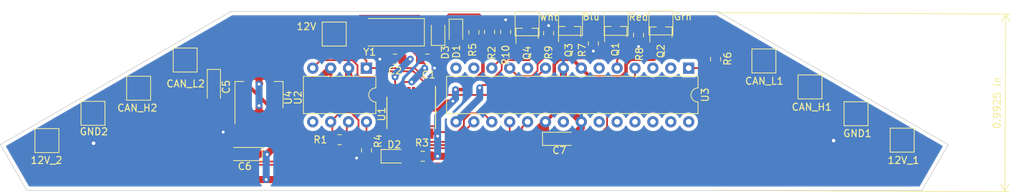
<source format=kicad_pcb>
(kicad_pcb (version 20171130) (host pcbnew "(5.1.4-0-10_14)")

  (general
    (thickness 1.6)
    (drawings 7)
    (tracks 346)
    (zones 0)
    (modules 40)
    (nets 55)
  )

  (page A4)
  (layers
    (0 F.Cu signal)
    (31 B.Cu power hide)
    (32 B.Adhes user hide)
    (33 F.Adhes user hide)
    (34 B.Paste user hide)
    (35 F.Paste user hide)
    (36 B.SilkS user hide)
    (37 F.SilkS user)
    (38 B.Mask user hide)
    (39 F.Mask user hide)
    (40 Dwgs.User user hide)
    (41 Cmts.User user hide)
    (42 Eco1.User user hide)
    (43 Eco2.User user hide)
    (44 Edge.Cuts user)
    (45 Margin user hide)
    (46 B.CrtYd user hide)
    (47 F.CrtYd user hide)
    (48 B.Fab user hide)
    (49 F.Fab user hide)
  )

  (setup
    (last_trace_width 0.25)
    (user_trace_width 0.5)
    (user_trace_width 1)
    (trace_clearance 0.2)
    (zone_clearance 0.508)
    (zone_45_only no)
    (trace_min 0.2)
    (via_size 0.8)
    (via_drill 0.4)
    (via_min_size 0.4)
    (via_min_drill 0.3)
    (uvia_size 0.3)
    (uvia_drill 0.1)
    (uvias_allowed no)
    (uvia_min_size 0.2)
    (uvia_min_drill 0.1)
    (edge_width 0.05)
    (segment_width 0.2)
    (pcb_text_width 0.3)
    (pcb_text_size 1.5 1.5)
    (mod_edge_width 0.12)
    (mod_text_size 1 1)
    (mod_text_width 0.15)
    (pad_size 3 3)
    (pad_drill 0)
    (pad_to_mask_clearance 0.051)
    (solder_mask_min_width 0.25)
    (aux_axis_origin 0 0)
    (visible_elements FFFFFFFF)
    (pcbplotparams
      (layerselection 0x3fffc_ffffffff)
      (usegerberextensions true)
      (usegerberattributes false)
      (usegerberadvancedattributes false)
      (creategerberjobfile false)
      (excludeedgelayer true)
      (linewidth 0.100000)
      (plotframeref false)
      (viasonmask false)
      (mode 1)
      (useauxorigin true)
      (hpglpennumber 1)
      (hpglpenspeed 20)
      (hpglpendiameter 15.000000)
      (psnegative false)
      (psa4output false)
      (plotreference true)
      (plotvalue true)
      (plotinvisibletext false)
      (padsonsilk false)
      (subtractmaskfromsilk false)
      (outputformat 1)
      (mirror false)
      (drillshape 0)
      (scaleselection 1)
      (outputdirectory "uLeafGRBR1.1/"))
  )

  (net 0 "")
  (net 1 GND)
  (net 2 "Net-(C1-Pad1)")
  (net 3 "Net-(C2-Pad1)")
  (net 4 UNO2)
  (net 5 VIN)
  (net 6 "Net-(D1-Pad2)")
  (net 7 RXCAN)
  (net 8 "Net-(D2-Pad2)")
  (net 9 "Net-(D3-Pad2)")
  (net 10 TXCAN)
  (net 11 Blue5)
  (net 12 "Net-(Q1-Pad1)")
  (net 13 Green5)
  (net 14 "Net-(Q2-Pad1)")
  (net 15 Red5)
  (net 16 "Net-(Q3-Pad1)")
  (net 17 CAN_LOW)
  (net 18 CAN_HIGH)
  (net 19 "Net-(R4-Pad1)")
  (net 20 "Net-(R6-Pad1)")
  (net 21 "Net-(U1-Pad19)")
  (net 22 UNO10)
  (net 23 UNO12)
  (net 24 UNO11)
  (net 25 "Net-(U1-Pad15)")
  (net 26 UNO13)
  (net 27 "Net-(U1-Pad12)")
  (net 28 "Net-(U1-Pad11)")
  (net 29 "Net-(U1-Pad7)")
  (net 30 "Net-(U1-Pad6)")
  (net 31 "Net-(U1-Pad5)")
  (net 32 "Net-(U1-Pad4)")
  (net 33 Clock)
  (net 34 "Net-(U2-Pad5)")
  (net 35 "Net-(U3-Pad28)")
  (net 36 "Net-(U3-Pad27)")
  (net 37 "Net-(U3-Pad26)")
  (net 38 "Net-(U3-Pad25)")
  (net 39 "Net-(U3-Pad24)")
  (net 40 "Net-(U3-Pad10)")
  (net 41 "Net-(U3-Pad23)")
  (net 42 "Net-(U3-Pad21)")
  (net 43 "Net-(U3-Pad3)")
  (net 44 "Net-(U3-Pad2)")
  (net 45 +5V)
  (net 46 White5)
  (net 47 "Net-(Q4-Pad1)")
  (net 48 "Net-(U3-Pad14)")
  (net 49 "Net-(U3-Pad13)")
  (net 50 "Net-(U3-Pad6)")
  (net 51 "Net-(Blue1-Pad1)")
  (net 52 "Net-(Green1-Pad1)")
  (net 53 "Net-(Q3-Pad3)")
  (net 54 "Net-(Q4-Pad3)")

  (net_class Default "This is the default net class."
    (clearance 0.2)
    (trace_width 0.25)
    (via_dia 0.8)
    (via_drill 0.4)
    (uvia_dia 0.3)
    (uvia_drill 0.1)
    (add_net +5V)
    (add_net Blue5)
    (add_net CAN_HIGH)
    (add_net CAN_LOW)
    (add_net Clock)
    (add_net GND)
    (add_net Green5)
    (add_net "Net-(Blue1-Pad1)")
    (add_net "Net-(C1-Pad1)")
    (add_net "Net-(C2-Pad1)")
    (add_net "Net-(D1-Pad2)")
    (add_net "Net-(D2-Pad2)")
    (add_net "Net-(D3-Pad2)")
    (add_net "Net-(Green1-Pad1)")
    (add_net "Net-(Q1-Pad1)")
    (add_net "Net-(Q2-Pad1)")
    (add_net "Net-(Q3-Pad1)")
    (add_net "Net-(Q3-Pad3)")
    (add_net "Net-(Q4-Pad1)")
    (add_net "Net-(Q4-Pad3)")
    (add_net "Net-(R4-Pad1)")
    (add_net "Net-(R6-Pad1)")
    (add_net "Net-(U1-Pad11)")
    (add_net "Net-(U1-Pad12)")
    (add_net "Net-(U1-Pad15)")
    (add_net "Net-(U1-Pad19)")
    (add_net "Net-(U1-Pad4)")
    (add_net "Net-(U1-Pad5)")
    (add_net "Net-(U1-Pad6)")
    (add_net "Net-(U1-Pad7)")
    (add_net "Net-(U2-Pad5)")
    (add_net "Net-(U3-Pad10)")
    (add_net "Net-(U3-Pad13)")
    (add_net "Net-(U3-Pad14)")
    (add_net "Net-(U3-Pad2)")
    (add_net "Net-(U3-Pad21)")
    (add_net "Net-(U3-Pad23)")
    (add_net "Net-(U3-Pad24)")
    (add_net "Net-(U3-Pad25)")
    (add_net "Net-(U3-Pad26)")
    (add_net "Net-(U3-Pad27)")
    (add_net "Net-(U3-Pad28)")
    (add_net "Net-(U3-Pad3)")
    (add_net "Net-(U3-Pad6)")
    (add_net RXCAN)
    (add_net Red5)
    (add_net TXCAN)
    (add_net UNO10)
    (add_net UNO11)
    (add_net UNO12)
    (add_net UNO13)
    (add_net UNO2)
    (add_net VIN)
    (add_net White5)
  )

  (module TestPoint:TestPoint_Pad_3.0x3.0mm (layer F.Cu) (tedit 5E067D4C) (tstamp 5E068538)
    (at 31.877 24.13 90)
    (descr "SMD rectangular pad as test Point, square 3.0mm side length")
    (tags "test point SMD pad rectangle square")
    (path /5DFC5756)
    (attr virtual)
    (fp_text reference CAN_H2 (at -2.794 -0.1905 180) (layer F.SilkS)
      (effects (font (size 1 1) (thickness 0.15)))
    )
    (fp_text value TestPoint (at 0 2.55 90) (layer F.Fab)
      (effects (font (size 1 1) (thickness 0.15)))
    )
    (fp_text user %R (at 0 -2.4 90) (layer F.Fab)
      (effects (font (size 1 1) (thickness 0.15)))
    )
    (fp_line (start -1.7 -1.7) (end 1.7 -1.7) (layer F.SilkS) (width 0.12))
    (fp_line (start 1.7 -1.7) (end 1.7 1.7) (layer F.SilkS) (width 0.12))
    (fp_line (start 1.7 1.7) (end -1.7 1.7) (layer F.SilkS) (width 0.12))
    (fp_line (start -1.7 1.7) (end -1.7 -1.7) (layer F.SilkS) (width 0.12))
    (fp_line (start -2 -2) (end 2 -2) (layer F.CrtYd) (width 0.05))
    (fp_line (start -2 -2) (end -2 2) (layer F.CrtYd) (width 0.05))
    (fp_line (start 2 2) (end 2 -2) (layer F.CrtYd) (width 0.05))
    (fp_line (start 2 2) (end -2 2) (layer F.CrtYd) (width 0.05))
    (pad 1 smd rect (at 0 0 90) (size 3 3) (layers F.Cu F.Mask)
      (net 18 CAN_HIGH))
  )

  (module TestPoint:TestPoint_Pad_3.0x3.0mm (layer F.Cu) (tedit 5E067D40) (tstamp 5E0684B2)
    (at 38.481 20.1295 90)
    (descr "SMD rectangular pad as test Point, square 3.0mm side length")
    (tags "test point SMD pad rectangle square")
    (path /5DFC7E10)
    (attr virtual)
    (fp_text reference CAN_L2 (at -3.3655 0.0635 180) (layer F.SilkS)
      (effects (font (size 1 1) (thickness 0.15)))
    )
    (fp_text value TestPoint (at 0 2.55 90) (layer F.Fab)
      (effects (font (size 1 1) (thickness 0.15)))
    )
    (fp_text user %R (at 0 -2.4 90) (layer F.Fab)
      (effects (font (size 1 1) (thickness 0.15)))
    )
    (fp_line (start -1.7 -1.7) (end 1.7 -1.7) (layer F.SilkS) (width 0.12))
    (fp_line (start 1.7 -1.7) (end 1.7 1.7) (layer F.SilkS) (width 0.12))
    (fp_line (start 1.7 1.7) (end -1.7 1.7) (layer F.SilkS) (width 0.12))
    (fp_line (start -1.7 1.7) (end -1.7 -1.7) (layer F.SilkS) (width 0.12))
    (fp_line (start -2 -2) (end 2 -2) (layer F.CrtYd) (width 0.05))
    (fp_line (start -2 -2) (end -2 2) (layer F.CrtYd) (width 0.05))
    (fp_line (start 2 2) (end 2 -2) (layer F.CrtYd) (width 0.05))
    (fp_line (start 2 2) (end -2 2) (layer F.CrtYd) (width 0.05))
    (pad 1 smd rect (at 0 0 90) (size 3 3) (layers F.Cu F.Mask)
      (net 17 CAN_LOW))
  )

  (module TestPoint:TestPoint_Pad_3.0x3.0mm (layer F.Cu) (tedit 5E067D56) (tstamp 5E068320)
    (at 120.5865 20.2565 90)
    (descr "SMD rectangular pad as test Point, square 3.0mm side length")
    (tags "test point SMD pad rectangle square")
    (path /5DFEA7C5)
    (attr virtual)
    (fp_text reference CAN_L1 (at -2.8575 0.0635 180) (layer F.SilkS)
      (effects (font (size 1 1) (thickness 0.15)))
    )
    (fp_text value TestPoint (at 0 2.55 90) (layer F.Fab)
      (effects (font (size 1 1) (thickness 0.15)))
    )
    (fp_text user %R (at 0 -2.4 90) (layer F.Fab)
      (effects (font (size 1 1) (thickness 0.15)))
    )
    (fp_line (start -1.7 -1.7) (end 1.7 -1.7) (layer F.SilkS) (width 0.12))
    (fp_line (start 1.7 -1.7) (end 1.7 1.7) (layer F.SilkS) (width 0.12))
    (fp_line (start 1.7 1.7) (end -1.7 1.7) (layer F.SilkS) (width 0.12))
    (fp_line (start -1.7 1.7) (end -1.7 -1.7) (layer F.SilkS) (width 0.12))
    (fp_line (start -2 -2) (end 2 -2) (layer F.CrtYd) (width 0.05))
    (fp_line (start -2 -2) (end -2 2) (layer F.CrtYd) (width 0.05))
    (fp_line (start 2 2) (end 2 -2) (layer F.CrtYd) (width 0.05))
    (fp_line (start 2 2) (end -2 2) (layer F.CrtYd) (width 0.05))
    (pad 1 smd rect (at 0 0 90) (size 3 3) (layers F.Cu F.Mask)
      (net 17 CAN_LOW))
  )

  (module TestPoint:TestPoint_Pad_3.0x3.0mm (layer F.Cu) (tedit 5E067D5C) (tstamp 5E06821D)
    (at 127.127 23.9395 90)
    (descr "SMD rectangular pad as test Point, square 3.0mm side length")
    (tags "test point SMD pad rectangle square")
    (path /5DFE8834)
    (attr virtual)
    (fp_text reference CAN_H1 (at -2.8575 0.254 180) (layer F.SilkS)
      (effects (font (size 1 1) (thickness 0.15)))
    )
    (fp_text value TestPoint (at 0 2.55 90) (layer F.Fab)
      (effects (font (size 1 1) (thickness 0.15)))
    )
    (fp_text user %R (at 0 -2.4 90) (layer F.Fab)
      (effects (font (size 1 1) (thickness 0.15)))
    )
    (fp_line (start -1.7 -1.7) (end 1.7 -1.7) (layer F.SilkS) (width 0.12))
    (fp_line (start 1.7 -1.7) (end 1.7 1.7) (layer F.SilkS) (width 0.12))
    (fp_line (start 1.7 1.7) (end -1.7 1.7) (layer F.SilkS) (width 0.12))
    (fp_line (start -1.7 1.7) (end -1.7 -1.7) (layer F.SilkS) (width 0.12))
    (fp_line (start -2 -2) (end 2 -2) (layer F.CrtYd) (width 0.05))
    (fp_line (start -2 -2) (end -2 2) (layer F.CrtYd) (width 0.05))
    (fp_line (start 2 2) (end 2 -2) (layer F.CrtYd) (width 0.05))
    (fp_line (start 2 2) (end -2 2) (layer F.CrtYd) (width 0.05))
    (pad 1 smd rect (at 0 0 90) (size 3 3) (layers F.Cu F.Mask)
      (net 18 CAN_HIGH))
  )

  (module TestPoint:TestPoint_Pad_3.0x3.0mm (layer F.Cu) (tedit 5E067D2E) (tstamp 5E068046)
    (at 59.6265 16.4465)
    (descr "SMD rectangular pad as test Point, square 3.0mm side length")
    (tags "test point SMD pad rectangle square")
    (path /5DFE63F5)
    (attr virtual)
    (fp_text reference 12V (at -3.937 -1.0795) (layer F.SilkS)
      (effects (font (size 1 1) (thickness 0.15)))
    )
    (fp_text value TestPoint (at 0 2.55) (layer F.Fab)
      (effects (font (size 1 1) (thickness 0.15)))
    )
    (fp_line (start 2 2) (end -2 2) (layer F.CrtYd) (width 0.05))
    (fp_line (start 2 2) (end 2 -2) (layer F.CrtYd) (width 0.05))
    (fp_line (start -2 -2) (end -2 2) (layer F.CrtYd) (width 0.05))
    (fp_line (start -2 -2) (end 2 -2) (layer F.CrtYd) (width 0.05))
    (fp_line (start -1.7 1.7) (end -1.7 -1.7) (layer F.SilkS) (width 0.12))
    (fp_line (start 1.7 1.7) (end -1.7 1.7) (layer F.SilkS) (width 0.12))
    (fp_line (start 1.7 -1.7) (end 1.7 1.7) (layer F.SilkS) (width 0.12))
    (fp_line (start -1.7 -1.7) (end 1.7 -1.7) (layer F.SilkS) (width 0.12))
    (fp_text user %R (at 0 -2.4) (layer F.Fab)
      (effects (font (size 1 1) (thickness 0.15)))
    )
    (pad 1 smd rect (at 0 0) (size 3 2) (layers F.Cu F.Mask)
      (net 5 VIN))
  )

  (module Package_DIP:DIP-28_W7.62mm (layer F.Cu) (tedit 5A02E8C5) (tstamp 5DF8D4FB)
    (at 109.9185 21.2725 270)
    (descr "28-lead though-hole mounted DIP package, row spacing 7.62 mm (300 mils)")
    (tags "THT DIP DIL PDIP 2.54mm 7.62mm 300mil")
    (path /5DE89DC9)
    (fp_text reference U3 (at 3.81 -2.33 90) (layer F.SilkS)
      (effects (font (size 1 1) (thickness 0.15)))
    )
    (fp_text value ATmega328P-PU (at 3.81 35.35 90) (layer F.Fab)
      (effects (font (size 1 1) (thickness 0.15)))
    )
    (fp_text user %R (at 3.81 16.51 90) (layer F.Fab)
      (effects (font (size 1 1) (thickness 0.15)))
    )
    (fp_line (start 8.7 -1.55) (end -1.1 -1.55) (layer F.CrtYd) (width 0.05))
    (fp_line (start 8.7 34.55) (end 8.7 -1.55) (layer F.CrtYd) (width 0.05))
    (fp_line (start -1.1 34.55) (end 8.7 34.55) (layer F.CrtYd) (width 0.05))
    (fp_line (start -1.1 -1.55) (end -1.1 34.55) (layer F.CrtYd) (width 0.05))
    (fp_line (start 6.46 -1.33) (end 4.81 -1.33) (layer F.SilkS) (width 0.12))
    (fp_line (start 6.46 34.35) (end 6.46 -1.33) (layer F.SilkS) (width 0.12))
    (fp_line (start 1.16 34.35) (end 6.46 34.35) (layer F.SilkS) (width 0.12))
    (fp_line (start 1.16 -1.33) (end 1.16 34.35) (layer F.SilkS) (width 0.12))
    (fp_line (start 2.81 -1.33) (end 1.16 -1.33) (layer F.SilkS) (width 0.12))
    (fp_line (start 0.635 -0.27) (end 1.635 -1.27) (layer F.Fab) (width 0.1))
    (fp_line (start 0.635 34.29) (end 0.635 -0.27) (layer F.Fab) (width 0.1))
    (fp_line (start 6.985 34.29) (end 0.635 34.29) (layer F.Fab) (width 0.1))
    (fp_line (start 6.985 -1.27) (end 6.985 34.29) (layer F.Fab) (width 0.1))
    (fp_line (start 1.635 -1.27) (end 6.985 -1.27) (layer F.Fab) (width 0.1))
    (fp_arc (start 3.81 -1.33) (end 2.81 -1.33) (angle -180) (layer F.SilkS) (width 0.12))
    (pad 28 thru_hole oval (at 7.62 0 270) (size 1.6 1.6) (drill 0.8) (layers *.Cu *.Mask)
      (net 35 "Net-(U3-Pad28)"))
    (pad 14 thru_hole oval (at 0 33.02 270) (size 1.6 1.6) (drill 0.8) (layers *.Cu *.Mask)
      (net 48 "Net-(U3-Pad14)"))
    (pad 27 thru_hole oval (at 7.62 2.54 270) (size 1.6 1.6) (drill 0.8) (layers *.Cu *.Mask)
      (net 36 "Net-(U3-Pad27)"))
    (pad 13 thru_hole oval (at 0 30.48 270) (size 1.6 1.6) (drill 0.8) (layers *.Cu *.Mask)
      (net 49 "Net-(U3-Pad13)"))
    (pad 26 thru_hole oval (at 7.62 5.08 270) (size 1.6 1.6) (drill 0.8) (layers *.Cu *.Mask)
      (net 37 "Net-(U3-Pad26)"))
    (pad 12 thru_hole oval (at 0 27.94 270) (size 1.6 1.6) (drill 0.8) (layers *.Cu *.Mask)
      (net 46 White5))
    (pad 25 thru_hole oval (at 7.62 7.62 270) (size 1.6 1.6) (drill 0.8) (layers *.Cu *.Mask)
      (net 38 "Net-(U3-Pad25)"))
    (pad 11 thru_hole oval (at 0 25.4 270) (size 1.6 1.6) (drill 0.8) (layers *.Cu *.Mask)
      (net 15 Red5))
    (pad 24 thru_hole oval (at 7.62 10.16 270) (size 1.6 1.6) (drill 0.8) (layers *.Cu *.Mask)
      (net 39 "Net-(U3-Pad24)"))
    (pad 10 thru_hole oval (at 0 22.86 270) (size 1.6 1.6) (drill 0.8) (layers *.Cu *.Mask)
      (net 40 "Net-(U3-Pad10)"))
    (pad 23 thru_hole oval (at 7.62 12.7 270) (size 1.6 1.6) (drill 0.8) (layers *.Cu *.Mask)
      (net 41 "Net-(U3-Pad23)"))
    (pad 9 thru_hole oval (at 0 20.32 270) (size 1.6 1.6) (drill 0.8) (layers *.Cu *.Mask)
      (net 33 Clock))
    (pad 22 thru_hole oval (at 7.62 15.24 270) (size 1.6 1.6) (drill 0.8) (layers *.Cu *.Mask)
      (net 1 GND))
    (pad 8 thru_hole oval (at 0 17.78 270) (size 1.6 1.6) (drill 0.8) (layers *.Cu *.Mask)
      (net 1 GND))
    (pad 21 thru_hole oval (at 7.62 17.78 270) (size 1.6 1.6) (drill 0.8) (layers *.Cu *.Mask)
      (net 42 "Net-(U3-Pad21)"))
    (pad 7 thru_hole oval (at 0 15.24 270) (size 1.6 1.6) (drill 0.8) (layers *.Cu *.Mask)
      (net 45 +5V))
    (pad 20 thru_hole oval (at 7.62 20.32 270) (size 1.6 1.6) (drill 0.8) (layers *.Cu *.Mask)
      (net 45 +5V))
    (pad 6 thru_hole oval (at 0 12.7 270) (size 1.6 1.6) (drill 0.8) (layers *.Cu *.Mask)
      (net 50 "Net-(U3-Pad6)"))
    (pad 19 thru_hole oval (at 7.62 22.86 270) (size 1.6 1.6) (drill 0.8) (layers *.Cu *.Mask)
      (net 26 UNO13))
    (pad 5 thru_hole oval (at 0 10.16 270) (size 1.6 1.6) (drill 0.8) (layers *.Cu *.Mask)
      (net 13 Green5))
    (pad 18 thru_hole oval (at 7.62 25.4 270) (size 1.6 1.6) (drill 0.8) (layers *.Cu *.Mask)
      (net 23 UNO12))
    (pad 4 thru_hole oval (at 0 7.62 270) (size 1.6 1.6) (drill 0.8) (layers *.Cu *.Mask)
      (net 4 UNO2))
    (pad 17 thru_hole oval (at 7.62 27.94 270) (size 1.6 1.6) (drill 0.8) (layers *.Cu *.Mask)
      (net 24 UNO11))
    (pad 3 thru_hole oval (at 0 5.08 270) (size 1.6 1.6) (drill 0.8) (layers *.Cu *.Mask)
      (net 43 "Net-(U3-Pad3)"))
    (pad 16 thru_hole oval (at 7.62 30.48 270) (size 1.6 1.6) (drill 0.8) (layers *.Cu *.Mask)
      (net 22 UNO10))
    (pad 2 thru_hole oval (at 0 2.54 270) (size 1.6 1.6) (drill 0.8) (layers *.Cu *.Mask)
      (net 44 "Net-(U3-Pad2)"))
    (pad 15 thru_hole oval (at 7.62 33.02 270) (size 1.6 1.6) (drill 0.8) (layers *.Cu *.Mask)
      (net 11 Blue5))
    (pad 1 thru_hole rect (at 0 0 270) (size 1.6 1.6) (drill 0.8) (layers *.Cu *.Mask)
      (net 20 "Net-(R6-Pad1)"))
    (model ${KISYS3DMOD}/Package_DIP.3dshapes/DIP-28_W7.62mm.wrl
      (at (xyz 0 0 0))
      (scale (xyz 1 1 1))
      (rotate (xyz 0 0 0))
    )
  )

  (module Resistor_SMD:R_0805_2012Metric_Pad1.15x1.40mm_HandSolder (layer F.Cu) (tedit 5DF85582) (tstamp 5DF8D47A)
    (at 102.8065 16.5735 270)
    (descr "Resistor SMD 0805 (2012 Metric), square (rectangular) end terminal, IPC_7351 nominal with elongated pad for handsoldering. (Body size source: https://docs.google.com/spreadsheets/d/1BsfQQcO9C6DZCsRaXUlFlo91Tg2WpOkGARC1WS5S8t0/edit?usp=sharing), generated with kicad-footprint-generator")
    (tags "resistor handsolder")
    (path /5DFB1880)
    (attr smd)
    (fp_text reference R8 (at 2.7305 -0.127 90) (layer F.SilkS)
      (effects (font (size 1 1) (thickness 0.15)))
    )
    (fp_text value 220 (at 0 1.65 90) (layer F.Fab)
      (effects (font (size 1 1) (thickness 0.15)))
    )
    (fp_text user %R (at 0 0 90) (layer F.Fab)
      (effects (font (size 0.5 0.5) (thickness 0.08)))
    )
    (fp_line (start 1.85 0.95) (end -1.85 0.95) (layer F.CrtYd) (width 0.05))
    (fp_line (start 1.85 -0.95) (end 1.85 0.95) (layer F.CrtYd) (width 0.05))
    (fp_line (start -1.85 -0.95) (end 1.85 -0.95) (layer F.CrtYd) (width 0.05))
    (fp_line (start -1.85 0.95) (end -1.85 -0.95) (layer F.CrtYd) (width 0.05))
    (fp_line (start -0.261252 0.71) (end 0.261252 0.71) (layer F.SilkS) (width 0.12))
    (fp_line (start -0.261252 -0.71) (end 0.261252 -0.71) (layer F.SilkS) (width 0.12))
    (fp_line (start 1 0.6) (end -1 0.6) (layer F.Fab) (width 0.1))
    (fp_line (start 1 -0.6) (end 1 0.6) (layer F.Fab) (width 0.1))
    (fp_line (start -1 -0.6) (end 1 -0.6) (layer F.Fab) (width 0.1))
    (fp_line (start -1 0.6) (end -1 -0.6) (layer F.Fab) (width 0.1))
    (pad 2 smd roundrect (at 1.025 0 270) (size 1.15 1.4) (layers F.Cu F.Paste F.Mask) (roundrect_rratio 0.217)
      (net 1 GND))
    (pad 1 smd roundrect (at -1.025 0 270) (size 1.15 1.4) (layers F.Cu F.Paste F.Mask) (roundrect_rratio 0.217391)
      (net 14 "Net-(Q2-Pad1)"))
    (model ${KISYS3DMOD}/Resistor_SMD.3dshapes/R_0805_2012Metric.wrl
      (at (xyz 0 0 0))
      (scale (xyz 1 1 1))
      (rotate (xyz 0 0 0))
    )
  )

  (module TestPoint:TestPoint_Pad_3.0x3.0mm (layer F.Cu) (tedit 5A0F774F) (tstamp 5DFDE228)
    (at 25.4 27.686 90)
    (descr "SMD rectangular pad as test Point, square 3.0mm side length")
    (tags "test point SMD pad rectangle square")
    (path /5DFD6B67)
    (attr virtual)
    (fp_text reference GND2 (at -2.6035 0.127 180) (layer F.SilkS)
      (effects (font (size 1 1) (thickness 0.15)))
    )
    (fp_text value TestPoint (at 0 2.55 90) (layer F.Fab)
      (effects (font (size 1 1) (thickness 0.15)))
    )
    (fp_line (start 2 2) (end -2 2) (layer F.CrtYd) (width 0.05))
    (fp_line (start 2 2) (end 2 -2) (layer F.CrtYd) (width 0.05))
    (fp_line (start -2 -2) (end -2 2) (layer F.CrtYd) (width 0.05))
    (fp_line (start -2 -2) (end 2 -2) (layer F.CrtYd) (width 0.05))
    (fp_line (start -1.7 1.7) (end -1.7 -1.7) (layer F.SilkS) (width 0.12))
    (fp_line (start 1.7 1.7) (end -1.7 1.7) (layer F.SilkS) (width 0.12))
    (fp_line (start 1.7 -1.7) (end 1.7 1.7) (layer F.SilkS) (width 0.12))
    (fp_line (start -1.7 -1.7) (end 1.7 -1.7) (layer F.SilkS) (width 0.12))
    (fp_text user %R (at 0 -2.4 90) (layer F.Fab)
      (effects (font (size 1 1) (thickness 0.15)))
    )
    (pad 1 smd rect (at 0 0 90) (size 3 3) (layers F.Cu F.Mask)
      (net 1 GND))
  )

  (module Package_TO_SOT_SMD:SOT-23 (layer F.Cu) (tedit 5A02FF57) (tstamp 5DFD6EB3)
    (at 86.995 16.383 90)
    (descr "SOT-23, Standard")
    (tags SOT-23)
    (path /5DFE63DB)
    (attr smd)
    (fp_text reference Q4 (at -2.7305 0 90) (layer F.SilkS)
      (effects (font (size 1 1) (thickness 0.15)))
    )
    (fp_text value 2N7000 (at 0 2.5 90) (layer F.Fab)
      (effects (font (size 1 1) (thickness 0.15)))
    )
    (fp_line (start 0.76 1.58) (end -0.7 1.58) (layer F.SilkS) (width 0.12))
    (fp_line (start 0.76 -1.58) (end -1.4 -1.58) (layer F.SilkS) (width 0.12))
    (fp_line (start -1.7 1.75) (end -1.7 -1.75) (layer F.CrtYd) (width 0.05))
    (fp_line (start 1.7 1.75) (end -1.7 1.75) (layer F.CrtYd) (width 0.05))
    (fp_line (start 1.7 -1.75) (end 1.7 1.75) (layer F.CrtYd) (width 0.05))
    (fp_line (start -1.7 -1.75) (end 1.7 -1.75) (layer F.CrtYd) (width 0.05))
    (fp_line (start 0.76 -1.58) (end 0.76 -0.65) (layer F.SilkS) (width 0.12))
    (fp_line (start 0.76 1.58) (end 0.76 0.65) (layer F.SilkS) (width 0.12))
    (fp_line (start -0.7 1.52) (end 0.7 1.52) (layer F.Fab) (width 0.1))
    (fp_line (start 0.7 -1.52) (end 0.7 1.52) (layer F.Fab) (width 0.1))
    (fp_line (start -0.7 -0.95) (end -0.15 -1.52) (layer F.Fab) (width 0.1))
    (fp_line (start -0.15 -1.52) (end 0.7 -1.52) (layer F.Fab) (width 0.1))
    (fp_line (start -0.7 -0.95) (end -0.7 1.5) (layer F.Fab) (width 0.1))
    (fp_text user %R (at 0 0) (layer F.Fab)
      (effects (font (size 0.5 0.5) (thickness 0.075)))
    )
    (pad 3 smd rect (at 1 0 90) (size 0.9 0.8) (layers F.Cu F.Paste F.Mask)
      (net 54 "Net-(Q4-Pad3)"))
    (pad 2 smd rect (at -1 0.95 90) (size 0.9 0.8) (layers F.Cu F.Paste F.Mask)
      (net 46 White5))
    (pad 1 smd rect (at -1 -0.95 90) (size 0.9 0.8) (layers F.Cu F.Paste F.Mask)
      (net 47 "Net-(Q4-Pad1)"))
    (model ${KISYS3DMOD}/Package_TO_SOT_SMD.3dshapes/SOT-23.wrl
      (at (xyz 0 0 0))
      (scale (xyz 1 1 1))
      (rotate (xyz 0 0 0))
    )
  )

  (module TestPoint:TestPoint_Pad_3.0x3.0mm (layer F.Cu) (tedit 5DFFD1BD) (tstamp 5DFE0379)
    (at 140.208 31.496 90)
    (descr "SMD rectangular pad as test Point, square 3.0mm side length")
    (tags "test point SMD pad rectangle square")
    (path /5DFE6A6A)
    (attr virtual)
    (fp_text reference 12V_1 (at -2.8575 0.1905 180) (layer F.SilkS)
      (effects (font (size 1 1) (thickness 0.15)))
    )
    (fp_text value TestPoint (at 0 2.55 90) (layer F.Fab)
      (effects (font (size 1 1) (thickness 0.15)))
    )
    (fp_line (start 2 2) (end -2 2) (layer F.CrtYd) (width 0.05))
    (fp_line (start 2 2) (end 2 -2) (layer F.CrtYd) (width 0.05))
    (fp_line (start -2 -2) (end -2 2) (layer F.CrtYd) (width 0.05))
    (fp_line (start -2 -2) (end 2 -2) (layer F.CrtYd) (width 0.05))
    (fp_line (start -1.7 1.7) (end -1.7 -1.7) (layer F.SilkS) (width 0.12))
    (fp_line (start 1.7 1.7) (end -1.7 1.7) (layer F.SilkS) (width 0.12))
    (fp_line (start 1.7 -1.7) (end 1.7 1.7) (layer F.SilkS) (width 0.12))
    (fp_line (start -1.7 -1.7) (end 1.7 -1.7) (layer F.SilkS) (width 0.12))
    (fp_text user %R (at 0 -2.4 90) (layer F.Fab)
      (effects (font (size 1 1) (thickness 0.15)))
    )
    (pad 1 smd rect (at 0 0 90) (size 3 3) (layers F.Cu F.Mask)
      (net 5 VIN) (solder_mask_margin 0.0001) (clearance 0.0001))
  )

  (module TestPoint:TestPoint_Pad_3.0x3.0mm (layer F.Cu) (tedit 5DFFD0CD) (tstamp 5DFE036B)
    (at 133.6675 27.7495 90)
    (descr "SMD rectangular pad as test Point, square 3.0mm side length")
    (tags "test point SMD pad rectangle square")
    (path /5DFE33C7)
    (attr virtual)
    (fp_text reference GND1 (at -2.794 0.1905 180) (layer F.SilkS)
      (effects (font (size 1 1) (thickness 0.15)))
    )
    (fp_text value TestPoint (at 0 2.55 90) (layer F.Fab)
      (effects (font (size 1 1) (thickness 0.15)))
    )
    (fp_line (start 2 2) (end -2 2) (layer F.CrtYd) (width 0.05))
    (fp_line (start 2 2) (end 2 -2) (layer F.CrtYd) (width 0.05))
    (fp_line (start -2 -2) (end -2 2) (layer F.CrtYd) (width 0.05))
    (fp_line (start -2 -2) (end 2 -2) (layer F.CrtYd) (width 0.05))
    (fp_line (start -1.7 1.7) (end -1.7 -1.7) (layer F.SilkS) (width 0.12))
    (fp_line (start 1.7 1.7) (end -1.7 1.7) (layer F.SilkS) (width 0.12))
    (fp_line (start 1.7 -1.7) (end 1.7 1.7) (layer F.SilkS) (width 0.12))
    (fp_line (start -1.7 -1.7) (end 1.7 -1.7) (layer F.SilkS) (width 0.12))
    (fp_text user %R (at 0 -2.4 90) (layer F.Fab)
      (effects (font (size 1 1) (thickness 0.15)))
    )
    (pad 1 smd rect (at 0 0 90) (size 3 3) (layers F.Cu F.Paste F.Mask)
      (net 1 GND))
  )

  (module Capacitor_SMD:C_0805_2012Metric_Pad1.15x1.40mm_HandSolder (layer F.Cu) (tedit 5B36C52B) (tstamp 5DF8D336)
    (at 72.8435 20.0025)
    (descr "Capacitor SMD 0805 (2012 Metric), square (rectangular) end terminal, IPC_7351 nominal with elongated pad for handsoldering. (Body size source: https://docs.google.com/spreadsheets/d/1BsfQQcO9C6DZCsRaXUlFlo91Tg2WpOkGARC1WS5S8t0/edit?usp=sharing), generated with kicad-footprint-generator")
    (tags "capacitor handsolder")
    (path /5DE78FF8)
    (attr smd)
    (fp_text reference C1 (at 0.1815 2.2225) (layer F.SilkS)
      (effects (font (size 1 1) (thickness 0.15)))
    )
    (fp_text value 22pF (at 0 1.65) (layer F.Fab)
      (effects (font (size 1 1) (thickness 0.15)))
    )
    (fp_text user %R (at 0 0) (layer F.Fab)
      (effects (font (size 0.5 0.5) (thickness 0.08)))
    )
    (fp_line (start 1.85 0.95) (end -1.85 0.95) (layer F.CrtYd) (width 0.05))
    (fp_line (start 1.85 -0.95) (end 1.85 0.95) (layer F.CrtYd) (width 0.05))
    (fp_line (start -1.85 -0.95) (end 1.85 -0.95) (layer F.CrtYd) (width 0.05))
    (fp_line (start -1.85 0.95) (end -1.85 -0.95) (layer F.CrtYd) (width 0.05))
    (fp_line (start -0.261252 0.71) (end 0.261252 0.71) (layer F.SilkS) (width 0.12))
    (fp_line (start -0.261252 -0.71) (end 0.261252 -0.71) (layer F.SilkS) (width 0.12))
    (fp_line (start 1 0.6) (end -1 0.6) (layer F.Fab) (width 0.1))
    (fp_line (start 1 -0.6) (end 1 0.6) (layer F.Fab) (width 0.1))
    (fp_line (start -1 -0.6) (end 1 -0.6) (layer F.Fab) (width 0.1))
    (fp_line (start -1 0.6) (end -1 -0.6) (layer F.Fab) (width 0.1))
    (pad 2 smd roundrect (at 1.025 0) (size 1.15 1.4) (layers F.Cu F.Paste F.Mask) (roundrect_rratio 0.217391)
      (net 1 GND))
    (pad 1 smd roundrect (at -1.025 0) (size 1.15 1.4) (layers F.Cu F.Paste F.Mask) (roundrect_rratio 0.217391)
      (net 2 "Net-(C1-Pad1)"))
    (model ${KISYS3DMOD}/Capacitor_SMD.3dshapes/C_0805_2012Metric.wrl
      (at (xyz 0 0 0))
      (scale (xyz 1 1 1))
      (rotate (xyz 0 0 0))
    )
  )

  (module Crystal:Crystal_SMD_0603-2Pin_6.0x3.5mm_HandSoldering (layer F.Cu) (tedit 5A0FD1B2) (tstamp 5DF8D52C)
    (at 67.636 16.1925 180)
    (descr "SMD Crystal SERIES SMD0603/2 http://www.petermann-technik.de/fileadmin/petermann/pdf/SMD0603-2.pdf, hand-soldering, 6.0x3.5mm^2 package")
    (tags "SMD SMT crystal hand-soldering")
    (path /5DE75173)
    (attr smd)
    (fp_text reference Y1 (at 2.993 -2.794) (layer F.SilkS)
      (effects (font (size 1 1) (thickness 0.15)))
    )
    (fp_text value 16MHz (at 0 2.95) (layer F.Fab)
      (effects (font (size 1 1) (thickness 0.15)))
    )
    (fp_circle (center 0 0) (end 0.093333 0) (layer F.Adhes) (width 0.186667))
    (fp_circle (center 0 0) (end 0.213333 0) (layer F.Adhes) (width 0.133333))
    (fp_circle (center 0 0) (end 0.333333 0) (layer F.Adhes) (width 0.133333))
    (fp_circle (center 0 0) (end 0.4 0) (layer F.Adhes) (width 0.1))
    (fp_line (start 4.9 -2) (end -4.9 -2) (layer F.CrtYd) (width 0.05))
    (fp_line (start 4.9 2) (end 4.9 -2) (layer F.CrtYd) (width 0.05))
    (fp_line (start -4.9 2) (end 4.9 2) (layer F.CrtYd) (width 0.05))
    (fp_line (start -4.9 -2) (end -4.9 2) (layer F.CrtYd) (width 0.05))
    (fp_line (start -4.775 1.95) (end 3.2 1.95) (layer F.SilkS) (width 0.12))
    (fp_line (start -4.775 -1.95) (end -4.775 1.95) (layer F.SilkS) (width 0.12))
    (fp_line (start 3.2 -1.95) (end -4.775 -1.95) (layer F.SilkS) (width 0.12))
    (fp_line (start -3 0.75) (end -2 1.75) (layer F.Fab) (width 0.1))
    (fp_line (start -3 -1.65) (end -2.9 -1.75) (layer F.Fab) (width 0.1))
    (fp_line (start -3 1.65) (end -3 -1.65) (layer F.Fab) (width 0.1))
    (fp_line (start -2.9 1.75) (end -3 1.65) (layer F.Fab) (width 0.1))
    (fp_line (start 2.9 1.75) (end -2.9 1.75) (layer F.Fab) (width 0.1))
    (fp_line (start 3 1.65) (end 2.9 1.75) (layer F.Fab) (width 0.1))
    (fp_line (start 3 -1.65) (end 3 1.65) (layer F.Fab) (width 0.1))
    (fp_line (start 2.9 -1.75) (end 3 -1.65) (layer F.Fab) (width 0.1))
    (fp_line (start -2.9 -1.75) (end 2.9 -1.75) (layer F.Fab) (width 0.1))
    (fp_text user %R (at 0 0) (layer F.Fab)
      (effects (font (size 1 1) (thickness 0.15)))
    )
    (pad 2 smd rect (at 2.9125 0 180) (size 3.325 2.5) (layers F.Cu F.Paste F.Mask)
      (net 3 "Net-(C2-Pad1)"))
    (pad 1 smd rect (at -2.9125 0 180) (size 3.325 2.5) (layers F.Cu F.Paste F.Mask)
      (net 2 "Net-(C1-Pad1)"))
    (model ${KISYS3DMOD}/Crystal.3dshapes/Crystal_SMD_0603-2Pin_6.0x3.5mm_HandSoldering.wrl
      (at (xyz 0 0 0))
      (scale (xyz 1 1 1))
      (rotate (xyz 0 0 0))
    )
  )

  (module Resistor_SMD:R_0805_2012Metric_Pad1.15x1.40mm_HandSolder (layer F.Cu) (tedit 5B36C52B) (tstamp 5DFD6FE4)
    (at 83.947 16.138 90)
    (descr "Resistor SMD 0805 (2012 Metric), square (rectangular) end terminal, IPC_7351 nominal with elongated pad for handsoldering. (Body size source: https://docs.google.com/spreadsheets/d/1BsfQQcO9C6DZCsRaXUlFlo91Tg2WpOkGARC1WS5S8t0/edit?usp=sharing), generated with kicad-footprint-generator")
    (tags "resistor handsolder")
    (path /5DFE63E2)
    (attr smd)
    (fp_text reference R10 (at -3.293 0 90) (layer F.SilkS)
      (effects (font (size 1 1) (thickness 0.15)))
    )
    (fp_text value 220 (at 0 1.65 90) (layer F.Fab)
      (effects (font (size 1 1) (thickness 0.15)))
    )
    (fp_text user %R (at 0 0 90) (layer F.Fab)
      (effects (font (size 0.5 0.5) (thickness 0.08)))
    )
    (fp_line (start 1.85 0.95) (end -1.85 0.95) (layer F.CrtYd) (width 0.05))
    (fp_line (start 1.85 -0.95) (end 1.85 0.95) (layer F.CrtYd) (width 0.05))
    (fp_line (start -1.85 -0.95) (end 1.85 -0.95) (layer F.CrtYd) (width 0.05))
    (fp_line (start -1.85 0.95) (end -1.85 -0.95) (layer F.CrtYd) (width 0.05))
    (fp_line (start -0.261252 0.71) (end 0.261252 0.71) (layer F.SilkS) (width 0.12))
    (fp_line (start -0.261252 -0.71) (end 0.261252 -0.71) (layer F.SilkS) (width 0.12))
    (fp_line (start 1 0.6) (end -1 0.6) (layer F.Fab) (width 0.1))
    (fp_line (start 1 -0.6) (end 1 0.6) (layer F.Fab) (width 0.1))
    (fp_line (start -1 -0.6) (end 1 -0.6) (layer F.Fab) (width 0.1))
    (fp_line (start -1 0.6) (end -1 -0.6) (layer F.Fab) (width 0.1))
    (pad 2 smd roundrect (at 1.025 0 90) (size 1.15 1.4) (layers F.Cu F.Paste F.Mask) (roundrect_rratio 0.217391)
      (net 1 GND))
    (pad 1 smd roundrect (at -1.025 0 90) (size 1.15 1.4) (layers F.Cu F.Paste F.Mask) (roundrect_rratio 0.217391)
      (net 47 "Net-(Q4-Pad1)"))
    (model ${KISYS3DMOD}/Resistor_SMD.3dshapes/R_0805_2012Metric.wrl
      (at (xyz 0 0 0))
      (scale (xyz 1 1 1))
      (rotate (xyz 0 0 0))
    )
  )

  (module TestPoint:TestPoint_Pad_3.0x3.0mm (layer F.Cu) (tedit 5A0F774F) (tstamp 5DFDE21A)
    (at 18.8595 31.5595 90)
    (descr "SMD rectangular pad as test Point, square 3.0mm side length")
    (tags "test point SMD pad rectangle square")
    (path /5DFD5C55)
    (attr virtual)
    (fp_text reference 12V_2 (at -2.794 -0.0635 180) (layer F.SilkS)
      (effects (font (size 1 1) (thickness 0.15)))
    )
    (fp_text value TestPoint (at 0 2.55 90) (layer F.Fab)
      (effects (font (size 1 1) (thickness 0.15)))
    )
    (fp_line (start 2 2) (end -2 2) (layer F.CrtYd) (width 0.05))
    (fp_line (start 2 2) (end 2 -2) (layer F.CrtYd) (width 0.05))
    (fp_line (start -2 -2) (end -2 2) (layer F.CrtYd) (width 0.05))
    (fp_line (start -2 -2) (end 2 -2) (layer F.CrtYd) (width 0.05))
    (fp_line (start -1.7 1.7) (end -1.7 -1.7) (layer F.SilkS) (width 0.12))
    (fp_line (start 1.7 1.7) (end -1.7 1.7) (layer F.SilkS) (width 0.12))
    (fp_line (start 1.7 -1.7) (end 1.7 1.7) (layer F.SilkS) (width 0.12))
    (fp_line (start -1.7 -1.7) (end 1.7 -1.7) (layer F.SilkS) (width 0.12))
    (fp_text user %R (at 0 -2.4 90) (layer F.Fab)
      (effects (font (size 1 1) (thickness 0.15)))
    )
    (pad 1 smd rect (at 0 0 90) (size 3 3) (layers F.Cu F.Mask)
      (net 5 VIN))
  )

  (module Capacitor_Tantalum_SMD:CP_EIA-3216-18_Kemet-A_Pad1.58x1.35mm_HandSolder (layer F.Cu) (tedit 5B301BBE) (tstamp 5DF8D37A)
    (at 91.671 31.3055)
    (descr "Tantalum Capacitor SMD Kemet-A (3216-18 Metric), IPC_7351 nominal, (Body size from: http://www.kemet.com/Lists/ProductCatalog/Attachments/253/KEM_TC101_STD.pdf), generated with kicad-footprint-generator")
    (tags "capacitor tantalum")
    (path /5DE682BB)
    (attr smd)
    (fp_text reference C7 (at -0.104 1.651) (layer F.SilkS)
      (effects (font (size 1 1) (thickness 0.15)))
    )
    (fp_text value 10u (at 0 1.75) (layer F.Fab)
      (effects (font (size 1 1) (thickness 0.15)))
    )
    (fp_text user %R (at 0 0) (layer F.Fab)
      (effects (font (size 0.8 0.8) (thickness 0.12)))
    )
    (fp_line (start 2.48 1.05) (end -2.48 1.05) (layer F.CrtYd) (width 0.05))
    (fp_line (start 2.48 -1.05) (end 2.48 1.05) (layer F.CrtYd) (width 0.05))
    (fp_line (start -2.48 -1.05) (end 2.48 -1.05) (layer F.CrtYd) (width 0.05))
    (fp_line (start -2.48 1.05) (end -2.48 -1.05) (layer F.CrtYd) (width 0.05))
    (fp_line (start -2.485 0.935) (end 1.6 0.935) (layer F.SilkS) (width 0.12))
    (fp_line (start -2.485 -0.935) (end -2.485 0.935) (layer F.SilkS) (width 0.12))
    (fp_line (start 1.6 -0.935) (end -2.485 -0.935) (layer F.SilkS) (width 0.12))
    (fp_line (start 1.6 0.8) (end 1.6 -0.8) (layer F.Fab) (width 0.1))
    (fp_line (start -1.6 0.8) (end 1.6 0.8) (layer F.Fab) (width 0.1))
    (fp_line (start -1.6 -0.4) (end -1.6 0.8) (layer F.Fab) (width 0.1))
    (fp_line (start -1.2 -0.8) (end -1.6 -0.4) (layer F.Fab) (width 0.1))
    (fp_line (start 1.6 -0.8) (end -1.2 -0.8) (layer F.Fab) (width 0.1))
    (pad 2 smd roundrect (at 1.4375 0) (size 1.575 1.35) (layers F.Cu F.Paste F.Mask) (roundrect_rratio 0.185185)
      (net 1 GND))
    (pad 1 smd roundrect (at -1.4375 0) (size 1.575 1.35) (layers F.Cu F.Paste F.Mask) (roundrect_rratio 0.185185)
      (net 45 +5V))
    (model ${KISYS3DMOD}/Capacitor_Tantalum_SMD.3dshapes/CP_EIA-3216-18_Kemet-A.wrl
      (at (xyz 0 0 0))
      (scale (xyz 1 1 1))
      (rotate (xyz 0 0 0))
    )
  )

  (module Capacitor_Tantalum_SMD:CP_EIA-3216-18_Kemet-A_Pad1.58x1.35mm_HandSolder (layer F.Cu) (tedit 5B301BBE) (tstamp 5DF8D369)
    (at 46.939 33.4645 180)
    (descr "Tantalum Capacitor SMD Kemet-A (3216-18 Metric), IPC_7351 nominal, (Body size from: http://www.kemet.com/Lists/ProductCatalog/Attachments/253/KEM_TC101_STD.pdf), generated with kicad-footprint-generator")
    (tags "capacitor tantalum")
    (path /5DE68AE5)
    (attr smd)
    (fp_text reference C6 (at 0 -1.75) (layer F.SilkS)
      (effects (font (size 1 1) (thickness 0.15)))
    )
    (fp_text value 10u (at 0 1.75) (layer F.Fab)
      (effects (font (size 1 1) (thickness 0.15)))
    )
    (fp_text user %R (at 0 0) (layer F.Fab)
      (effects (font (size 0.8 0.8) (thickness 0.12)))
    )
    (fp_line (start 2.48 1.05) (end -2.48 1.05) (layer F.CrtYd) (width 0.05))
    (fp_line (start 2.48 -1.05) (end 2.48 1.05) (layer F.CrtYd) (width 0.05))
    (fp_line (start -2.48 -1.05) (end 2.48 -1.05) (layer F.CrtYd) (width 0.05))
    (fp_line (start -2.48 1.05) (end -2.48 -1.05) (layer F.CrtYd) (width 0.05))
    (fp_line (start -2.485 0.935) (end 1.6 0.935) (layer F.SilkS) (width 0.12))
    (fp_line (start -2.485 -0.935) (end -2.485 0.935) (layer F.SilkS) (width 0.12))
    (fp_line (start 1.6 -0.935) (end -2.485 -0.935) (layer F.SilkS) (width 0.12))
    (fp_line (start 1.6 0.8) (end 1.6 -0.8) (layer F.Fab) (width 0.1))
    (fp_line (start -1.6 0.8) (end 1.6 0.8) (layer F.Fab) (width 0.1))
    (fp_line (start -1.6 -0.4) (end -1.6 0.8) (layer F.Fab) (width 0.1))
    (fp_line (start -1.2 -0.8) (end -1.6 -0.4) (layer F.Fab) (width 0.1))
    (fp_line (start 1.6 -0.8) (end -1.2 -0.8) (layer F.Fab) (width 0.1))
    (pad 2 smd roundrect (at 1.4375 0 180) (size 1.575 1.35) (layers F.Cu F.Paste F.Mask) (roundrect_rratio 0.185185)
      (net 1 GND))
    (pad 1 smd roundrect (at -1.4375 0 180) (size 1.575 1.35) (layers F.Cu F.Paste F.Mask) (roundrect_rratio 0.185185)
      (net 5 VIN))
    (model ${KISYS3DMOD}/Capacitor_Tantalum_SMD.3dshapes/CP_EIA-3216-18_Kemet-A.wrl
      (at (xyz 0 0 0))
      (scale (xyz 1 1 1))
      (rotate (xyz 0 0 0))
    )
  )

  (module Capacitor_Tantalum_SMD:CP_EIA-3216-18_Kemet-A_Pad1.58x1.35mm_HandSolder (layer F.Cu) (tedit 5B301BBE) (tstamp 5DF8D358)
    (at 42.545 23.9395 270)
    (descr "Tantalum Capacitor SMD Kemet-A (3216-18 Metric), IPC_7351 nominal, (Body size from: http://www.kemet.com/Lists/ProductCatalog/Attachments/253/KEM_TC101_STD.pdf), generated with kicad-footprint-generator")
    (tags "capacitor tantalum")
    (path /5DE9D528)
    (attr smd)
    (fp_text reference C5 (at 0 -1.75 90) (layer F.SilkS)
      (effects (font (size 1 1) (thickness 0.15)))
    )
    (fp_text value 10u (at 0 1.75 90) (layer F.Fab)
      (effects (font (size 1 1) (thickness 0.15)))
    )
    (fp_text user %R (at 0 0 90) (layer F.Fab)
      (effects (font (size 0.8 0.8) (thickness 0.12)))
    )
    (fp_line (start 2.48 1.05) (end -2.48 1.05) (layer F.CrtYd) (width 0.05))
    (fp_line (start 2.48 -1.05) (end 2.48 1.05) (layer F.CrtYd) (width 0.05))
    (fp_line (start -2.48 -1.05) (end 2.48 -1.05) (layer F.CrtYd) (width 0.05))
    (fp_line (start -2.48 1.05) (end -2.48 -1.05) (layer F.CrtYd) (width 0.05))
    (fp_line (start -2.485 0.935) (end 1.6 0.935) (layer F.SilkS) (width 0.12))
    (fp_line (start -2.485 -0.935) (end -2.485 0.935) (layer F.SilkS) (width 0.12))
    (fp_line (start 1.6 -0.935) (end -2.485 -0.935) (layer F.SilkS) (width 0.12))
    (fp_line (start 1.6 0.8) (end 1.6 -0.8) (layer F.Fab) (width 0.1))
    (fp_line (start -1.6 0.8) (end 1.6 0.8) (layer F.Fab) (width 0.1))
    (fp_line (start -1.6 -0.4) (end -1.6 0.8) (layer F.Fab) (width 0.1))
    (fp_line (start -1.2 -0.8) (end -1.6 -0.4) (layer F.Fab) (width 0.1))
    (fp_line (start 1.6 -0.8) (end -1.2 -0.8) (layer F.Fab) (width 0.1))
    (pad 2 smd roundrect (at 1.4375 0 270) (size 1.575 1.35) (layers F.Cu F.Paste F.Mask) (roundrect_rratio 0.185185)
      (net 1 GND))
    (pad 1 smd roundrect (at -1.4375 0 270) (size 1.575 1.35) (layers F.Cu F.Paste F.Mask) (roundrect_rratio 0.185185)
      (net 45 +5V))
    (model ${KISYS3DMOD}/Capacitor_Tantalum_SMD.3dshapes/CP_EIA-3216-18_Kemet-A.wrl
      (at (xyz 0 0 0))
      (scale (xyz 1 1 1))
      (rotate (xyz 0 0 0))
    )
  )

  (module Package_TO_SOT_SMD:SOT-223-3_TabPin2 (layer F.Cu) (tedit 5A02FF57) (tstamp 5DF8D511)
    (at 48.9585 25.0825 90)
    (descr "module CMS SOT223 4 pins")
    (tags "CMS SOT")
    (path /5DE633B0)
    (attr smd)
    (fp_text reference U4 (at -0.381 4.1275 90) (layer F.SilkS)
      (effects (font (size 1 1) (thickness 0.15)))
    )
    (fp_text value NCP1117-1.5_SOT223 (at 0 4.5 90) (layer F.Fab)
      (effects (font (size 1 1) (thickness 0.15)))
    )
    (fp_line (start 1.85 -3.35) (end 1.85 3.35) (layer F.Fab) (width 0.1))
    (fp_line (start -1.85 3.35) (end 1.85 3.35) (layer F.Fab) (width 0.1))
    (fp_line (start -4.1 -3.41) (end 1.91 -3.41) (layer F.SilkS) (width 0.12))
    (fp_line (start -0.85 -3.35) (end 1.85 -3.35) (layer F.Fab) (width 0.1))
    (fp_line (start -1.85 3.41) (end 1.91 3.41) (layer F.SilkS) (width 0.12))
    (fp_line (start -1.85 -2.35) (end -1.85 3.35) (layer F.Fab) (width 0.1))
    (fp_line (start -1.85 -2.35) (end -0.85 -3.35) (layer F.Fab) (width 0.1))
    (fp_line (start -4.4 -3.6) (end -4.4 3.6) (layer F.CrtYd) (width 0.05))
    (fp_line (start -4.4 3.6) (end 4.4 3.6) (layer F.CrtYd) (width 0.05))
    (fp_line (start 4.4 3.6) (end 4.4 -3.6) (layer F.CrtYd) (width 0.05))
    (fp_line (start 4.4 -3.6) (end -4.4 -3.6) (layer F.CrtYd) (width 0.05))
    (fp_line (start 1.91 -3.41) (end 1.91 -2.15) (layer F.SilkS) (width 0.12))
    (fp_line (start 1.91 3.41) (end 1.91 2.15) (layer F.SilkS) (width 0.12))
    (fp_text user %R (at 0 0) (layer F.Fab)
      (effects (font (size 0.8 0.8) (thickness 0.12)))
    )
    (pad 1 smd rect (at -3.15 -2.3 90) (size 2 1.5) (layers F.Cu F.Paste F.Mask)
      (net 1 GND))
    (pad 3 smd rect (at -3.15 2.3 90) (size 2 1.5) (layers F.Cu F.Paste F.Mask)
      (net 5 VIN))
    (pad 2 smd rect (at -3.15 0 90) (size 2 1.5) (layers F.Cu F.Paste F.Mask)
      (net 45 +5V))
    (pad 2 smd rect (at 3.15 0 90) (size 2 3.8) (layers F.Cu F.Paste F.Mask)
      (net 45 +5V))
    (model ${KISYS3DMOD}/Package_TO_SOT_SMD.3dshapes/SOT-223.wrl
      (at (xyz 0 0 0))
      (scale (xyz 1 1 1))
      (rotate (xyz 0 0 0))
    )
  )

  (module Package_DIP:DIP-8_W7.62mm (layer F.Cu) (tedit 5A02E8C5) (tstamp 5DF8D4CB)
    (at 64.1985 21.2725 270)
    (descr "8-lead though-hole mounted DIP package, row spacing 7.62 mm (300 mils)")
    (tags "THT DIP DIL PDIP 2.54mm 7.62mm 300mil")
    (path /5DE5C6A7)
    (fp_text reference U2 (at 4.191 9.7155 90) (layer F.SilkS)
      (effects (font (size 1 1) (thickness 0.15)))
    )
    (fp_text value MCP2551-I-P (at 3.81 9.95 90) (layer F.Fab)
      (effects (font (size 1 1) (thickness 0.15)))
    )
    (fp_text user %R (at 3.81 3.81 90) (layer F.Fab)
      (effects (font (size 1 1) (thickness 0.15)))
    )
    (fp_line (start 8.7 -1.55) (end -1.1 -1.55) (layer F.CrtYd) (width 0.05))
    (fp_line (start 8.7 9.15) (end 8.7 -1.55) (layer F.CrtYd) (width 0.05))
    (fp_line (start -1.1 9.15) (end 8.7 9.15) (layer F.CrtYd) (width 0.05))
    (fp_line (start -1.1 -1.55) (end -1.1 9.15) (layer F.CrtYd) (width 0.05))
    (fp_line (start 6.46 -1.33) (end 4.81 -1.33) (layer F.SilkS) (width 0.12))
    (fp_line (start 6.46 8.95) (end 6.46 -1.33) (layer F.SilkS) (width 0.12))
    (fp_line (start 1.16 8.95) (end 6.46 8.95) (layer F.SilkS) (width 0.12))
    (fp_line (start 1.16 -1.33) (end 1.16 8.95) (layer F.SilkS) (width 0.12))
    (fp_line (start 2.81 -1.33) (end 1.16 -1.33) (layer F.SilkS) (width 0.12))
    (fp_line (start 0.635 -0.27) (end 1.635 -1.27) (layer F.Fab) (width 0.1))
    (fp_line (start 0.635 8.89) (end 0.635 -0.27) (layer F.Fab) (width 0.1))
    (fp_line (start 6.985 8.89) (end 0.635 8.89) (layer F.Fab) (width 0.1))
    (fp_line (start 6.985 -1.27) (end 6.985 8.89) (layer F.Fab) (width 0.1))
    (fp_line (start 1.635 -1.27) (end 6.985 -1.27) (layer F.Fab) (width 0.1))
    (fp_arc (start 3.81 -1.33) (end 2.81 -1.33) (angle -180) (layer F.SilkS) (width 0.12))
    (pad 8 thru_hole oval (at 7.62 0 270) (size 1.6 1.6) (drill 0.8) (layers *.Cu *.Mask)
      (net 19 "Net-(R4-Pad1)"))
    (pad 4 thru_hole oval (at 0 7.62 270) (size 1.6 1.6) (drill 0.8) (layers *.Cu *.Mask)
      (net 7 RXCAN))
    (pad 7 thru_hole oval (at 7.62 2.54 270) (size 1.6 1.6) (drill 0.8) (layers *.Cu *.Mask)
      (net 18 CAN_HIGH))
    (pad 3 thru_hole oval (at 0 5.08 270) (size 1.6 1.6) (drill 0.8) (layers *.Cu *.Mask)
      (net 45 +5V))
    (pad 6 thru_hole oval (at 7.62 5.08 270) (size 1.6 1.6) (drill 0.8) (layers *.Cu *.Mask)
      (net 17 CAN_LOW))
    (pad 2 thru_hole oval (at 0 2.54 270) (size 1.6 1.6) (drill 0.8) (layers *.Cu *.Mask)
      (net 1 GND))
    (pad 5 thru_hole oval (at 7.62 7.62 270) (size 1.6 1.6) (drill 0.8) (layers *.Cu *.Mask)
      (net 34 "Net-(U2-Pad5)"))
    (pad 1 thru_hole rect (at 0 0 270) (size 1.6 1.6) (drill 0.8) (layers *.Cu *.Mask)
      (net 10 TXCAN))
    (model ${KISYS3DMOD}/Package_DIP.3dshapes/DIP-8_W7.62mm.wrl
      (at (xyz 0 0 0))
      (scale (xyz 1 1 1))
      (rotate (xyz 0 0 0))
    )
  )

  (module Package_SO:TSSOP-20_4.4x6.5mm_P0.65mm (layer F.Cu) (tedit 5A02F25C) (tstamp 5DF8D4AF)
    (at 70.5485 27.6225 270)
    (descr "20-Lead Plastic Thin Shrink Small Outline (ST)-4.4 mm Body [TSSOP] (see Microchip Packaging Specification 00000049BS.pdf)")
    (tags "SSOP 0.65")
    (path /5DE5D0C4)
    (attr smd)
    (fp_text reference U1 (at 0.1905 4.191 90) (layer F.SilkS)
      (effects (font (size 1 1) (thickness 0.15)))
    )
    (fp_text value MCP2515-xST (at 0 4.3 90) (layer F.Fab)
      (effects (font (size 1 1) (thickness 0.15)))
    )
    (fp_text user %R (at 0 0 90) (layer F.Fab)
      (effects (font (size 0.8 0.8) (thickness 0.15)))
    )
    (fp_line (start -3.75 -3.45) (end 2.225 -3.45) (layer F.SilkS) (width 0.15))
    (fp_line (start -2.225 3.45) (end 2.225 3.45) (layer F.SilkS) (width 0.15))
    (fp_line (start -3.95 3.55) (end 3.95 3.55) (layer F.CrtYd) (width 0.05))
    (fp_line (start -3.95 -3.55) (end 3.95 -3.55) (layer F.CrtYd) (width 0.05))
    (fp_line (start 3.95 -3.55) (end 3.95 3.55) (layer F.CrtYd) (width 0.05))
    (fp_line (start -3.95 -3.55) (end -3.95 3.55) (layer F.CrtYd) (width 0.05))
    (fp_line (start -2.2 -2.25) (end -1.2 -3.25) (layer F.Fab) (width 0.15))
    (fp_line (start -2.2 3.25) (end -2.2 -2.25) (layer F.Fab) (width 0.15))
    (fp_line (start 2.2 3.25) (end -2.2 3.25) (layer F.Fab) (width 0.15))
    (fp_line (start 2.2 -3.25) (end 2.2 3.25) (layer F.Fab) (width 0.15))
    (fp_line (start -1.2 -3.25) (end 2.2 -3.25) (layer F.Fab) (width 0.15))
    (pad 20 smd rect (at 2.95 -2.925 270) (size 1.45 0.45) (layers F.Cu F.Paste F.Mask)
      (net 45 +5V))
    (pad 19 smd rect (at 2.95 -2.275 270) (size 1.45 0.45) (layers F.Cu F.Paste F.Mask)
      (net 21 "Net-(U1-Pad19)"))
    (pad 18 smd rect (at 2.95 -1.625 270) (size 1.45 0.45) (layers F.Cu F.Paste F.Mask)
      (net 22 UNO10))
    (pad 17 smd rect (at 2.95 -0.975 270) (size 1.45 0.45) (layers F.Cu F.Paste F.Mask)
      (net 23 UNO12))
    (pad 16 smd rect (at 2.95 -0.325 270) (size 1.45 0.45) (layers F.Cu F.Paste F.Mask)
      (net 24 UNO11))
    (pad 15 smd rect (at 2.95 0.325 270) (size 1.45 0.45) (layers F.Cu F.Paste F.Mask)
      (net 25 "Net-(U1-Pad15)"))
    (pad 14 smd rect (at 2.95 0.975 270) (size 1.45 0.45) (layers F.Cu F.Paste F.Mask)
      (net 26 UNO13))
    (pad 13 smd rect (at 2.95 1.625 270) (size 1.45 0.45) (layers F.Cu F.Paste F.Mask)
      (net 4 UNO2))
    (pad 12 smd rect (at 2.95 2.275 270) (size 1.45 0.45) (layers F.Cu F.Paste F.Mask)
      (net 27 "Net-(U1-Pad12)"))
    (pad 11 smd rect (at 2.95 2.925 270) (size 1.45 0.45) (layers F.Cu F.Paste F.Mask)
      (net 28 "Net-(U1-Pad11)"))
    (pad 10 smd rect (at -2.95 2.925 270) (size 1.45 0.45) (layers F.Cu F.Paste F.Mask)
      (net 1 GND))
    (pad 9 smd rect (at -2.95 2.275 270) (size 1.45 0.45) (layers F.Cu F.Paste F.Mask)
      (net 3 "Net-(C2-Pad1)"))
    (pad 8 smd rect (at -2.95 1.625 270) (size 1.45 0.45) (layers F.Cu F.Paste F.Mask)
      (net 2 "Net-(C1-Pad1)"))
    (pad 7 smd rect (at -2.95 0.975 270) (size 1.45 0.45) (layers F.Cu F.Paste F.Mask)
      (net 29 "Net-(U1-Pad7)"))
    (pad 6 smd rect (at -2.95 0.325 270) (size 1.45 0.45) (layers F.Cu F.Paste F.Mask)
      (net 30 "Net-(U1-Pad6)"))
    (pad 5 smd rect (at -2.95 -0.325 270) (size 1.45 0.45) (layers F.Cu F.Paste F.Mask)
      (net 31 "Net-(U1-Pad5)"))
    (pad 4 smd rect (at -2.95 -0.975 270) (size 1.45 0.45) (layers F.Cu F.Paste F.Mask)
      (net 32 "Net-(U1-Pad4)"))
    (pad 3 smd rect (at -2.95 -1.625 270) (size 1.45 0.45) (layers F.Cu F.Paste F.Mask)
      (net 33 Clock))
    (pad 2 smd rect (at -2.95 -2.275 270) (size 1.45 0.45) (layers F.Cu F.Paste F.Mask)
      (net 7 RXCAN))
    (pad 1 smd rect (at -2.95 -2.925 270) (size 1.45 0.45) (layers F.Cu F.Paste F.Mask)
      (net 10 TXCAN))
    (model ${KISYS3DMOD}/Package_SO.3dshapes/TSSOP-20_4.4x6.5mm_P0.65mm.wrl
      (at (xyz 0 0 0))
      (scale (xyz 1 1 1))
      (rotate (xyz 0 0 0))
    )
  )

  (module Resistor_SMD:R_0805_2012Metric_Pad1.15x1.40mm_HandSolder (layer F.Cu) (tedit 5DF85538) (tstamp 5DF8D48B)
    (at 90.043 16.3195 90)
    (descr "Resistor SMD 0805 (2012 Metric), square (rectangular) end terminal, IPC_7351 nominal with elongated pad for handsoldering. (Body size source: https://docs.google.com/spreadsheets/d/1BsfQQcO9C6DZCsRaXUlFlo91Tg2WpOkGARC1WS5S8t0/edit?usp=sharing), generated with kicad-footprint-generator")
    (tags "resistor handsolder")
    (path /5DFA99C7)
    (attr smd)
    (fp_text reference R9 (at -2.7305 0 90) (layer F.SilkS)
      (effects (font (size 1 1) (thickness 0.15)))
    )
    (fp_text value 220 (at 0 1.65 90) (layer F.Fab)
      (effects (font (size 1 1) (thickness 0.15)))
    )
    (fp_text user %R (at 0 0 90) (layer F.Fab)
      (effects (font (size 0.5 0.5) (thickness 0.08)))
    )
    (fp_line (start 1.85 0.95) (end -1.85 0.95) (layer F.CrtYd) (width 0.05))
    (fp_line (start 1.85 -0.95) (end 1.85 0.95) (layer F.CrtYd) (width 0.05))
    (fp_line (start -1.85 -0.95) (end 1.85 -0.95) (layer F.CrtYd) (width 0.05))
    (fp_line (start -1.85 0.95) (end -1.85 -0.95) (layer F.CrtYd) (width 0.05))
    (fp_line (start -0.261252 0.71) (end 0.261252 0.71) (layer F.SilkS) (width 0.12))
    (fp_line (start -0.261252 -0.71) (end 0.261252 -0.71) (layer F.SilkS) (width 0.12))
    (fp_line (start 1 0.6) (end -1 0.6) (layer F.Fab) (width 0.1))
    (fp_line (start 1 -0.6) (end 1 0.6) (layer F.Fab) (width 0.1))
    (fp_line (start -1 -0.6) (end 1 -0.6) (layer F.Fab) (width 0.1))
    (fp_line (start -1 0.6) (end -1 -0.6) (layer F.Fab) (width 0.1))
    (pad 2 smd roundrect (at 1.025 0 90) (size 1.15 1.4) (layers F.Cu F.Paste F.Mask) (roundrect_rratio 0.217)
      (net 1 GND))
    (pad 1 smd roundrect (at -1.025 0 90) (size 1.15 1.4) (layers F.Cu F.Paste F.Mask) (roundrect_rratio 0.217391)
      (net 16 "Net-(Q3-Pad1)"))
    (model ${KISYS3DMOD}/Resistor_SMD.3dshapes/R_0805_2012Metric.wrl
      (at (xyz 0 0 0))
      (scale (xyz 1 1 1))
      (rotate (xyz 0 0 0))
    )
  )

  (module Resistor_SMD:R_0805_2012Metric_Pad1.15x1.40mm_HandSolder (layer F.Cu) (tedit 5DF8553E) (tstamp 5DF8D469)
    (at 96.393 17.78 270)
    (descr "Resistor SMD 0805 (2012 Metric), square (rectangular) end terminal, IPC_7351 nominal with elongated pad for handsoldering. (Body size source: https://docs.google.com/spreadsheets/d/1BsfQQcO9C6DZCsRaXUlFlo91Tg2WpOkGARC1WS5S8t0/edit?usp=sharing), generated with kicad-footprint-generator")
    (tags "resistor handsolder")
    (path /5DFA1DD7)
    (attr smd)
    (fp_text reference R7 (at 0.9525 1.5875 90) (layer F.SilkS)
      (effects (font (size 1 1) (thickness 0.15)))
    )
    (fp_text value 220 (at 0 1.65 90) (layer F.Fab)
      (effects (font (size 1 1) (thickness 0.15)))
    )
    (fp_text user %R (at 0 0 90) (layer F.Fab)
      (effects (font (size 0.5 0.5) (thickness 0.08)))
    )
    (fp_line (start 1.85 0.95) (end -1.85 0.95) (layer F.CrtYd) (width 0.05))
    (fp_line (start 1.85 -0.95) (end 1.85 0.95) (layer F.CrtYd) (width 0.05))
    (fp_line (start -1.85 -0.95) (end 1.85 -0.95) (layer F.CrtYd) (width 0.05))
    (fp_line (start -1.85 0.95) (end -1.85 -0.95) (layer F.CrtYd) (width 0.05))
    (fp_line (start -0.261252 0.71) (end 0.261252 0.71) (layer F.SilkS) (width 0.12))
    (fp_line (start -0.261252 -0.71) (end 0.261252 -0.71) (layer F.SilkS) (width 0.12))
    (fp_line (start 1 0.6) (end -1 0.6) (layer F.Fab) (width 0.1))
    (fp_line (start 1 -0.6) (end 1 0.6) (layer F.Fab) (width 0.1))
    (fp_line (start -1 -0.6) (end 1 -0.6) (layer F.Fab) (width 0.1))
    (fp_line (start -1 0.6) (end -1 -0.6) (layer F.Fab) (width 0.1))
    (pad 2 smd roundrect (at 1.025 0 270) (size 1.15 1.4) (layers F.Cu F.Paste F.Mask) (roundrect_rratio 0.217)
      (net 1 GND))
    (pad 1 smd roundrect (at -1.025 0 270) (size 1.15 1.4) (layers F.Cu F.Paste F.Mask) (roundrect_rratio 0.217391)
      (net 12 "Net-(Q1-Pad1)"))
    (model ${KISYS3DMOD}/Resistor_SMD.3dshapes/R_0805_2012Metric.wrl
      (at (xyz 0 0 0))
      (scale (xyz 1 1 1))
      (rotate (xyz 0 0 0))
    )
  )

  (module Resistor_SMD:R_0805_2012Metric_Pad1.15x1.40mm_HandSolder (layer F.Cu) (tedit 5B36C52B) (tstamp 5DF8D458)
    (at 113.7285 20.0025 90)
    (descr "Resistor SMD 0805 (2012 Metric), square (rectangular) end terminal, IPC_7351 nominal with elongated pad for handsoldering. (Body size source: https://docs.google.com/spreadsheets/d/1BsfQQcO9C6DZCsRaXUlFlo91Tg2WpOkGARC1WS5S8t0/edit?usp=sharing), generated with kicad-footprint-generator")
    (tags "resistor handsolder")
    (path /5DE9FAFF)
    (attr smd)
    (fp_text reference R6 (at 0.0635 1.7145 90) (layer F.SilkS)
      (effects (font (size 1 1) (thickness 0.15)))
    )
    (fp_text value R_Small_US (at 0 1.65 90) (layer F.Fab)
      (effects (font (size 1 1) (thickness 0.15)))
    )
    (fp_text user %R (at 0 0 90) (layer F.Fab)
      (effects (font (size 0.5 0.5) (thickness 0.08)))
    )
    (fp_line (start 1.85 0.95) (end -1.85 0.95) (layer F.CrtYd) (width 0.05))
    (fp_line (start 1.85 -0.95) (end 1.85 0.95) (layer F.CrtYd) (width 0.05))
    (fp_line (start -1.85 -0.95) (end 1.85 -0.95) (layer F.CrtYd) (width 0.05))
    (fp_line (start -1.85 0.95) (end -1.85 -0.95) (layer F.CrtYd) (width 0.05))
    (fp_line (start -0.261252 0.71) (end 0.261252 0.71) (layer F.SilkS) (width 0.12))
    (fp_line (start -0.261252 -0.71) (end 0.261252 -0.71) (layer F.SilkS) (width 0.12))
    (fp_line (start 1 0.6) (end -1 0.6) (layer F.Fab) (width 0.1))
    (fp_line (start 1 -0.6) (end 1 0.6) (layer F.Fab) (width 0.1))
    (fp_line (start -1 -0.6) (end 1 -0.6) (layer F.Fab) (width 0.1))
    (fp_line (start -1 0.6) (end -1 -0.6) (layer F.Fab) (width 0.1))
    (pad 2 smd roundrect (at 1.025 0 90) (size 1.15 1.4) (layers F.Cu F.Paste F.Mask) (roundrect_rratio 0.217391)
      (net 45 +5V))
    (pad 1 smd roundrect (at -1.025 0 90) (size 1.15 1.4) (layers F.Cu F.Paste F.Mask) (roundrect_rratio 0.217391)
      (net 20 "Net-(R6-Pad1)"))
    (model ${KISYS3DMOD}/Resistor_SMD.3dshapes/R_0805_2012Metric.wrl
      (at (xyz 0 0 0))
      (scale (xyz 1 1 1))
      (rotate (xyz 0 0 0))
    )
  )

  (module Resistor_SMD:R_0805_2012Metric_Pad1.15x1.40mm_HandSolder (layer F.Cu) (tedit 5B36C52B) (tstamp 5DF8D447)
    (at 81.661 16.138 90)
    (descr "Resistor SMD 0805 (2012 Metric), square (rectangular) end terminal, IPC_7351 nominal with elongated pad for handsoldering. (Body size source: https://docs.google.com/spreadsheets/d/1BsfQQcO9C6DZCsRaXUlFlo91Tg2WpOkGARC1WS5S8t0/edit?usp=sharing), generated with kicad-footprint-generator")
    (tags "resistor handsolder")
    (path /5DE6CD9D)
    (attr smd)
    (fp_text reference R5 (at -2.549 -2.413 90) (layer F.SilkS)
      (effects (font (size 1 1) (thickness 0.15)))
    )
    (fp_text value 220 (at 0 1.65 90) (layer F.Fab)
      (effects (font (size 1 1) (thickness 0.15)))
    )
    (fp_text user %R (at 0 0 90) (layer F.Fab)
      (effects (font (size 0.5 0.5) (thickness 0.08)))
    )
    (fp_line (start 1.85 0.95) (end -1.85 0.95) (layer F.CrtYd) (width 0.05))
    (fp_line (start 1.85 -0.95) (end 1.85 0.95) (layer F.CrtYd) (width 0.05))
    (fp_line (start -1.85 -0.95) (end 1.85 -0.95) (layer F.CrtYd) (width 0.05))
    (fp_line (start -1.85 0.95) (end -1.85 -0.95) (layer F.CrtYd) (width 0.05))
    (fp_line (start -0.261252 0.71) (end 0.261252 0.71) (layer F.SilkS) (width 0.12))
    (fp_line (start -0.261252 -0.71) (end 0.261252 -0.71) (layer F.SilkS) (width 0.12))
    (fp_line (start 1 0.6) (end -1 0.6) (layer F.Fab) (width 0.1))
    (fp_line (start 1 -0.6) (end 1 0.6) (layer F.Fab) (width 0.1))
    (fp_line (start -1 -0.6) (end 1 -0.6) (layer F.Fab) (width 0.1))
    (fp_line (start -1 0.6) (end -1 -0.6) (layer F.Fab) (width 0.1))
    (pad 2 smd roundrect (at 1.025 0 90) (size 1.15 1.4) (layers F.Cu F.Paste F.Mask) (roundrect_rratio 0.217391)
      (net 9 "Net-(D3-Pad2)"))
    (pad 1 smd roundrect (at -1.025 0 90) (size 1.15 1.4) (layers F.Cu F.Paste F.Mask) (roundrect_rratio 0.217391)
      (net 45 +5V))
    (model ${KISYS3DMOD}/Resistor_SMD.3dshapes/R_0805_2012Metric.wrl
      (at (xyz 0 0 0))
      (scale (xyz 1 1 1))
      (rotate (xyz 0 0 0))
    )
  )

  (module Resistor_SMD:R_0805_2012Metric_Pad1.15x1.40mm_HandSolder (layer F.Cu) (tedit 5B36C52B) (tstamp 5DF8D436)
    (at 64.1985 32.9475 270)
    (descr "Resistor SMD 0805 (2012 Metric), square (rectangular) end terminal, IPC_7351 nominal with elongated pad for handsoldering. (Body size source: https://docs.google.com/spreadsheets/d/1BsfQQcO9C6DZCsRaXUlFlo91Tg2WpOkGARC1WS5S8t0/edit?usp=sharing), generated with kicad-footprint-generator")
    (tags "resistor handsolder")
    (path /5DE606EA)
    (attr smd)
    (fp_text reference R4 (at -1.3245 -1.651 90) (layer F.SilkS)
      (effects (font (size 1 1) (thickness 0.15)))
    )
    (fp_text value 100 (at 0 1.65 90) (layer F.Fab)
      (effects (font (size 1 1) (thickness 0.15)))
    )
    (fp_text user %R (at 0 0 90) (layer F.Fab)
      (effects (font (size 0.5 0.5) (thickness 0.08)))
    )
    (fp_line (start 1.85 0.95) (end -1.85 0.95) (layer F.CrtYd) (width 0.05))
    (fp_line (start 1.85 -0.95) (end 1.85 0.95) (layer F.CrtYd) (width 0.05))
    (fp_line (start -1.85 -0.95) (end 1.85 -0.95) (layer F.CrtYd) (width 0.05))
    (fp_line (start -1.85 0.95) (end -1.85 -0.95) (layer F.CrtYd) (width 0.05))
    (fp_line (start -0.261252 0.71) (end 0.261252 0.71) (layer F.SilkS) (width 0.12))
    (fp_line (start -0.261252 -0.71) (end 0.261252 -0.71) (layer F.SilkS) (width 0.12))
    (fp_line (start 1 0.6) (end -1 0.6) (layer F.Fab) (width 0.1))
    (fp_line (start 1 -0.6) (end 1 0.6) (layer F.Fab) (width 0.1))
    (fp_line (start -1 -0.6) (end 1 -0.6) (layer F.Fab) (width 0.1))
    (fp_line (start -1 0.6) (end -1 -0.6) (layer F.Fab) (width 0.1))
    (pad 2 smd roundrect (at 1.025 0 270) (size 1.15 1.4) (layers F.Cu F.Paste F.Mask) (roundrect_rratio 0.217391)
      (net 1 GND))
    (pad 1 smd roundrect (at -1.025 0 270) (size 1.15 1.4) (layers F.Cu F.Paste F.Mask) (roundrect_rratio 0.217391)
      (net 19 "Net-(R4-Pad1)"))
    (model ${KISYS3DMOD}/Resistor_SMD.3dshapes/R_0805_2012Metric.wrl
      (at (xyz 0 0 0))
      (scale (xyz 1 1 1))
      (rotate (xyz 0 0 0))
    )
  )

  (module Resistor_SMD:R_0805_2012Metric_Pad1.15x1.40mm_HandSolder (layer F.Cu) (tedit 5B36C52B) (tstamp 5DF8D425)
    (at 72.1905 33.782 180)
    (descr "Resistor SMD 0805 (2012 Metric), square (rectangular) end terminal, IPC_7351 nominal with elongated pad for handsoldering. (Body size source: https://docs.google.com/spreadsheets/d/1BsfQQcO9C6DZCsRaXUlFlo91Tg2WpOkGARC1WS5S8t0/edit?usp=sharing), generated with kicad-footprint-generator")
    (tags "resistor handsolder")
    (path /5DE84A8A)
    (attr smd)
    (fp_text reference R3 (at 0.118 1.905) (layer F.SilkS)
      (effects (font (size 1 1) (thickness 0.15)))
    )
    (fp_text value 220 (at 0 1.65) (layer F.Fab)
      (effects (font (size 1 1) (thickness 0.15)))
    )
    (fp_text user %R (at 0 0) (layer F.Fab)
      (effects (font (size 0.5 0.5) (thickness 0.08)))
    )
    (fp_line (start 1.85 0.95) (end -1.85 0.95) (layer F.CrtYd) (width 0.05))
    (fp_line (start 1.85 -0.95) (end 1.85 0.95) (layer F.CrtYd) (width 0.05))
    (fp_line (start -1.85 -0.95) (end 1.85 -0.95) (layer F.CrtYd) (width 0.05))
    (fp_line (start -1.85 0.95) (end -1.85 -0.95) (layer F.CrtYd) (width 0.05))
    (fp_line (start -0.261252 0.71) (end 0.261252 0.71) (layer F.SilkS) (width 0.12))
    (fp_line (start -0.261252 -0.71) (end 0.261252 -0.71) (layer F.SilkS) (width 0.12))
    (fp_line (start 1 0.6) (end -1 0.6) (layer F.Fab) (width 0.1))
    (fp_line (start 1 -0.6) (end 1 0.6) (layer F.Fab) (width 0.1))
    (fp_line (start -1 -0.6) (end 1 -0.6) (layer F.Fab) (width 0.1))
    (fp_line (start -1 0.6) (end -1 -0.6) (layer F.Fab) (width 0.1))
    (pad 2 smd roundrect (at 1.025 0 180) (size 1.15 1.4) (layers F.Cu F.Paste F.Mask) (roundrect_rratio 0.217391)
      (net 8 "Net-(D2-Pad2)"))
    (pad 1 smd roundrect (at -1.025 0 180) (size 1.15 1.4) (layers F.Cu F.Paste F.Mask) (roundrect_rratio 0.217391)
      (net 45 +5V))
    (model ${KISYS3DMOD}/Resistor_SMD.3dshapes/R_0805_2012Metric.wrl
      (at (xyz 0 0 0))
      (scale (xyz 1 1 1))
      (rotate (xyz 0 0 0))
    )
  )

  (module Resistor_SMD:R_0805_2012Metric_Pad1.15x1.40mm_HandSolder (layer F.Cu) (tedit 5B36C52B) (tstamp 5DF8D414)
    (at 79.4385 16.1925 270)
    (descr "Resistor SMD 0805 (2012 Metric), square (rectangular) end terminal, IPC_7351 nominal with elongated pad for handsoldering. (Body size source: https://docs.google.com/spreadsheets/d/1BsfQQcO9C6DZCsRaXUlFlo91Tg2WpOkGARC1WS5S8t0/edit?usp=sharing), generated with kicad-footprint-generator")
    (tags "resistor handsolder")
    (path /5DE6B26D)
    (attr smd)
    (fp_text reference R2 (at 2.921 -2.54 90) (layer F.SilkS)
      (effects (font (size 1 1) (thickness 0.15)))
    )
    (fp_text value 220 (at 0 1.65 90) (layer F.Fab)
      (effects (font (size 1 1) (thickness 0.15)))
    )
    (fp_text user %R (at 0 0 90) (layer F.Fab)
      (effects (font (size 0.5 0.5) (thickness 0.08)))
    )
    (fp_line (start 1.85 0.95) (end -1.85 0.95) (layer F.CrtYd) (width 0.05))
    (fp_line (start 1.85 -0.95) (end 1.85 0.95) (layer F.CrtYd) (width 0.05))
    (fp_line (start -1.85 -0.95) (end 1.85 -0.95) (layer F.CrtYd) (width 0.05))
    (fp_line (start -1.85 0.95) (end -1.85 -0.95) (layer F.CrtYd) (width 0.05))
    (fp_line (start -0.261252 0.71) (end 0.261252 0.71) (layer F.SilkS) (width 0.12))
    (fp_line (start -0.261252 -0.71) (end 0.261252 -0.71) (layer F.SilkS) (width 0.12))
    (fp_line (start 1 0.6) (end -1 0.6) (layer F.Fab) (width 0.1))
    (fp_line (start 1 -0.6) (end 1 0.6) (layer F.Fab) (width 0.1))
    (fp_line (start -1 -0.6) (end 1 -0.6) (layer F.Fab) (width 0.1))
    (fp_line (start -1 0.6) (end -1 -0.6) (layer F.Fab) (width 0.1))
    (pad 2 smd roundrect (at 1.025 0 270) (size 1.15 1.4) (layers F.Cu F.Paste F.Mask) (roundrect_rratio 0.217391)
      (net 6 "Net-(D1-Pad2)"))
    (pad 1 smd roundrect (at -1.025 0 270) (size 1.15 1.4) (layers F.Cu F.Paste F.Mask) (roundrect_rratio 0.217391)
      (net 45 +5V))
    (model ${KISYS3DMOD}/Resistor_SMD.3dshapes/R_0805_2012Metric.wrl
      (at (xyz 0 0 0))
      (scale (xyz 1 1 1))
      (rotate (xyz 0 0 0))
    )
  )

  (module Resistor_SMD:R_0805_2012Metric_Pad1.15x1.40mm_HandSolder (layer F.Cu) (tedit 5B36C52B) (tstamp 5DF8D403)
    (at 60.3885 31.4325 180)
    (descr "Resistor SMD 0805 (2012 Metric), square (rectangular) end terminal, IPC_7351 nominal with elongated pad for handsoldering. (Body size source: https://docs.google.com/spreadsheets/d/1BsfQQcO9C6DZCsRaXUlFlo91Tg2WpOkGARC1WS5S8t0/edit?usp=sharing), generated with kicad-footprint-generator")
    (tags "resistor handsolder")
    (path /5DE5DED1)
    (attr smd)
    (fp_text reference R1 (at 2.7305 0) (layer F.SilkS)
      (effects (font (size 1 1) (thickness 0.15)))
    )
    (fp_text value 100 (at 0 1.65) (layer F.Fab)
      (effects (font (size 1 1) (thickness 0.15)))
    )
    (fp_text user %R (at 0 0) (layer F.Fab)
      (effects (font (size 0.5 0.5) (thickness 0.08)))
    )
    (fp_line (start 1.85 0.95) (end -1.85 0.95) (layer F.CrtYd) (width 0.05))
    (fp_line (start 1.85 -0.95) (end 1.85 0.95) (layer F.CrtYd) (width 0.05))
    (fp_line (start -1.85 -0.95) (end 1.85 -0.95) (layer F.CrtYd) (width 0.05))
    (fp_line (start -1.85 0.95) (end -1.85 -0.95) (layer F.CrtYd) (width 0.05))
    (fp_line (start -0.261252 0.71) (end 0.261252 0.71) (layer F.SilkS) (width 0.12))
    (fp_line (start -0.261252 -0.71) (end 0.261252 -0.71) (layer F.SilkS) (width 0.12))
    (fp_line (start 1 0.6) (end -1 0.6) (layer F.Fab) (width 0.1))
    (fp_line (start 1 -0.6) (end 1 0.6) (layer F.Fab) (width 0.1))
    (fp_line (start -1 -0.6) (end 1 -0.6) (layer F.Fab) (width 0.1))
    (fp_line (start -1 0.6) (end -1 -0.6) (layer F.Fab) (width 0.1))
    (pad 2 smd roundrect (at 1.025 0 180) (size 1.15 1.4) (layers F.Cu F.Paste F.Mask) (roundrect_rratio 0.217391)
      (net 17 CAN_LOW))
    (pad 1 smd roundrect (at -1.025 0 180) (size 1.15 1.4) (layers F.Cu F.Paste F.Mask) (roundrect_rratio 0.217391)
      (net 18 CAN_HIGH))
    (model ${KISYS3DMOD}/Resistor_SMD.3dshapes/R_0805_2012Metric.wrl
      (at (xyz 0 0 0))
      (scale (xyz 1 1 1))
      (rotate (xyz 0 0 0))
    )
  )

  (module Package_TO_SOT_SMD:SOT-23 (layer F.Cu) (tedit 5A02FF57) (tstamp 5DF8D3F2)
    (at 93.0275 16.129 90)
    (descr "SOT-23, Standard")
    (tags SOT-23)
    (path /5DF8789F)
    (attr smd)
    (fp_text reference Q3 (at -2.6035 -0.127 90) (layer F.SilkS)
      (effects (font (size 1 1) (thickness 0.15)))
    )
    (fp_text value 2N7000 (at 0 2.5 90) (layer F.Fab)
      (effects (font (size 1 1) (thickness 0.15)))
    )
    (fp_line (start 0.76 1.58) (end -0.7 1.58) (layer F.SilkS) (width 0.12))
    (fp_line (start 0.76 -1.58) (end -1.4 -1.58) (layer F.SilkS) (width 0.12))
    (fp_line (start -1.7 1.75) (end -1.7 -1.75) (layer F.CrtYd) (width 0.05))
    (fp_line (start 1.7 1.75) (end -1.7 1.75) (layer F.CrtYd) (width 0.05))
    (fp_line (start 1.7 -1.75) (end 1.7 1.75) (layer F.CrtYd) (width 0.05))
    (fp_line (start -1.7 -1.75) (end 1.7 -1.75) (layer F.CrtYd) (width 0.05))
    (fp_line (start 0.76 -1.58) (end 0.76 -0.65) (layer F.SilkS) (width 0.12))
    (fp_line (start 0.76 1.58) (end 0.76 0.65) (layer F.SilkS) (width 0.12))
    (fp_line (start -0.7 1.52) (end 0.7 1.52) (layer F.Fab) (width 0.1))
    (fp_line (start 0.7 -1.52) (end 0.7 1.52) (layer F.Fab) (width 0.1))
    (fp_line (start -0.7 -0.95) (end -0.15 -1.52) (layer F.Fab) (width 0.1))
    (fp_line (start -0.15 -1.52) (end 0.7 -1.52) (layer F.Fab) (width 0.1))
    (fp_line (start -0.7 -0.95) (end -0.7 1.5) (layer F.Fab) (width 0.1))
    (fp_text user %R (at 0 0) (layer F.Fab)
      (effects (font (size 0.5 0.5) (thickness 0.075)))
    )
    (pad 3 smd rect (at 1 0 90) (size 0.9 0.8) (layers F.Cu F.Paste F.Mask)
      (net 53 "Net-(Q3-Pad3)"))
    (pad 2 smd rect (at -1 0.95 90) (size 0.9 0.8) (layers F.Cu F.Paste F.Mask)
      (net 11 Blue5))
    (pad 1 smd rect (at -1 -0.95 90) (size 0.9 0.8) (layers F.Cu F.Paste F.Mask)
      (net 16 "Net-(Q3-Pad1)"))
    (model ${KISYS3DMOD}/Package_TO_SOT_SMD.3dshapes/SOT-23.wrl
      (at (xyz 0 0 0))
      (scale (xyz 1 1 1))
      (rotate (xyz 0 0 0))
    )
  )

  (module Package_TO_SOT_SMD:SOT-23 (layer F.Cu) (tedit 5A02FF57) (tstamp 5DF8D3DD)
    (at 105.9815 16.1925 90)
    (descr "SOT-23, Standard")
    (tags SOT-23)
    (path /5DF8975D)
    (attr smd)
    (fp_text reference Q2 (at -2.667 0 90) (layer F.SilkS)
      (effects (font (size 1 1) (thickness 0.15)))
    )
    (fp_text value 2N7000 (at 0 2.5 90) (layer F.Fab)
      (effects (font (size 1 1) (thickness 0.15)))
    )
    (fp_line (start 0.76 1.58) (end -0.7 1.58) (layer F.SilkS) (width 0.12))
    (fp_line (start 0.76 -1.58) (end -1.4 -1.58) (layer F.SilkS) (width 0.12))
    (fp_line (start -1.7 1.75) (end -1.7 -1.75) (layer F.CrtYd) (width 0.05))
    (fp_line (start 1.7 1.75) (end -1.7 1.75) (layer F.CrtYd) (width 0.05))
    (fp_line (start 1.7 -1.75) (end 1.7 1.75) (layer F.CrtYd) (width 0.05))
    (fp_line (start -1.7 -1.75) (end 1.7 -1.75) (layer F.CrtYd) (width 0.05))
    (fp_line (start 0.76 -1.58) (end 0.76 -0.65) (layer F.SilkS) (width 0.12))
    (fp_line (start 0.76 1.58) (end 0.76 0.65) (layer F.SilkS) (width 0.12))
    (fp_line (start -0.7 1.52) (end 0.7 1.52) (layer F.Fab) (width 0.1))
    (fp_line (start 0.7 -1.52) (end 0.7 1.52) (layer F.Fab) (width 0.1))
    (fp_line (start -0.7 -0.95) (end -0.15 -1.52) (layer F.Fab) (width 0.1))
    (fp_line (start -0.15 -1.52) (end 0.7 -1.52) (layer F.Fab) (width 0.1))
    (fp_line (start -0.7 -0.95) (end -0.7 1.5) (layer F.Fab) (width 0.1))
    (fp_text user %R (at 0 0) (layer F.Fab)
      (effects (font (size 0.5 0.5) (thickness 0.075)))
    )
    (pad 3 smd rect (at 1 0 90) (size 0.9 0.8) (layers F.Cu F.Paste F.Mask)
      (net 52 "Net-(Green1-Pad1)"))
    (pad 2 smd rect (at -1 0.95 90) (size 0.9 0.8) (layers F.Cu F.Paste F.Mask)
      (net 13 Green5))
    (pad 1 smd rect (at -1 -0.95 90) (size 0.9 0.8) (layers F.Cu F.Paste F.Mask)
      (net 14 "Net-(Q2-Pad1)"))
    (model ${KISYS3DMOD}/Package_TO_SOT_SMD.3dshapes/SOT-23.wrl
      (at (xyz 0 0 0))
      (scale (xyz 1 1 1))
      (rotate (xyz 0 0 0))
    )
  )

  (module Package_TO_SOT_SMD:SOT-23 (layer F.Cu) (tedit 5A02FF57) (tstamp 5DF8D3C8)
    (at 99.568 16.129 90)
    (descr "SOT-23, Standard")
    (tags SOT-23)
    (path /5DF82E65)
    (attr smd)
    (fp_text reference Q1 (at -2.4765 -0.0635 90) (layer F.SilkS)
      (effects (font (size 1 1) (thickness 0.15)))
    )
    (fp_text value 2N7000 (at 0 2.5 90) (layer F.Fab)
      (effects (font (size 1 1) (thickness 0.15)))
    )
    (fp_line (start 0.76 1.58) (end -0.7 1.58) (layer F.SilkS) (width 0.12))
    (fp_line (start 0.76 -1.58) (end -1.4 -1.58) (layer F.SilkS) (width 0.12))
    (fp_line (start -1.7 1.75) (end -1.7 -1.75) (layer F.CrtYd) (width 0.05))
    (fp_line (start 1.7 1.75) (end -1.7 1.75) (layer F.CrtYd) (width 0.05))
    (fp_line (start 1.7 -1.75) (end 1.7 1.75) (layer F.CrtYd) (width 0.05))
    (fp_line (start -1.7 -1.75) (end 1.7 -1.75) (layer F.CrtYd) (width 0.05))
    (fp_line (start 0.76 -1.58) (end 0.76 -0.65) (layer F.SilkS) (width 0.12))
    (fp_line (start 0.76 1.58) (end 0.76 0.65) (layer F.SilkS) (width 0.12))
    (fp_line (start -0.7 1.52) (end 0.7 1.52) (layer F.Fab) (width 0.1))
    (fp_line (start 0.7 -1.52) (end 0.7 1.52) (layer F.Fab) (width 0.1))
    (fp_line (start -0.7 -0.95) (end -0.15 -1.52) (layer F.Fab) (width 0.1))
    (fp_line (start -0.15 -1.52) (end 0.7 -1.52) (layer F.Fab) (width 0.1))
    (fp_line (start -0.7 -0.95) (end -0.7 1.5) (layer F.Fab) (width 0.1))
    (fp_text user %R (at 0 0) (layer F.Fab)
      (effects (font (size 0.5 0.5) (thickness 0.075)))
    )
    (pad 3 smd rect (at 1 0 90) (size 0.9 0.8) (layers F.Cu F.Paste F.Mask)
      (net 51 "Net-(Blue1-Pad1)"))
    (pad 2 smd rect (at -1 0.95 90) (size 0.9 0.8) (layers F.Cu F.Paste F.Mask)
      (net 15 Red5))
    (pad 1 smd rect (at -1 -0.95 90) (size 0.9 0.8) (layers F.Cu F.Paste F.Mask)
      (net 12 "Net-(Q1-Pad1)"))
    (model ${KISYS3DMOD}/Package_TO_SOT_SMD.3dshapes/SOT-23.wrl
      (at (xyz 0 0 0))
      (scale (xyz 1 1 1))
      (rotate (xyz 0 0 0))
    )
  )

  (module LED_SMD:LED_0805_2012Metric_Pad1.15x1.40mm_HandSolder (layer F.Cu) (tedit 5B4B45C9) (tstamp 5DF8D3B3)
    (at 74.3585 16.1925 90)
    (descr "LED SMD 0805 (2012 Metric), square (rectangular) end terminal, IPC_7351 nominal, (Body size source: https://docs.google.com/spreadsheets/d/1BsfQQcO9C6DZCsRaXUlFlo91Tg2WpOkGARC1WS5S8t0/edit?usp=sharing), generated with kicad-footprint-generator")
    (tags "LED handsolder")
    (path /5DE73206)
    (attr smd)
    (fp_text reference D3 (at -2.8575 1.016 90) (layer F.SilkS)
      (effects (font (size 1 1) (thickness 0.15)))
    )
    (fp_text value LED (at 0 1.65 90) (layer F.Fab)
      (effects (font (size 1 1) (thickness 0.15)))
    )
    (fp_text user %R (at 0 0 90) (layer F.Fab)
      (effects (font (size 0.5 0.5) (thickness 0.08)))
    )
    (fp_line (start 1.85 0.95) (end -1.85 0.95) (layer F.CrtYd) (width 0.05))
    (fp_line (start 1.85 -0.95) (end 1.85 0.95) (layer F.CrtYd) (width 0.05))
    (fp_line (start -1.85 -0.95) (end 1.85 -0.95) (layer F.CrtYd) (width 0.05))
    (fp_line (start -1.85 0.95) (end -1.85 -0.95) (layer F.CrtYd) (width 0.05))
    (fp_line (start -1.86 0.96) (end 1 0.96) (layer F.SilkS) (width 0.12))
    (fp_line (start -1.86 -0.96) (end -1.86 0.96) (layer F.SilkS) (width 0.12))
    (fp_line (start 1 -0.96) (end -1.86 -0.96) (layer F.SilkS) (width 0.12))
    (fp_line (start 1 0.6) (end 1 -0.6) (layer F.Fab) (width 0.1))
    (fp_line (start -1 0.6) (end 1 0.6) (layer F.Fab) (width 0.1))
    (fp_line (start -1 -0.3) (end -1 0.6) (layer F.Fab) (width 0.1))
    (fp_line (start -0.7 -0.6) (end -1 -0.3) (layer F.Fab) (width 0.1))
    (fp_line (start 1 -0.6) (end -0.7 -0.6) (layer F.Fab) (width 0.1))
    (pad 2 smd roundrect (at 1.025 0 90) (size 1.15 1.4) (layers F.Cu F.Paste F.Mask) (roundrect_rratio 0.217391)
      (net 9 "Net-(D3-Pad2)"))
    (pad 1 smd roundrect (at -1.025 0 90) (size 1.15 1.4) (layers F.Cu F.Paste F.Mask) (roundrect_rratio 0.217391)
      (net 10 TXCAN))
    (model ${KISYS3DMOD}/LED_SMD.3dshapes/LED_0805_2012Metric.wrl
      (at (xyz 0 0 0))
      (scale (xyz 1 1 1))
      (rotate (xyz 0 0 0))
    )
  )

  (module LED_SMD:LED_0805_2012Metric_Pad1.15x1.40mm_HandSolder (layer F.Cu) (tedit 5B4B45C9) (tstamp 5DF8D3A0)
    (at 68.1355 33.782)
    (descr "LED SMD 0805 (2012 Metric), square (rectangular) end terminal, IPC_7351 nominal, (Body size source: https://docs.google.com/spreadsheets/d/1BsfQQcO9C6DZCsRaXUlFlo91Tg2WpOkGARC1WS5S8t0/edit?usp=sharing), generated with kicad-footprint-generator")
    (tags "LED handsolder")
    (path /5DE84A90)
    (attr smd)
    (fp_text reference D2 (at 0 -1.65) (layer F.SilkS)
      (effects (font (size 1 1) (thickness 0.15)))
    )
    (fp_text value LED (at 0 1.65) (layer F.Fab)
      (effects (font (size 1 1) (thickness 0.15)))
    )
    (fp_text user %R (at 0 0) (layer F.Fab)
      (effects (font (size 0.5 0.5) (thickness 0.08)))
    )
    (fp_line (start 1.85 0.95) (end -1.85 0.95) (layer F.CrtYd) (width 0.05))
    (fp_line (start 1.85 -0.95) (end 1.85 0.95) (layer F.CrtYd) (width 0.05))
    (fp_line (start -1.85 -0.95) (end 1.85 -0.95) (layer F.CrtYd) (width 0.05))
    (fp_line (start -1.85 0.95) (end -1.85 -0.95) (layer F.CrtYd) (width 0.05))
    (fp_line (start -1.86 0.96) (end 1 0.96) (layer F.SilkS) (width 0.12))
    (fp_line (start -1.86 -0.96) (end -1.86 0.96) (layer F.SilkS) (width 0.12))
    (fp_line (start 1 -0.96) (end -1.86 -0.96) (layer F.SilkS) (width 0.12))
    (fp_line (start 1 0.6) (end 1 -0.6) (layer F.Fab) (width 0.1))
    (fp_line (start -1 0.6) (end 1 0.6) (layer F.Fab) (width 0.1))
    (fp_line (start -1 -0.3) (end -1 0.6) (layer F.Fab) (width 0.1))
    (fp_line (start -0.7 -0.6) (end -1 -0.3) (layer F.Fab) (width 0.1))
    (fp_line (start 1 -0.6) (end -0.7 -0.6) (layer F.Fab) (width 0.1))
    (pad 2 smd roundrect (at 1.025 0) (size 1.15 1.4) (layers F.Cu F.Paste F.Mask) (roundrect_rratio 0.217391)
      (net 8 "Net-(D2-Pad2)"))
    (pad 1 smd roundrect (at -1.025 0) (size 1.15 1.4) (layers F.Cu F.Paste F.Mask) (roundrect_rratio 0.217391)
      (net 4 UNO2))
    (model ${KISYS3DMOD}/LED_SMD.3dshapes/LED_0805_2012Metric.wrl
      (at (xyz 0 0 0))
      (scale (xyz 1 1 1))
      (rotate (xyz 0 0 0))
    )
  )

  (module LED_SMD:LED_0805_2012Metric_Pad1.15x1.40mm_HandSolder (layer F.Cu) (tedit 5B4B45C9) (tstamp 5DF8D38D)
    (at 76.8985 16.1925 270)
    (descr "LED SMD 0805 (2012 Metric), square (rectangular) end terminal, IPC_7351 nominal, (Body size source: https://docs.google.com/spreadsheets/d/1BsfQQcO9C6DZCsRaXUlFlo91Tg2WpOkGARC1WS5S8t0/edit?usp=sharing), generated with kicad-footprint-generator")
    (tags "LED handsolder")
    (path /5DE6E745)
    (attr smd)
    (fp_text reference D1 (at 2.7215 -0.0635 90) (layer F.SilkS)
      (effects (font (size 1 1) (thickness 0.15)))
    )
    (fp_text value LED (at 0 1.65 90) (layer F.Fab)
      (effects (font (size 1 1) (thickness 0.15)))
    )
    (fp_text user %R (at 0 0 90) (layer F.Fab)
      (effects (font (size 0.5 0.5) (thickness 0.08)))
    )
    (fp_line (start 1.85 0.95) (end -1.85 0.95) (layer F.CrtYd) (width 0.05))
    (fp_line (start 1.85 -0.95) (end 1.85 0.95) (layer F.CrtYd) (width 0.05))
    (fp_line (start -1.85 -0.95) (end 1.85 -0.95) (layer F.CrtYd) (width 0.05))
    (fp_line (start -1.85 0.95) (end -1.85 -0.95) (layer F.CrtYd) (width 0.05))
    (fp_line (start -1.86 0.96) (end 1 0.96) (layer F.SilkS) (width 0.12))
    (fp_line (start -1.86 -0.96) (end -1.86 0.96) (layer F.SilkS) (width 0.12))
    (fp_line (start 1 -0.96) (end -1.86 -0.96) (layer F.SilkS) (width 0.12))
    (fp_line (start 1 0.6) (end 1 -0.6) (layer F.Fab) (width 0.1))
    (fp_line (start -1 0.6) (end 1 0.6) (layer F.Fab) (width 0.1))
    (fp_line (start -1 -0.3) (end -1 0.6) (layer F.Fab) (width 0.1))
    (fp_line (start -0.7 -0.6) (end -1 -0.3) (layer F.Fab) (width 0.1))
    (fp_line (start 1 -0.6) (end -0.7 -0.6) (layer F.Fab) (width 0.1))
    (pad 2 smd roundrect (at 1.025 0 270) (size 1.15 1.4) (layers F.Cu F.Paste F.Mask) (roundrect_rratio 0.217391)
      (net 6 "Net-(D1-Pad2)"))
    (pad 1 smd roundrect (at -1.025 0 270) (size 1.15 1.4) (layers F.Cu F.Paste F.Mask) (roundrect_rratio 0.217391)
      (net 7 RXCAN))
    (model ${KISYS3DMOD}/LED_SMD.3dshapes/LED_0805_2012Metric.wrl
      (at (xyz 0 0 0))
      (scale (xyz 1 1 1))
      (rotate (xyz 0 0 0))
    )
  )

  (module Capacitor_SMD:C_0805_2012Metric_Pad1.15x1.40mm_HandSolder (layer F.Cu) (tedit 5B36C52B) (tstamp 5DF8D347)
    (at 68.2535 20.0025 180)
    (descr "Capacitor SMD 0805 (2012 Metric), square (rectangular) end terminal, IPC_7351 nominal with elongated pad for handsoldering. (Body size source: https://docs.google.com/spreadsheets/d/1BsfQQcO9C6DZCsRaXUlFlo91Tg2WpOkGARC1WS5S8t0/edit?usp=sharing), generated with kicad-footprint-generator")
    (tags "capacitor handsolder")
    (path /5DE79B7A)
    (attr smd)
    (fp_text reference C2 (at 0 -1.65) (layer F.SilkS)
      (effects (font (size 1 1) (thickness 0.15)))
    )
    (fp_text value 22pF (at 0 1.65) (layer F.Fab)
      (effects (font (size 1 1) (thickness 0.15)))
    )
    (fp_text user %R (at 0 0) (layer F.Fab)
      (effects (font (size 0.5 0.5) (thickness 0.08)))
    )
    (fp_line (start 1.85 0.95) (end -1.85 0.95) (layer F.CrtYd) (width 0.05))
    (fp_line (start 1.85 -0.95) (end 1.85 0.95) (layer F.CrtYd) (width 0.05))
    (fp_line (start -1.85 -0.95) (end 1.85 -0.95) (layer F.CrtYd) (width 0.05))
    (fp_line (start -1.85 0.95) (end -1.85 -0.95) (layer F.CrtYd) (width 0.05))
    (fp_line (start -0.261252 0.71) (end 0.261252 0.71) (layer F.SilkS) (width 0.12))
    (fp_line (start -0.261252 -0.71) (end 0.261252 -0.71) (layer F.SilkS) (width 0.12))
    (fp_line (start 1 0.6) (end -1 0.6) (layer F.Fab) (width 0.1))
    (fp_line (start 1 -0.6) (end 1 0.6) (layer F.Fab) (width 0.1))
    (fp_line (start -1 -0.6) (end 1 -0.6) (layer F.Fab) (width 0.1))
    (fp_line (start -1 0.6) (end -1 -0.6) (layer F.Fab) (width 0.1))
    (pad 2 smd roundrect (at 1.025 0 180) (size 1.15 1.4) (layers F.Cu F.Paste F.Mask) (roundrect_rratio 0.217391)
      (net 1 GND))
    (pad 1 smd roundrect (at -1.025 0 180) (size 1.15 1.4) (layers F.Cu F.Paste F.Mask) (roundrect_rratio 0.217391)
      (net 3 "Net-(C2-Pad1)"))
    (model ${KISYS3DMOD}/Capacitor_SMD.3dshapes/C_0805_2012Metric.wrl
      (at (xyz 0 0 0))
      (scale (xyz 1 1 1))
      (rotate (xyz 0 0 0))
    )
  )

  (module TestPoint:TestPoint_Pad_3.0x3.0mm (layer F.Cu) (tedit 5DFFD74E) (tstamp 5DFFC97A)
    (at 99.6315 14.9225)
    (descr "SMD rectangular pad as test Point, square 3.0mm side length")
    (tags "test point SMD pad rectangle square")
    (path /5DFAFE7A)
    (attr virtual)
    (fp_text reference Blu (at -3.556 -0.9525 180) (layer F.SilkS)
      (effects (font (size 1 1) (thickness 0.15)))
    )
    (fp_text value TestPoint (at 0 2.55) (layer F.Fab)
      (effects (font (size 1 1) (thickness 0.15)))
    )
    (fp_text user %R (at 0 -2.4) (layer F.Fab)
      (effects (font (size 1 1) (thickness 0.15)))
    )
    (fp_line (start -1.7 -1.7) (end 1.7 -1.7) (layer F.SilkS) (width 0.12))
    (fp_line (start 1.7 -1.7) (end 1.7 1.7) (layer F.SilkS) (width 0.12))
    (fp_line (start 1.7 1.7) (end -1.7 1.7) (layer F.SilkS) (width 0.12))
    (fp_line (start -1.7 1.7) (end -1.7 -1.7) (layer F.SilkS) (width 0.12))
    (fp_line (start -2 -2) (end 2 -2) (layer F.CrtYd) (width 0.05))
    (fp_line (start -2 -2) (end -2 2) (layer F.CrtYd) (width 0.05))
    (fp_line (start 2 2) (end 2 -2) (layer F.CrtYd) (width 0.05))
    (fp_line (start 2 2) (end -2 2) (layer F.CrtYd) (width 0.05))
    (pad 1 smd rect (at 0 0) (size 3 2) (layers F.Cu F.Mask)
      (net 51 "Net-(Blue1-Pad1)"))
  )

  (module TestPoint:TestPoint_Pad_3.0x3.0mm (layer F.Cu) (tedit 5DFFD73A) (tstamp 5DFFC988)
    (at 105.9815 14.859)
    (descr "SMD rectangular pad as test Point, square 3.0mm side length")
    (tags "test point SMD pad rectangle square")
    (path /5DFB1252)
    (attr virtual)
    (fp_text reference Grn (at 3.1115 -0.889) (layer F.SilkS)
      (effects (font (size 1 1) (thickness 0.15)))
    )
    (fp_text value TestPoint (at 0 2.55) (layer F.Fab)
      (effects (font (size 1 1) (thickness 0.15)))
    )
    (fp_line (start 2 2) (end -2 2) (layer F.CrtYd) (width 0.05))
    (fp_line (start 2 2) (end 2 -2) (layer F.CrtYd) (width 0.05))
    (fp_line (start -2 -2) (end -2 2) (layer F.CrtYd) (width 0.05))
    (fp_line (start -2 -2) (end 2 -2) (layer F.CrtYd) (width 0.05))
    (fp_line (start -1.7 1.7) (end -1.7 -1.7) (layer F.SilkS) (width 0.12))
    (fp_line (start 1.7 1.7) (end -1.7 1.7) (layer F.SilkS) (width 0.12))
    (fp_line (start 1.7 -1.7) (end 1.7 1.7) (layer F.SilkS) (width 0.12))
    (fp_line (start -1.7 -1.7) (end 1.7 -1.7) (layer F.SilkS) (width 0.12))
    (fp_text user %R (at 0 -2.4) (layer F.Fab)
      (effects (font (size 1 1) (thickness 0.15)))
    )
    (pad 1 smd rect (at 0 0) (size 3 2) (layers F.Cu F.Mask)
      (net 52 "Net-(Green1-Pad1)"))
  )

  (module TestPoint:TestPoint_Pad_3.0x3.0mm (layer F.Cu) (tedit 5DFFD756) (tstamp 5DFFC996)
    (at 93.1545 14.9225)
    (descr "SMD rectangular pad as test Point, square 3.0mm side length")
    (tags "test point SMD pad rectangle square")
    (path /5DFAEF1B)
    (attr virtual)
    (fp_text reference Red (at 9.652 -0.889 180) (layer F.SilkS)
      (effects (font (size 1 1) (thickness 0.15)))
    )
    (fp_text value TestPoint (at 0 2.55) (layer F.Fab)
      (effects (font (size 1 1) (thickness 0.15)))
    )
    (fp_line (start 2 2) (end -2 2) (layer F.CrtYd) (width 0.05))
    (fp_line (start 2 2) (end 2 -2) (layer F.CrtYd) (width 0.05))
    (fp_line (start -2 -2) (end -2 2) (layer F.CrtYd) (width 0.05))
    (fp_line (start -2 -2) (end 2 -2) (layer F.CrtYd) (width 0.05))
    (fp_line (start -1.7 1.7) (end -1.7 -1.7) (layer F.SilkS) (width 0.12))
    (fp_line (start 1.7 1.7) (end -1.7 1.7) (layer F.SilkS) (width 0.12))
    (fp_line (start 1.7 -1.7) (end 1.7 1.7) (layer F.SilkS) (width 0.12))
    (fp_line (start -1.7 -1.7) (end 1.7 -1.7) (layer F.SilkS) (width 0.12))
    (fp_text user %R (at 0 -2.4) (layer F.Fab)
      (effects (font (size 1 1) (thickness 0.15)))
    )
    (pad 1 smd rect (at 0 0) (size 3 2) (layers F.Cu F.Mask)
      (net 53 "Net-(Q3-Pad3)"))
  )

  (module TestPoint:TestPoint_Pad_3.0x3.0mm (layer F.Cu) (tedit 5DFFD75C) (tstamp 5DFFC9A4)
    (at 86.995 14.986)
    (descr "SMD rectangular pad as test Point, square 3.0mm side length")
    (tags "test point SMD pad rectangle square")
    (path /5DFE63F5)
    (attr virtual)
    (fp_text reference Wht (at 3.048 -0.9525 180) (layer F.SilkS)
      (effects (font (size 1 1) (thickness 0.15)))
    )
    (fp_text value TestPoint (at 0 2.55) (layer F.Fab)
      (effects (font (size 1 1) (thickness 0.15)))
    )
    (fp_text user %R (at 0 -2.4) (layer F.Fab)
      (effects (font (size 1 1) (thickness 0.15)))
    )
    (fp_line (start -1.7 -1.7) (end 1.7 -1.7) (layer F.SilkS) (width 0.12))
    (fp_line (start 1.7 -1.7) (end 1.7 1.7) (layer F.SilkS) (width 0.12))
    (fp_line (start 1.7 1.7) (end -1.7 1.7) (layer F.SilkS) (width 0.12))
    (fp_line (start -1.7 1.7) (end -1.7 -1.7) (layer F.SilkS) (width 0.12))
    (fp_line (start -2 -2) (end 2 -2) (layer F.CrtYd) (width 0.05))
    (fp_line (start -2 -2) (end -2 2) (layer F.CrtYd) (width 0.05))
    (fp_line (start 2 2) (end 2 -2) (layer F.CrtYd) (width 0.05))
    (fp_line (start 2 2) (end -2 2) (layer F.CrtYd) (width 0.05))
    (pad 1 smd rect (at 0 0) (size 3 2) (layers F.Cu F.Mask)
      (net 54 "Net-(Q4-Pad3)"))
  )

  (dimension 25.20982 (width 0.12) (layer F.SilkS)
    (gr_text "25.210 mm" (at 156.105616 26.216097 89.71135872) (layer F.SilkS)
      (effects (font (size 1 1) (thickness 0.15)))
    )
    (feature1 (pts (xy 113.792 38.608) (xy 155.358545 38.817403)))
    (feature2 (pts (xy 113.919 13.3985) (xy 155.485545 13.607903)))
    (crossbar (pts (xy 154.899132 13.604949) (xy 154.772132 38.814449)))
    (arrow1a (pts (xy 154.772132 38.814449) (xy 154.191394 37.685005)))
    (arrow1b (pts (xy 154.772132 38.814449) (xy 155.36422 37.690914)))
    (arrow2a (pts (xy 154.899132 13.604949) (xy 154.307044 14.728484)))
    (arrow2b (pts (xy 154.899132 13.604949) (xy 155.47987 14.734393)))
  )
  (gr_line (start 146.7555 32.131) (end 114.0115 13.226) (layer Edge.Cuts) (width 0.1) (tstamp 5E002C82))
  (gr_line (start 44.9995 13.226) (end 12.2555 32.131) (layer Edge.Cuts) (width 0.1) (tstamp 5E002C81))
  (gr_line (start 44.9995 13.226) (end 114.0115 13.226) (layer Edge.Cuts) (width 0.1) (tstamp 5E002C80))
  (gr_line (start 16.0055 38.627) (end 143.0055 38.627) (layer Edge.Cuts) (width 0.1) (tstamp 5E002C7F))
  (gr_line (start 12.2555 32.131) (end 16.0055 38.626) (layer Edge.Cuts) (width 0.1) (tstamp 5E002C7E))
  (gr_line (start 143.0055 38.627) (end 146.7555 32.131) (layer Edge.Cuts) (width 0.1) (tstamp 5E002C7D))

  (via (at 90.043 15.24) (size 0.8) (drill 0.4) (layers F.Cu B.Cu) (net 1) (tstamp 5E06A220))
  (via (at 96.393 18.8595) (size 0.8) (drill 0.4) (layers F.Cu B.Cu) (net 1) (tstamp 5E06A0D0))
  (via (at 83.947 14.4145) (size 0.8) (drill 0.4) (layers F.Cu B.Cu) (net 1) (tstamp 5E000F5E))
  (via (at 25.4805 31.935076) (size 3) (drill 0.5) (layers F.Cu B.Cu) (net 1) (tstamp 5DFFE3B4))
  (segment (start 25.4805 29.989) (end 25.4 29.9085) (width 1) (layer F.Cu) (net 1))
  (segment (start 25.4805 31.935076) (end 25.4805 29.989) (width 1) (layer F.Cu) (net 1))
  (via (at 130.4825 31.554) (size 3) (drill 0.5) (layers F.Cu B.Cu) (net 1) (tstamp 5DFFDB46))
  (segment (start 63.92713 24.6725) (end 67.598499 24.6725) (width 0.5) (layer F.Cu) (net 1))
  (segment (start 61.6585 22.40387) (end 61.6585 21.2725) (width 1) (layer F.Cu) (net 1))
  (segment (start 67.2285 20.0025) (end 66.1035 20.0025) (width 0.5) (layer F.Cu) (net 1))
  (segment (start 61.6585 22.40387) (end 63.92713 24.6725) (width 1) (layer F.Cu) (net 1))
  (segment (start 73.8685 20.0025) (end 73.8685 21.2545) (width 0.5) (layer F.Cu) (net 1))
  (segment (start 73.8685 21.2545) (end 73.8505 21.2725) (width 0.5) (layer F.Cu) (net 1))
  (segment (start 92.1385 21.2725) (end 92.1385 26.3525) (width 1) (layer F.Cu) (net 1))
  (segment (start 92.1385 26.3525) (end 94.6785 28.8925) (width 1) (layer F.Cu) (net 1))
  (segment (start 62.8015 34.036) (end 64.135 34.036) (width 1) (layer F.Cu) (net 1))
  (segment (start 64.135 34.036) (end 64.1985 33.9725) (width 1) (layer F.Cu) (net 1))
  (segment (start 46.6585 28.2325) (end 45.187 28.2325) (width 1) (layer F.Cu) (net 1))
  (segment (start 45.187 28.2325) (end 44.5285 28.2325) (width 1) (layer F.Cu) (net 1))
  (segment (start 44.9685 28.2325) (end 45.187 28.2325) (width 1) (layer F.Cu) (net 1))
  (segment (start 94.6785 28.8925) (end 94.6785 29.7355) (width 1) (layer F.Cu) (net 1))
  (segment (start 94.6785 29.7355) (end 93.1085 31.3055) (width 1) (layer F.Cu) (net 1))
  (segment (start 45.5015 33.4645) (end 44.0055 33.4645) (width 1) (layer F.Cu) (net 1))
  (segment (start 44.0055 33.4645) (end 43.8785 33.3375) (width 1) (layer F.Cu) (net 1))
  (segment (start 64.262 34.036) (end 64.1985 33.9725) (width 0.25) (layer F.Cu) (net 1))
  (segment (start 43.8785 30.353) (end 43.8785 33.3375) (width 1) (layer F.Cu) (net 1))
  (segment (start 43.8785 30.353) (end 43.8785 28.8825) (width 1) (layer F.Cu) (net 1))
  (segment (start 43.8785 28.8825) (end 44.5285 28.2325) (width 1) (layer F.Cu) (net 1))
  (segment (start 64.6085 24.6725) (end 67.6235 24.6725) (width 0.25) (layer F.Cu) (net 1))
  (via (at 73.8505 21.2725) (size 0.8) (drill 0.4) (layers F.Cu B.Cu) (net 1))
  (via (at 43.8785 30.353) (size 0.8) (drill 0.4) (layers F.Cu B.Cu) (net 1))
  (via (at 102.8065 18.2245) (size 0.8) (drill 0.4) (layers F.Cu B.Cu) (net 1))
  (via (at 66.1035 20.0025) (size 0.8) (drill 0.4) (layers F.Cu B.Cu) (net 1))
  (via (at 62.8015 34.036) (size 0.8) (drill 0.4) (layers F.Cu B.Cu) (net 1))
  (segment (start 133.6675 30.2495) (end 132.3575 31.5595) (width 1) (layer F.Cu) (net 1))
  (segment (start 133.6675 27.7495) (end 133.6675 30.2495) (width 1) (layer F.Cu) (net 1))
  (segment (start 132.3575 31.5595) (end 130.556 31.5595) (width 1) (layer F.Cu) (net 1))
  (segment (start 25.4805 27.7665) (end 25.4 27.686) (width 1) (layer F.Cu) (net 1))
  (segment (start 25.4805 31.935076) (end 25.4805 27.7665) (width 1) (layer F.Cu) (net 1))
  (segment (start 44.5285 27.3605) (end 42.545 25.377) (width 1) (layer F.Cu) (net 1))
  (segment (start 44.5285 28.2325) (end 44.5285 27.3605) (width 1) (layer F.Cu) (net 1))
  (segment (start 84.074 14.5415) (end 84.074 15.24) (width 0.25) (layer F.Cu) (net 1))
  (segment (start 69.1515 23.4695) (end 69.38 23.241) (width 0.25) (layer F.Cu) (net 2))
  (segment (start 69.38 23.241) (end 70.612 23.241) (width 0.25) (layer F.Cu) (net 2))
  (segment (start 72.4535 21.2725) (end 72.4535 20.6375) (width 0.25) (layer F.Cu) (net 2))
  (segment (start 72.4535 20.6375) (end 71.8185 20.0025) (width 0.25) (layer F.Cu) (net 2))
  (segment (start 68.9235 24.6725) (end 68.9235 23.6975) (width 0.25) (layer F.Cu) (net 2))
  (segment (start 68.9235 23.6975) (end 69.1515 23.4695) (width 0.25) (layer F.Cu) (net 2))
  (segment (start 70.5485 16.1925) (end 70.5485 18.7325) (width 0.25) (layer F.Cu) (net 2))
  (segment (start 70.5485 18.7325) (end 71.8185 20.0025) (width 0.25) (layer F.Cu) (net 2))
  (via (at 72.4535 21.2725) (size 0.8) (drill 0.4) (layers F.Cu B.Cu) (net 2))
  (via (at 70.612 23.241) (size 0.8) (drill 0.4) (layers F.Cu B.Cu) (net 2))
  (segment (start 72.4535 21.3995) (end 70.612 23.241) (width 1) (layer B.Cu) (net 2))
  (segment (start 72.4535 21.2725) (end 72.4535 21.3995) (width 1) (layer B.Cu) (net 2))
  (segment (start 68.2735 23.1885) (end 68.2625 23.1775) (width 0.25) (layer F.Cu) (net 3))
  (segment (start 68.2625 23.1775) (end 68.2625 22.5425) (width 0.25) (layer F.Cu) (net 3))
  (segment (start 69.2785 20.0025) (end 70.4215 20.0025) (width 0.25) (layer F.Cu) (net 3))
  (segment (start 68.2735 24.6725) (end 68.2735 23.1885) (width 0.25) (layer F.Cu) (net 3))
  (segment (start 64.7235 16.1925) (end 65.4685 16.1925) (width 0.25) (layer F.Cu) (net 3))
  (segment (start 68.655128 19.379128) (end 69.2785 20.0025) (width 0.25) (layer F.Cu) (net 3))
  (segment (start 65.4685 16.1925) (end 68.655128 19.379128) (width 0.25) (layer F.Cu) (net 3))
  (via (at 70.4215 20.0025) (size 0.8) (drill 0.4) (layers F.Cu B.Cu) (net 3))
  (via (at 68.2625 22.5425) (size 0.8) (drill 0.4) (layers F.Cu B.Cu) (net 3))
  (segment (start 68.2625 22.1615) (end 70.4215 20.0025) (width 1) (layer B.Cu) (net 3))
  (segment (start 68.2625 22.5425) (end 68.2625 22.1615) (width 1) (layer B.Cu) (net 3))
  (segment (start 97.610519 30.341981) (end 98.343501 29.608999) (width 0.25) (layer F.Cu) (net 4))
  (segment (start 102.2985 22.40387) (end 102.2985 21.2725) (width 0.25) (layer F.Cu) (net 4))
  (segment (start 98.343501 29.608999) (end 98.343501 24.909999) (width 0.25) (layer F.Cu) (net 4))
  (segment (start 98.343501 24.909999) (end 99.314 23.9395) (width 0.25) (layer F.Cu) (net 4))
  (segment (start 100.76287 23.9395) (end 102.2985 22.40387) (width 0.25) (layer F.Cu) (net 4))
  (segment (start 99.314 23.9395) (end 100.76287 23.9395) (width 0.25) (layer F.Cu) (net 4))
  (segment (start 97.610519 30.341981) (end 93.14549 34.80701) (width 0.25) (layer F.Cu) (net 4))
  (segment (start 97.610519 30.341981) (end 97.547019 30.341981) (width 0.25) (layer F.Cu) (net 4))
  (segment (start 93.14549 34.80701) (end 68.13551 34.80701) (width 0.25) (layer F.Cu) (net 4))
  (segment (start 68.9235 31.776) (end 68.9235 30.5725) (width 0.25) (layer F.Cu) (net 4))
  (segment (start 68.9235 31.969) (end 68.9235 31.776) (width 0.25) (layer F.Cu) (net 4))
  (segment (start 68.8625 32.0325) (end 68.9235 32.0325) (width 0.25) (layer F.Cu) (net 4))
  (segment (start 68.9235 32.0325) (end 68.9235 31.776) (width 0.25) (layer F.Cu) (net 4))
  (segment (start 68.26049 32.63451) (end 68.8625 32.0325) (width 0.25) (layer F.Cu) (net 4))
  (segment (start 67.1105 33.782) (end 68.9235 31.969) (width 0.25) (layer F.Cu) (net 4))
  (segment (start 67.733872 34.405372) (end 67.1105 33.782) (width 0.25) (layer F.Cu) (net 4))
  (segment (start 68.13551 34.80701) (end 67.733872 34.405372) (width 0.25) (layer F.Cu) (net 4))
  (segment (start 50.1265 33.4645) (end 48.3765 33.4645) (width 1) (layer F.Cu) (net 5))
  (segment (start 51.28471 31.06671) (end 51.28471 32.30629) (width 1) (layer F.Cu) (net 5))
  (segment (start 51.28471 32.30629) (end 50.1265 33.4645) (width 1) (layer F.Cu) (net 5))
  (segment (start 51.28471 31.06671) (end 51.2585 31.0405) (width 0.5) (layer F.Cu) (net 5))
  (segment (start 51.2585 28.2325) (end 51.2585 31.0405) (width 1) (layer F.Cu) (net 5))
  (via (at 50.1015 33.528) (size 0.8) (drill 0.4) (layers F.Cu B.Cu) (net 5) (tstamp 5DFD8215))
  (via (at 49.9745 37.084) (size 0.8) (drill 0.4) (layers F.Cu B.Cu) (net 5) (tstamp 5DFD67DB))
  (segment (start 49.9745 33.4645) (end 49.9745 37.084) (width 1) (layer B.Cu) (net 5))
  (segment (start 18.8595 35.306) (end 18.8595 31.5595) (width 1) (layer F.Cu) (net 5))
  (segment (start 20.6375 37.084) (end 18.8595 35.306) (width 1) (layer F.Cu) (net 5))
  (segment (start 140.208 33.996) (end 137.12 37.084) (width 1) (layer F.Cu) (net 5))
  (segment (start 140.208 31.496) (end 140.208 33.996) (width 1) (layer F.Cu) (net 5))
  (segment (start 137.12 37.084) (end 20.6375 37.084) (width 1) (layer F.Cu) (net 5))
  (segment (start 51.2585 27.562983) (end 47.635017 23.9395) (width 0.5) (layer F.Cu) (net 5))
  (segment (start 51.2585 28.2325) (end 51.2585 27.562983) (width 0.5) (layer F.Cu) (net 5))
  (segment (start 42.030034 23.9395) (end 41.0845 22.993966) (width 0.5) (layer F.Cu) (net 5))
  (segment (start 47.635017 23.9395) (end 42.030034 23.9395) (width 0.5) (layer F.Cu) (net 5))
  (segment (start 41.0845 22.993966) (end 41.0845 22.010034) (width 0.5) (layer F.Cu) (net 5))
  (segment (start 41.0845 22.010034) (end 41.0845 20.7645) (width 0.5) (layer F.Cu) (net 5))
  (segment (start 41.0845 20.7645) (end 45.4025 16.4465) (width 0.5) (layer F.Cu) (net 5))
  (segment (start 45.4025 16.4465) (end 58.801 16.4465) (width 0.5) (layer F.Cu) (net 5))
  (segment (start 79.4385 17.2175) (end 77.1435 17.2175) (width 0.25) (layer F.Cu) (net 6))
  (segment (start 77.1435 17.2175) (end 76.8985 16.9725) (width 0.25) (layer F.Cu) (net 6))
  (segment (start 76.8985 14.9225) (end 75.87349 15.94751) (width 0.25) (layer F.Cu) (net 7))
  (segment (start 72.8235 25.45109) (end 72.8235 24.6725) (width 0.25) (layer F.Cu) (net 7))
  (segment (start 75.87349 15.94751) (end 75.87349 18.48751) (width 0.25) (layer F.Cu) (net 7))
  (segment (start 75.87349 18.48751) (end 75.311 19.05) (width 0.25) (layer F.Cu) (net 7))
  (segment (start 75.311 19.05) (end 75.311 24.370002) (width 0.25) (layer F.Cu) (net 7))
  (segment (start 73.778512 25.90249) (end 73.2749 25.90249) (width 0.25) (layer F.Cu) (net 7))
  (segment (start 75.311 24.370002) (end 73.778512 25.90249) (width 0.25) (layer F.Cu) (net 7))
  (segment (start 73.2749 25.90249) (end 72.8235 25.45109) (width 0.25) (layer F.Cu) (net 7))
  (segment (start 56.5785 21.2725) (end 57.703501 20.147499) (width 0.25) (layer F.Cu) (net 7))
  (segment (start 57.703501 20.147499) (end 62.198501 20.147499) (width 0.25) (layer F.Cu) (net 7))
  (segment (start 72.8235 23.6975) (end 72.8235 24.6725) (width 0.25) (layer F.Cu) (net 7))
  (segment (start 62.9285 20.877498) (end 62.9285 22.237489) (width 0.25) (layer F.Cu) (net 7))
  (segment (start 65.3415 22.5425) (end 66.16149 21.72251) (width 0.25) (layer F.Cu) (net 7))
  (segment (start 71.6685 22.52891) (end 71.6685 22.5425) (width 0.25) (layer F.Cu) (net 7))
  (segment (start 62.9285 22.237489) (end 63.233511 22.5425) (width 0.25) (layer F.Cu) (net 7))
  (segment (start 62.198501 20.147499) (end 62.9285 20.877498) (width 0.25) (layer F.Cu) (net 7))
  (segment (start 71.6685 22.5425) (end 72.8235 23.6975) (width 0.25) (layer F.Cu) (net 7))
  (segment (start 63.233511 22.5425) (end 65.3415 22.5425) (width 0.25) (layer F.Cu) (net 7))
  (segment (start 66.16149 21.72251) (end 70.8621 21.72251) (width 0.25) (layer F.Cu) (net 7))
  (segment (start 70.8621 21.72251) (end 71.6685 22.52891) (width 0.25) (layer F.Cu) (net 7))
  (segment (start 71.1655 33.782) (end 69.1605 33.782) (width 0.25) (layer F.Cu) (net 8))
  (segment (start 74.3585 15.1675) (end 75.8735 13.6525) (width 0.25) (layer F.Cu) (net 9))
  (segment (start 75.8735 13.6525) (end 80.2185 13.6525) (width 0.25) (layer F.Cu) (net 9))
  (segment (start 80.2185 13.6525) (end 81.355128 14.789128) (width 0.25) (layer F.Cu) (net 9))
  (segment (start 81.355128 14.789128) (end 81.9785 15.4125) (width 0.25) (layer F.Cu) (net 9))
  (segment (start 74.3585 17.2175) (end 73.0885 15.9475) (width 0.25) (layer F.Cu) (net 10))
  (segment (start 73.0885 15.234998) (end 72.471001 14.617499) (width 0.25) (layer F.Cu) (net 10))
  (segment (start 73.0885 15.9475) (end 73.0885 15.234998) (width 0.25) (layer F.Cu) (net 10))
  (segment (start 62.2935 18.3175) (end 64.1985 20.2225) (width 0.25) (layer F.Cu) (net 10))
  (segment (start 72.471001 14.617499) (end 72.465999 14.617499) (width 0.25) (layer F.Cu) (net 10))
  (segment (start 64.1985 20.2225) (end 64.1985 21.2725) (width 0.25) (layer F.Cu) (net 10))
  (segment (start 72.465999 14.617499) (end 71.6915 13.843) (width 0.25) (layer F.Cu) (net 10))
  (segment (start 63.246 13.843) (end 62.2935 14.7955) (width 0.25) (layer F.Cu) (net 10))
  (segment (start 71.6915 13.843) (end 63.246 13.843) (width 0.25) (layer F.Cu) (net 10))
  (segment (start 62.2935 14.7955) (end 62.2935 18.3175) (width 0.25) (layer F.Cu) (net 10))
  (segment (start 64.1985 21.2725) (end 71.0485 21.2725) (width 0.25) (layer F.Cu) (net 10))
  (segment (start 71.0485 21.2725) (end 73.4735 23.6975) (width 0.25) (layer F.Cu) (net 10))
  (segment (start 73.4735 23.6975) (end 73.4735 24.6725) (width 0.25) (layer F.Cu) (net 10))
  (segment (start 80.264 24.0665) (end 80.663999 23.666501) (width 0.25) (layer F.Cu) (net 11))
  (segment (start 80.663999 23.666501) (end 81.249501 23.666501) (width 0.25) (layer F.Cu) (net 11))
  (segment (start 81.249501 23.666501) (end 83.393499 21.522503) (width 0.25) (layer F.Cu) (net 11))
  (segment (start 83.393499 21.522503) (end 83.393499 20.732499) (width 0.25) (layer F.Cu) (net 11))
  (segment (start 83.393499 20.732499) (end 83.978499 20.147499) (width 0.25) (layer F.Cu) (net 11))
  (segment (start 83.978499 20.147499) (end 87.270331 20.147499) (width 0.25) (layer F.Cu) (net 11))
  (via (at 80.264 24.0665) (size 0.8) (drill 0.4) (layers F.Cu B.Cu) (net 11) (tstamp 5DFD8C2E))
  (segment (start 78.867 26.924) (end 76.8985 28.8925) (width 1) (layer B.Cu) (net 11))
  (segment (start 80.264 25.527) (end 78.867 26.924) (width 1) (layer B.Cu) (net 11))
  (segment (start 80.264 24.0665) (end 80.264 25.527) (width 1) (layer B.Cu) (net 11))
  (segment (start 92.159021 18.997479) (end 88.420351 18.997479) (width 0.25) (layer F.Cu) (net 11))
  (segment (start 88.420351 18.997479) (end 87.270331 20.147499) (width 0.25) (layer F.Cu) (net 11))
  (segment (start 93.9775 17.179) (end 92.159021 18.997479) (width 0.25) (layer F.Cu) (net 11))
  (segment (start 93.9775 17.129) (end 93.9775 17.179) (width 0.25) (layer F.Cu) (net 11))
  (segment (start 96.74 17.129) (end 96.7105 17.0995) (width 0.25) (layer F.Cu) (net 12))
  (segment (start 96.767 17.129) (end 96.393 16.755) (width 0.25) (layer F.Cu) (net 12))
  (segment (start 98.618 17.129) (end 96.767 17.129) (width 0.25) (layer F.Cu) (net 12))
  (segment (start 106.9315 17.1925) (end 106.9315 17.2425) (width 0.25) (layer F.Cu) (net 13))
  (segment (start 106.9315 17.2425) (end 106.17449 17.99951) (width 0.25) (layer F.Cu) (net 13))
  (segment (start 99.7585 20.14113) (end 99.7585 21.2725) (width 0.25) (layer F.Cu) (net 13))
  (segment (start 100.452141 19.447489) (end 99.7585 20.14113) (width 0.25) (layer F.Cu) (net 13))
  (segment (start 103.488511 19.447489) (end 100.452141 19.447489) (width 0.25) (layer F.Cu) (net 13))
  (segment (start 104.93649 17.99951) (end 103.488511 19.447489) (width 0.25) (layer F.Cu) (net 13))
  (segment (start 106.17449 17.99951) (end 104.93649 17.99951) (width 0.25) (layer F.Cu) (net 13))
  (segment (start 104.9385 17.0995) (end 105.0315 17.1925) (width 0.25) (layer F.Cu) (net 14))
  (segment (start 105.0315 17.1425) (end 104.399 16.51) (width 0.25) (layer F.Cu) (net 14))
  (segment (start 105.0315 17.1925) (end 105.0315 17.1425) (width 0.25) (layer F.Cu) (net 14))
  (segment (start 103.768 16.51) (end 102.8065 15.5485) (width 0.25) (layer F.Cu) (net 14))
  (segment (start 104.399 16.51) (end 103.768 16.51) (width 0.25) (layer F.Cu) (net 14))
  (segment (start 89.508509 19.697489) (end 89.400999 19.804999) (width 0.25) (layer F.Cu) (net 15))
  (segment (start 89.400999 19.804999) (end 88.473499 20.732499) (width 0.25) (layer F.Cu) (net 15))
  (segment (start 87.711499 22.397501) (end 85.643501 22.397501) (width 0.25) (layer F.Cu) (net 15))
  (segment (start 85.643501 22.397501) (end 84.5185 21.2725) (width 0.25) (layer F.Cu) (net 15))
  (segment (start 88.473499 20.732499) (end 88.473499 21.635501) (width 0.25) (layer F.Cu) (net 15))
  (segment (start 88.473499 21.635501) (end 87.711499 22.397501) (width 0.25) (layer F.Cu) (net 15))
  (segment (start 89.758509 19.447489) (end 89.400999 19.804999) (width 0.25) (layer F.Cu) (net 15))
  (segment (start 93.666675 19.447489) (end 89.758509 19.447489) (width 0.25) (layer F.Cu) (net 15))
  (segment (start 100.518 17.179) (end 97.80149 19.89551) (width 0.25) (layer F.Cu) (net 15))
  (segment (start 94.114696 19.89551) (end 93.666675 19.447489) (width 0.25) (layer F.Cu) (net 15))
  (segment (start 97.80149 19.89551) (end 94.114696 19.89551) (width 0.25) (layer F.Cu) (net 15))
  (segment (start 100.518 17.129) (end 100.518 17.179) (width 0.25) (layer F.Cu) (net 15))
  (segment (start 92.048 17.0995) (end 92.0775 17.129) (width 0.25) (layer F.Cu) (net 16))
  (segment (start 90.2585 17.129) (end 90.043 17.3445) (width 0.25) (layer F.Cu) (net 16))
  (segment (start 92.0775 17.129) (end 90.2585 17.129) (width 0.25) (layer F.Cu) (net 16))
  (segment (start 59.3635 31.4325) (end 59.3635 29.1375) (width 0.25) (layer F.Cu) (net 17))
  (segment (start 59.3635 29.1375) (end 59.1185 28.8925) (width 0.25) (layer F.Cu) (net 17))
  (segment (start 60.483489 27.527511) (end 61.958513 27.527511) (width 0.25) (layer F.Cu) (net 17))
  (segment (start 63.073499 28.642497) (end 63.073499 32.385689) (width 0.25) (layer F.Cu) (net 17))
  (segment (start 61.958513 27.527511) (end 63.073499 28.642497) (width 0.25) (layer F.Cu) (net 17))
  (segment (start 59.1185 28.8925) (end 60.483489 27.527511) (width 0.25) (layer F.Cu) (net 17))
  (segment (start 38.481 21.8795) (end 38.481 20.1295) (width 0.25) (layer F.Cu) (net 17))
  (segment (start 95.058982 35.25702) (end 109.71348 35.25702) (width 0.25) (layer F.Cu) (net 17))
  (segment (start 66.997329 35.257019) (end 110.728071 35.257019) (width 0.25) (layer F.Cu) (net 17))
  (segment (start 66.21049 34.47018) (end 66.997329 35.257019) (width 0.25) (layer F.Cu) (net 17))
  (segment (start 66.21049 33.09382) (end 66.21049 34.47018) (width 0.25) (layer F.Cu) (net 17))
  (segment (start 65.93918 32.82251) (end 66.21049 33.09382) (width 0.25) (layer F.Cu) (net 17))
  (segment (start 120.5865 25.39859) (end 120.5865 20.193) (width 0.25) (layer F.Cu) (net 17))
  (segment (start 110.728071 35.257019) (end 120.5865 25.39859) (width 0.25) (layer F.Cu) (net 17))
  (segment (start 63.51032 32.82251) (end 63.073499 32.385689) (width 0.25) (layer F.Cu) (net 17))
  (segment (start 65.93918 32.82251) (end 63.51032 32.82251) (width 0.25) (layer F.Cu) (net 17))
  (segment (start 38.481 24.638) (end 38.481 20.1295) (width 0.25) (layer F.Cu) (net 17))
  (segment (start 36.57741 26.54159) (end 38.481 24.638) (width 0.25) (layer F.Cu) (net 17))
  (segment (start 36.57741 31.75) (end 36.57741 26.54159) (width 0.25) (layer F.Cu) (net 17))
  (segment (start 39.3659 34.53849) (end 36.57741 31.75) (width 0.25) (layer F.Cu) (net 17))
  (segment (start 56.25751 34.53849) (end 39.3659 34.53849) (width 0.25) (layer F.Cu) (net 17))
  (segment (start 59.3635 31.4325) (end 56.25751 34.53849) (width 0.25) (layer F.Cu) (net 17))
  (segment (start 120.5865 20.193) (end 120.5865 19.2405) (width 1) (layer F.Cu) (net 17))
  (segment (start 62.96653 35.70703) (end 61.4135 34.154) (width 0.25) (layer F.Cu) (net 18))
  (segment (start 66.06003 35.70703) (end 65.913 35.70703) (width 0.25) (layer F.Cu) (net 18))
  (segment (start 61.4135 31.4325) (end 61.4135 34.154) (width 0.25) (layer F.Cu) (net 18))
  (segment (start 66.06003 35.70703) (end 62.96653 35.70703) (width 0.25) (layer F.Cu) (net 18))
  (segment (start 61.4135 31.4325) (end 61.4135 29.1375) (width 0.25) (layer F.Cu) (net 18))
  (segment (start 61.4135 29.1375) (end 61.6585 28.8925) (width 0.25) (layer F.Cu) (net 18))
  (segment (start 31.877 25.8165) (end 31.877 24.0665) (width 0.25) (layer F.Cu) (net 18))
  (segment (start 60.8685 34.9885) (end 41.049 34.9885) (width 0.25) (layer F.Cu) (net 18))
  (segment (start 61.4135 34.4435) (end 60.8685 34.9885) (width 0.25) (layer F.Cu) (net 18))
  (segment (start 61.4135 34.154) (end 61.4135 34.4435) (width 0.25) (layer F.Cu) (net 18))
  (segment (start 37.9095 33.7185) (end 35.433 33.7185) (width 0.25) (layer F.Cu) (net 18))
  (segment (start 31.877 30.1625) (end 31.877 24.0665) (width 0.25) (layer F.Cu) (net 18))
  (segment (start 35.433 33.7185) (end 31.877 30.1625) (width 0.25) (layer F.Cu) (net 18))
  (segment (start 39.1795 34.9885) (end 37.9095 33.7185) (width 0.25) (layer F.Cu) (net 18))
  (segment (start 41.049 34.9885) (end 39.1795 34.9885) (width 0.25) (layer F.Cu) (net 18))
  (segment (start 122.682 23.9395) (end 127.127 23.9395) (width 0.25) (layer F.Cu) (net 18))
  (segment (start 110.91447 35.70703) (end 122.682 23.9395) (width 0.25) (layer F.Cu) (net 18))
  (segment (start 66.06003 35.70703) (end 110.91447 35.70703) (width 0.25) (layer F.Cu) (net 18))
  (segment (start 64.1985 31.9225) (end 64.1985 28.8925) (width 0.25) (layer F.Cu) (net 19))
  (segment (start 109.9185 21.2725) (end 113.4835 21.2725) (width 0.25) (layer F.Cu) (net 20))
  (segment (start 113.4835 21.2725) (end 113.7285 21.0275) (width 0.25) (layer F.Cu) (net 20))
  (segment (start 76.59202 31.73898) (end 76.708499 31.622501) (width 0.25) (layer F.Cu) (net 22))
  (segment (start 72.1735 30.5725) (end 72.1735 31.5475) (width 0.25) (layer F.Cu) (net 22))
  (segment (start 72.1735 31.5475) (end 72.36498 31.73898) (width 0.25) (layer F.Cu) (net 22))
  (segment (start 72.36498 31.73898) (end 76.59202 31.73898) (width 0.25) (layer F.Cu) (net 22))
  (segment (start 76.708499 31.622501) (end 79.4385 28.8925) (width 0.25) (layer F.Cu) (net 22))
  (segment (start 71.5235 30.5725) (end 71.5235 31.5475) (width 0.25) (layer F.Cu) (net 23))
  (segment (start 71.5235 31.5475) (end 71.598501 31.622501) (width 0.25) (layer F.Cu) (net 23))
  (segment (start 72.114581 32.18899) (end 71.5235 31.597909) (width 0.25) (layer F.Cu) (net 23))
  (segment (start 71.5235 31.597909) (end 71.5235 31.5475) (width 0.25) (layer F.Cu) (net 23))
  (segment (start 84.5185 28.8925) (end 84.5185 31.115) (width 0.25) (layer F.Cu) (net 23))
  (segment (start 84.5185 31.115) (end 83.44451 32.18899) (width 0.25) (layer F.Cu) (net 23))
  (segment (start 83.44451 32.18899) (end 72.114581 32.18899) (width 0.25) (layer F.Cu) (net 23))
  (segment (start 70.8735 30.5725) (end 70.8735 29.774) (width 0.25) (layer F.Cu) (net 24))
  (segment (start 81.9785 28.8925) (end 80.772 27.686) (width 0.25) (layer F.Cu) (net 24))
  (segment (start 78.023501 28.642497) (end 78.023501 29.432501) (width 0.25) (layer F.Cu) (net 24))
  (segment (start 80.772 27.686) (end 78.979998 27.686) (width 0.25) (layer F.Cu) (net 24))
  (segment (start 78.979998 27.686) (end 78.023501 28.642497) (width 0.25) (layer F.Cu) (net 24))
  (segment (start 73.958501 29.522499) (end 71.125001 29.522499) (width 0.25) (layer F.Cu) (net 24))
  (segment (start 71.125001 29.522499) (end 70.8735 29.774) (width 0.25) (layer F.Cu) (net 24))
  (segment (start 74.789002 30.353) (end 73.958501 29.522499) (width 0.25) (layer F.Cu) (net 24))
  (segment (start 78.023501 29.432501) (end 77.103002 30.353) (width 0.25) (layer F.Cu) (net 24))
  (segment (start 77.103002 30.353) (end 74.789002 30.353) (width 0.25) (layer F.Cu) (net 24))
  (segment (start 82.7405 32.639) (end 83.428481 32.639) (width 0.25) (layer F.Cu) (net 26))
  (segment (start 83.82 32.639) (end 82.7405 32.639) (width 0.25) (layer F.Cu) (net 26))
  (segment (start 69.5735 31.7275) (end 69.5735 30.5725) (width 0.25) (layer F.Cu) (net 26))
  (segment (start 69.5735 31.918) (end 69.5735 31.7275) (width 0.25) (layer F.Cu) (net 26))
  (segment (start 70.2945 32.639) (end 69.5735 31.918) (width 0.25) (layer F.Cu) (net 26))
  (segment (start 86.258501 29.692499) (end 87.0585 28.8925) (width 0.25) (layer F.Cu) (net 26))
  (segment (start 86.258501 29.692499) (end 86.258501 30.200499) (width 0.25) (layer F.Cu) (net 26))
  (segment (start 86.258501 30.200499) (end 83.82 32.639) (width 0.25) (layer F.Cu) (net 26))
  (segment (start 82.7405 32.639) (end 70.2945 32.639) (width 0.25) (layer F.Cu) (net 26))
  (segment (start 72.32 25.6475) (end 72.1735 25.501) (width 0.25) (layer F.Cu) (net 33))
  (segment (start 72.1735 25.501) (end 72.1735 24.6725) (width 0.25) (layer F.Cu) (net 33))
  (segment (start 74.35568 26.3525) (end 75.62568 25.0825) (width 0.25) (layer F.Cu) (net 33))
  (segment (start 73.0885 26.3525) (end 74.35568 26.3525) (width 0.25) (layer F.Cu) (net 33))
  (segment (start 72.3835 25.6475) (end 73.0885 26.3525) (width 0.25) (layer F.Cu) (net 33))
  (segment (start 85.7885 25.0825) (end 86.89975 23.97125) (width 0.25) (layer F.Cu) (net 33))
  (segment (start 86.89975 23.97125) (end 89.5985 21.2725) (width 0.25) (layer F.Cu) (net 33))
  (segment (start 72.3835 25.6475) (end 72.32 25.6475) (width 0.25) (layer F.Cu) (net 33))
  (segment (start 75.62568 25.0825) (end 85.7885 25.0825) (width 0.25) (layer F.Cu) (net 33))
  (via (at 48.9585 26.6065) (size 0.8) (drill 0.4) (layers F.Cu B.Cu) (net 45))
  (via (at 48.9585 23.5585) (size 0.8) (drill 0.4) (layers F.Cu B.Cu) (net 45))
  (via (at 74.295 30.9245) (size 0.8) (drill 0.4) (layers F.Cu B.Cu) (net 45) (tstamp 5DFD67DB))
  (segment (start 52.913 22.987) (end 57.404 22.987) (width 1) (layer F.Cu) (net 45))
  (segment (start 48.9585 21.9325) (end 51.8585 21.9325) (width 1) (layer F.Cu) (net 45))
  (via (at 76.835 24.3205) (size 0.8) (drill 0.4) (layers F.Cu B.Cu) (net 45) (tstamp 5DFD8B67))
  (segment (start 57.404 22.987) (end 59.1185 21.2725) (width 1) (layer F.Cu) (net 45))
  (segment (start 81.9785 17.4625) (end 79.6835 15.1675) (width 0.25) (layer F.Cu) (net 45))
  (segment (start 65.886499 27.077501) (end 66.113293 27.304295) (width 0.25) (layer F.Cu) (net 45))
  (segment (start 62.580499 27.077501) (end 65.886499 27.077501) (width 0.25) (layer F.Cu) (net 45))
  (via (at 76.454 25.9715) (size 0.8) (drill 0.4) (layers F.Cu B.Cu) (net 45) (tstamp 5DFD8B67))
  (segment (start 79.6835 15.1675) (end 79.4385 15.1675) (width 0.25) (layer F.Cu) (net 45))
  (segment (start 78.240502 24.3205) (end 76.835 24.3205) (width 0.5) (layer F.Cu) (net 45))
  (segment (start 89.5985 28.8925) (end 89.5985 30.6705) (width 1) (layer F.Cu) (net 45))
  (segment (start 89.5985 30.6705) (end 90.2335 31.3055) (width 1) (layer F.Cu) (net 45))
  (segment (start 109.864 18.9775) (end 113.7285 18.9775) (width 0.25) (layer F.Cu) (net 45))
  (segment (start 66.113293 27.304295) (end 69.595295 27.304295) (width 0.25) (layer F.Cu) (net 45))
  (segment (start 69.595295 27.304295) (end 69.356703 27.304295) (width 0.25) (layer F.Cu) (net 45))
  (segment (start 106.009686 18.9775) (end 104.964687 20.022499) (width 0.5) (layer F.Cu) (net 45))
  (segment (start 101.0285 21.852502) (end 100.358501 22.522501) (width 0.5) (layer F.Cu) (net 45))
  (segment (start 101.0285 20.692498) (end 101.0285 21.852502) (width 0.5) (layer F.Cu) (net 45))
  (segment (start 100.358501 22.522501) (end 95.928501 22.522501) (width 0.5) (layer F.Cu) (net 45))
  (segment (start 95.928501 22.522501) (end 95.478499 22.072499) (width 0.5) (layer F.Cu) (net 45))
  (segment (start 81.9785 17.4625) (end 81.9785 18.8595) (width 0.5) (layer F.Cu) (net 45))
  (segment (start 80.728499 21.832503) (end 78.240502 24.3205) (width 0.5) (layer F.Cu) (net 45))
  (segment (start 81.9785 18.8595) (end 80.728499 20.109501) (width 0.5) (layer F.Cu) (net 45))
  (segment (start 80.728499 20.109501) (end 80.728499 21.832503) (width 0.5) (layer F.Cu) (net 45))
  (segment (start 73.895001 30.524501) (end 73.521499 30.524501) (width 0.5) (layer F.Cu) (net 45))
  (segment (start 73.521499 30.524501) (end 73.498501 30.547499) (width 0.5) (layer F.Cu) (net 45))
  (segment (start 74.328875 27.192491) (end 62.695489 27.192491) (width 0.5) (layer F.Cu) (net 45))
  (segment (start 71.500295 27.304295) (end 69.595295 27.304295) (width 0.25) (layer F.Cu) (net 45))
  (segment (start 59.1185 21.2725) (end 59.1185 23.615502) (width 0.5) (layer F.Cu) (net 45))
  (segment (start 59.1185 23.615502) (end 62.580499 27.077501) (width 0.5) (layer F.Cu) (net 45))
  (segment (start 94.6785 21.2725) (end 93.428499 20.022499) (width 0.5) (layer F.Cu) (net 45))
  (segment (start 93.428499 20.022499) (end 91.538499 20.022499) (width 0.5) (layer F.Cu) (net 45))
  (segment (start 90.398499 28.092501) (end 89.5985 28.8925) (width 0.5) (layer F.Cu) (net 45))
  (segment (start 91.538499 20.022499) (end 90.848501 20.712497) (width 0.5) (layer F.Cu) (net 45))
  (segment (start 90.848501 20.712497) (end 90.848501 27.642499) (width 0.5) (layer F.Cu) (net 45))
  (segment (start 90.848501 27.642499) (end 90.398499 28.092501) (width 0.5) (layer F.Cu) (net 45))
  (segment (start 113.7285 18.9775) (end 106.009686 18.9775) (width 0.5) (layer F.Cu) (net 45))
  (segment (start 95.478499 22.072499) (end 94.6785 21.2725) (width 0.5) (layer F.Cu) (net 45))
  (segment (start 104.964687 20.022499) (end 101.698499 20.022499) (width 0.5) (layer F.Cu) (net 45))
  (segment (start 101.698499 20.022499) (end 101.0285 20.692498) (width 0.5) (layer F.Cu) (net 45))
  (segment (start 75.549866 25.9715) (end 76.454 25.9715) (width 0.5) (layer F.Cu) (net 45))
  (segment (start 75.549866 25.9715) (end 74.328875 27.192491) (width 0.5) (layer F.Cu) (net 45))
  (segment (start 62.695489 27.192491) (end 62.580499 27.077501) (width 0.5) (layer F.Cu) (net 45))
  (segment (start 51.8585 21.9325) (end 52.913 22.987) (width 1) (layer F.Cu) (net 45))
  (segment (start 76.835 25.5905) (end 76.454 25.9715) (width 1) (layer B.Cu) (net 45))
  (segment (start 76.835 24.3205) (end 76.835 25.5905) (width 1) (layer B.Cu) (net 45))
  (segment (start 43.1145 21.9325) (end 42.545 22.502) (width 1) (layer F.Cu) (net 45))
  (segment (start 48.9585 21.9325) (end 43.1145 21.9325) (width 1) (layer F.Cu) (net 45))
  (segment (start 48.9585 26.6065) (end 48.9585 23.5585) (width 1) (layer B.Cu) (net 45))
  (segment (start 48.98273 23.43199) (end 49.03387 23.48313) (width 1) (layer F.Cu) (net 45))
  (segment (start 48.9585 23.43199) (end 48.98273 23.43199) (width 1) (layer F.Cu) (net 45))
  (segment (start 48.9585 21.9325) (end 48.9585 23.43199) (width 1) (layer F.Cu) (net 45))
  (segment (start 48.9585 26.6065) (end 48.9585 28.2325) (width 1) (layer F.Cu) (net 45))
  (via (at 74.295 33.782) (size 0.8) (drill 0.4) (layers F.Cu B.Cu) (net 45) (tstamp 5DFD67DB))
  (segment (start 76.454 25.9715) (end 74.295 28.1305) (width 1) (layer B.Cu) (net 45))
  (segment (start 74.295 30.9245) (end 74.295 33.782) (width 1) (layer B.Cu) (net 45))
  (segment (start 74.295 28.1305) (end 74.295 30.9245) (width 1) (layer B.Cu) (net 45))
  (segment (start 74.295 30.9245) (end 73.895001 30.524501) (width 0.5) (layer F.Cu) (net 45))
  (segment (start 84.709 33.782) (end 89.5985 28.8925) (width 1) (layer F.Cu) (net 45))
  (segment (start 73.2155 33.782) (end 84.709 33.782) (width 1) (layer F.Cu) (net 45))
  (segment (start 81.9785 21.2725) (end 83.553511 19.697489) (width 0.25) (layer F.Cu) (net 46))
  (segment (start 83.553511 19.697489) (end 85.425101 19.697489) (width 0.25) (layer F.Cu) (net 46))
  (segment (start 87.73959 17.383) (end 87.295795 17.826795) (width 0.25) (layer F.Cu) (net 46))
  (segment (start 87.945 17.383) (end 87.73959 17.383) (width 0.25) (layer F.Cu) (net 46))
  (segment (start 87.295795 17.826795) (end 87.600999 17.521591) (width 0.25) (layer F.Cu) (net 46))
  (segment (start 85.425101 19.697489) (end 87.295795 17.826795) (width 0.25) (layer F.Cu) (net 46))
  (segment (start 85.952 17.29) (end 86.045 17.383) (width 0.25) (layer F.Cu) (net 47))
  (segment (start 84.074 17.29) (end 85.952 17.29) (width 0.25) (layer F.Cu) (net 47))
  (segment (start 93.218 14.9385) (end 93.0275 15.129) (width 0.5) (layer F.Cu) (net 53))
  (segment (start 93.218 14.2875) (end 93.218 14.9385) (width 0.5) (layer F.Cu) (net 53))
  (segment (start 87.376 14.478) (end 87.122 14.224) (width 0.5) (layer F.Cu) (net 54))
  (segment (start 87.376 15.383) (end 87.376 14.478) (width 0.5) (layer F.Cu) (net 54))

  (zone (net 1) (net_name GND) (layer B.Cu) (tstamp 5E06A7D6) (hatch edge 0.508)
    (connect_pads (clearance 0.508))
    (min_thickness 0.254)
    (fill yes (arc_segments 32) (thermal_gap 0.508) (thermal_bridge_width 0.508))
    (polygon
      (pts
        (xy 153.9875 40.767) (xy 2.7305 42.2275) (xy 2.8575 -1.8415) (xy 156.2735 5.7785) (xy 153.9875 40.894)
      )
    )
    (filled_polygon
      (pts
        (xy 145.819806 32.381743) (xy 142.609992 37.942) (xy 50.718134 37.942) (xy 50.780949 37.890449) (xy 50.922784 37.717623)
        (xy 51.028176 37.520447) (xy 51.093077 37.306499) (xy 51.1095 37.139752) (xy 51.1095 33.765678) (xy 51.1365 33.629939)
        (xy 51.1365 33.426061) (xy 51.096726 33.226102) (xy 51.065073 33.149687) (xy 51.028176 33.028053) (xy 50.922784 32.830877)
        (xy 50.780949 32.658051) (xy 50.608123 32.516216) (xy 50.410946 32.410824) (xy 50.196998 32.345923) (xy 49.9745 32.324009)
        (xy 49.752001 32.345923) (xy 49.538053 32.410824) (xy 49.340877 32.516216) (xy 49.168051 32.658051) (xy 49.026216 32.830877)
        (xy 48.920824 33.028054) (xy 48.855923 33.242002) (xy 48.8395 33.408749) (xy 48.839501 37.139752) (xy 48.855924 37.306499)
        (xy 48.920825 37.520447) (xy 49.026217 37.717623) (xy 49.168052 37.890449) (xy 49.230867 37.942) (xy 16.401556 37.942)
        (xy 13.191233 32.38172) (xy 19.234661 28.8925) (xy 55.136557 28.8925) (xy 55.164264 29.173809) (xy 55.246318 29.444308)
        (xy 55.379568 29.693601) (xy 55.558892 29.912108) (xy 55.777399 30.091432) (xy 56.026692 30.224682) (xy 56.297191 30.306736)
        (xy 56.508008 30.3275) (xy 56.648992 30.3275) (xy 56.859809 30.306736) (xy 57.130308 30.224682) (xy 57.379601 30.091432)
        (xy 57.598108 29.912108) (xy 57.777432 29.693601) (xy 57.8485 29.560642) (xy 57.919568 29.693601) (xy 58.098892 29.912108)
        (xy 58.317399 30.091432) (xy 58.566692 30.224682) (xy 58.837191 30.306736) (xy 59.048008 30.3275) (xy 59.188992 30.3275)
        (xy 59.399809 30.306736) (xy 59.670308 30.224682) (xy 59.919601 30.091432) (xy 60.138108 29.912108) (xy 60.317432 29.693601)
        (xy 60.3885 29.560642) (xy 60.459568 29.693601) (xy 60.638892 29.912108) (xy 60.857399 30.091432) (xy 61.106692 30.224682)
        (xy 61.377191 30.306736) (xy 61.588008 30.3275) (xy 61.728992 30.3275) (xy 61.939809 30.306736) (xy 62.210308 30.224682)
        (xy 62.459601 30.091432) (xy 62.678108 29.912108) (xy 62.857432 29.693601) (xy 62.9285 29.560642) (xy 62.999568 29.693601)
        (xy 63.178892 29.912108) (xy 63.397399 30.091432) (xy 63.646692 30.224682) (xy 63.917191 30.306736) (xy 64.128008 30.3275)
        (xy 64.268992 30.3275) (xy 64.479809 30.306736) (xy 64.750308 30.224682) (xy 64.999601 30.091432) (xy 65.218108 29.912108)
        (xy 65.397432 29.693601) (xy 65.530682 29.444308) (xy 65.612736 29.173809) (xy 65.640443 28.8925) (xy 65.612736 28.611191)
        (xy 65.530682 28.340692) (xy 65.418332 28.1305) (xy 73.154509 28.1305) (xy 73.16 28.186252) (xy 73.160001 30.868739)
        (xy 73.16 30.868749) (xy 73.160001 33.837752) (xy 73.176424 34.004499) (xy 73.241325 34.218447) (xy 73.346717 34.415623)
        (xy 73.488552 34.588449) (xy 73.661378 34.730284) (xy 73.858554 34.835676) (xy 74.072502 34.900577) (xy 74.295 34.922491)
        (xy 74.517499 34.900577) (xy 74.731447 34.835676) (xy 74.928623 34.730284) (xy 75.101449 34.588449) (xy 75.243284 34.415623)
        (xy 75.348676 34.218447) (xy 75.413577 34.004499) (xy 75.43 33.837752) (xy 75.43 28.600631) (xy 75.51249 28.518141)
        (xy 75.484264 28.611191) (xy 75.456557 28.8925) (xy 75.484264 29.173809) (xy 75.566318 29.444308) (xy 75.699568 29.693601)
        (xy 75.878892 29.912108) (xy 76.097399 30.091432) (xy 76.346692 30.224682) (xy 76.617191 30.306736) (xy 76.828008 30.3275)
        (xy 76.968992 30.3275) (xy 77.179809 30.306736) (xy 77.450308 30.224682) (xy 77.699601 30.091432) (xy 77.918108 29.912108)
        (xy 78.097432 29.693601) (xy 78.1685 29.560642) (xy 78.239568 29.693601) (xy 78.418892 29.912108) (xy 78.637399 30.091432)
        (xy 78.886692 30.224682) (xy 79.157191 30.306736) (xy 79.368008 30.3275) (xy 79.508992 30.3275) (xy 79.719809 30.306736)
        (xy 79.990308 30.224682) (xy 80.239601 30.091432) (xy 80.458108 29.912108) (xy 80.637432 29.693601) (xy 80.7085 29.560642)
        (xy 80.779568 29.693601) (xy 80.958892 29.912108) (xy 81.177399 30.091432) (xy 81.426692 30.224682) (xy 81.697191 30.306736)
        (xy 81.908008 30.3275) (xy 82.048992 30.3275) (xy 82.259809 30.306736) (xy 82.530308 30.224682) (xy 82.779601 30.091432)
        (xy 82.998108 29.912108) (xy 83.177432 29.693601) (xy 83.2485 29.560642) (xy 83.319568 29.693601) (xy 83.498892 29.912108)
        (xy 83.717399 30.091432) (xy 83.966692 30.224682) (xy 84.237191 30.306736) (xy 84.448008 30.3275) (xy 84.588992 30.3275)
        (xy 84.799809 30.306736) (xy 85.070308 30.224682) (xy 85.319601 30.091432) (xy 85.538108 29.912108) (xy 85.717432 29.693601)
        (xy 85.7885 29.560642) (xy 85.859568 29.693601) (xy 86.038892 29.912108) (xy 86.257399 30.091432) (xy 86.506692 30.224682)
        (xy 86.777191 30.306736) (xy 86.988008 30.3275) (xy 87.128992 30.3275) (xy 87.339809 30.306736) (xy 87.610308 30.224682)
        (xy 87.859601 30.091432) (xy 88.078108 29.912108) (xy 88.257432 29.693601) (xy 88.3285 29.560642) (xy 88.399568 29.693601)
        (xy 88.578892 29.912108) (xy 88.797399 30.091432) (xy 89.046692 30.224682) (xy 89.317191 30.306736) (xy 89.528008 30.3275)
        (xy 89.668992 30.3275) (xy 89.879809 30.306736) (xy 90.150308 30.224682) (xy 90.399601 30.091432) (xy 90.618108 29.912108)
        (xy 90.797432 29.693601) (xy 90.8685 29.560642) (xy 90.939568 29.693601) (xy 91.118892 29.912108) (xy 91.337399 30.091432)
        (xy 91.586692 30.224682) (xy 91.857191 30.306736) (xy 92.068008 30.3275) (xy 92.208992 30.3275) (xy 92.419809 30.306736)
        (xy 92.690308 30.224682) (xy 92.939601 30.091432) (xy 93.158108 29.912108) (xy 93.337432 29.693601) (xy 93.411079 29.555818)
        (xy 93.526115 29.747631) (xy 93.715086 29.956019) (xy 93.94108 30.123537) (xy 94.195413 30.243746) (xy 94.329461 30.284404)
        (xy 94.5515 30.162415) (xy 94.5515 29.0195) (xy 94.5315 29.0195) (xy 94.5315 28.7655) (xy 94.5515 28.7655)
        (xy 94.5515 27.622585) (xy 94.8055 27.622585) (xy 94.8055 28.7655) (xy 94.8255 28.7655) (xy 94.8255 29.0195)
        (xy 94.8055 29.0195) (xy 94.8055 30.162415) (xy 95.027539 30.284404) (xy 95.161587 30.243746) (xy 95.41592 30.123537)
        (xy 95.641914 29.956019) (xy 95.830885 29.747631) (xy 95.945921 29.555818) (xy 96.019568 29.693601) (xy 96.198892 29.912108)
        (xy 96.417399 30.091432) (xy 96.666692 30.224682) (xy 96.937191 30.306736) (xy 97.148008 30.3275) (xy 97.288992 30.3275)
        (xy 97.499809 30.306736) (xy 97.770308 30.224682) (xy 98.019601 30.091432) (xy 98.238108 29.912108) (xy 98.417432 29.693601)
        (xy 98.4885 29.560642) (xy 98.559568 29.693601) (xy 98.738892 29.912108) (xy 98.957399 30.091432) (xy 99.206692 30.224682)
        (xy 99.477191 30.306736) (xy 99.688008 30.3275) (xy 99.828992 30.3275) (xy 100.039809 30.306736) (xy 100.310308 30.224682)
        (xy 100.559601 30.091432) (xy 100.778108 29.912108) (xy 100.957432 29.693601) (xy 101.0285 29.560642) (xy 101.099568 29.693601)
        (xy 101.278892 29.912108) (xy 101.497399 30.091432) (xy 101.746692 30.224682) (xy 102.017191 30.306736) (xy 102.228008 30.3275)
        (xy 102.368992 30.3275) (xy 102.579809 30.306736) (xy 102.850308 30.224682) (xy 103.099601 30.091432) (xy 103.318108 29.912108)
        (xy 103.497432 29.693601) (xy 103.5685 29.560642) (xy 103.639568 29.693601) (xy 103.818892 29.912108) (xy 104.037399 30.091432)
        (xy 104.286692 30.224682) (xy 104.557191 30.306736) (xy 104.768008 30.3275) (xy 104.908992 30.3275) (xy 105.119809 30.306736)
        (xy 105.390308 30.224682) (xy 105.639601 30.091432) (xy 105.858108 29.912108) (xy 106.037432 29.693601) (xy 106.1085 29.560642)
        (xy 106.179568 29.693601) (xy 106.358892 29.912108) (xy 106.577399 30.091432) (xy 106.826692 30.224682) (xy 107.097191 30.306736)
        (xy 107.308008 30.3275) (xy 107.448992 30.3275) (xy 107.659809 30.306736) (xy 107.930308 30.224682) (xy 108.179601 30.091432)
        (xy 108.398108 29.912108) (xy 108.577432 29.693601) (xy 108.6485 29.560642) (xy 108.719568 29.693601) (xy 108.898892 29.912108)
        (xy 109.117399 30.091432) (xy 109.366692 30.224682) (xy 109.637191 30.306736) (xy 109.848008 30.3275) (xy 109.988992 30.3275)
        (xy 110.199809 30.306736) (xy 110.470308 30.224682) (xy 110.719601 30.091432) (xy 110.938108 29.912108) (xy 111.117432 29.693601)
        (xy 111.250682 29.444308) (xy 111.332736 29.173809) (xy 111.360443 28.8925) (xy 111.332736 28.611191) (xy 111.250682 28.340692)
        (xy 111.117432 28.091399) (xy 110.938108 27.872892) (xy 110.719601 27.693568) (xy 110.470308 27.560318) (xy 110.199809 27.478264)
        (xy 109.988992 27.4575) (xy 109.848008 27.4575) (xy 109.637191 27.478264) (xy 109.366692 27.560318) (xy 109.117399 27.693568)
        (xy 108.898892 27.872892) (xy 108.719568 28.091399) (xy 108.6485 28.224358) (xy 108.577432 28.091399) (xy 108.398108 27.872892)
        (xy 108.179601 27.693568) (xy 107.930308 27.560318) (xy 107.659809 27.478264) (xy 107.448992 27.4575) (xy 107.308008 27.4575)
        (xy 107.097191 27.478264) (xy 106.826692 27.560318) (xy 106.577399 27.693568) (xy 106.358892 27.872892) (xy 106.179568 28.091399)
        (xy 106.1085 28.224358) (xy 106.037432 28.091399) (xy 105.858108 27.872892) (xy 105.639601 27.693568) (xy 105.390308 27.560318)
        (xy 105.119809 27.478264) (xy 104.908992 27.4575) (xy 104.768008 27.4575) (xy 104.557191 27.478264) (xy 104.286692 27.560318)
        (xy 104.037399 27.693568) (xy 103.818892 27.872892) (xy 103.639568 28.091399) (xy 103.5685 28.224358) (xy 103.497432 28.091399)
        (xy 103.318108 27.872892) (xy 103.099601 27.693568) (xy 102.850308 27.560318) (xy 102.579809 27.478264) (xy 102.368992 27.4575)
        (xy 102.228008 27.4575) (xy 102.017191 27.478264) (xy 101.746692 27.560318) (xy 101.497399 27.693568) (xy 101.278892 27.872892)
        (xy 101.099568 28.091399) (xy 101.0285 28.224358) (xy 100.957432 28.091399) (xy 100.778108 27.872892) (xy 100.559601 27.693568)
        (xy 100.310308 27.560318) (xy 100.039809 27.478264) (xy 99.828992 27.4575) (xy 99.688008 27.4575) (xy 99.477191 27.478264)
        (xy 99.206692 27.560318) (xy 98.957399 27.693568) (xy 98.738892 27.872892) (xy 98.559568 28.091399) (xy 98.4885 28.224358)
        (xy 98.417432 28.091399) (xy 98.238108 27.872892) (xy 98.019601 27.693568) (xy 97.770308 27.560318) (xy 97.499809 27.478264)
        (xy 97.288992 27.4575) (xy 97.148008 27.4575) (xy 96.937191 27.478264) (xy 96.666692 27.560318) (xy 96.417399 27.693568)
        (xy 96.198892 27.872892) (xy 96.019568 28.091399) (xy 95.945921 28.229182) (xy 95.830885 28.037369) (xy 95.641914 27.828981)
        (xy 95.41592 27.661463) (xy 95.161587 27.541254) (xy 95.027539 27.500596) (xy 94.8055 27.622585) (xy 94.5515 27.622585)
        (xy 94.329461 27.500596) (xy 94.195413 27.541254) (xy 93.94108 27.661463) (xy 93.715086 27.828981) (xy 93.526115 28.037369)
        (xy 93.411079 28.229182) (xy 93.337432 28.091399) (xy 93.158108 27.872892) (xy 92.939601 27.693568) (xy 92.690308 27.560318)
        (xy 92.419809 27.478264) (xy 92.208992 27.4575) (xy 92.068008 27.4575) (xy 91.857191 27.478264) (xy 91.586692 27.560318)
        (xy 91.337399 27.693568) (xy 91.118892 27.872892) (xy 90.939568 28.091399) (xy 90.8685 28.224358) (xy 90.797432 28.091399)
        (xy 90.618108 27.872892) (xy 90.399601 27.693568) (xy 90.150308 27.560318) (xy 89.879809 27.478264) (xy 89.668992 27.4575)
        (xy 89.528008 27.4575) (xy 89.317191 27.478264) (xy 89.046692 27.560318) (xy 88.797399 27.693568) (xy 88.578892 27.872892)
        (xy 88.399568 28.091399) (xy 88.3285 28.224358) (xy 88.257432 28.091399) (xy 88.078108 27.872892) (xy 87.859601 27.693568)
        (xy 87.610308 27.560318) (xy 87.339809 27.478264) (xy 87.128992 27.4575) (xy 86.988008 27.4575) (xy 86.777191 27.478264)
        (xy 86.506692 27.560318) (xy 86.257399 27.693568) (xy 86.038892 27.872892) (xy 85.859568 28.091399) (xy 85.7885 28.224358)
        (xy 85.717432 28.091399) (xy 85.538108 27.872892) (xy 85.319601 27.693568) (xy 85.070308 27.560318) (xy 84.799809 27.478264)
        (xy 84.588992 27.4575) (xy 84.448008 27.4575) (xy 84.237191 27.478264) (xy 83.966692 27.560318) (xy 83.717399 27.693568)
        (xy 83.498892 27.872892) (xy 83.319568 28.091399) (xy 83.2485 28.224358) (xy 83.177432 28.091399) (xy 82.998108 27.872892)
        (xy 82.779601 27.693568) (xy 82.530308 27.560318) (xy 82.259809 27.478264) (xy 82.048992 27.4575) (xy 81.908008 27.4575)
        (xy 81.697191 27.478264) (xy 81.426692 27.560318) (xy 81.177399 27.693568) (xy 80.958892 27.872892) (xy 80.779568 28.091399)
        (xy 80.7085 28.224358) (xy 80.637432 28.091399) (xy 80.458108 27.872892) (xy 80.239601 27.693568) (xy 79.990308 27.560318)
        (xy 79.871771 27.524361) (xy 81.02714 26.368992) (xy 81.070449 26.333449) (xy 81.212284 26.160623) (xy 81.317676 25.963447)
        (xy 81.382577 25.749499) (xy 81.399 25.582752) (xy 81.399 25.582743) (xy 81.40449 25.527001) (xy 81.399 25.471259)
        (xy 81.399 24.010748) (xy 81.382577 23.844001) (xy 81.317676 23.630053) (xy 81.212284 23.432877) (xy 81.070449 23.260051)
        (xy 80.897623 23.118216) (xy 80.700446 23.012824) (xy 80.486498 22.947923) (xy 80.264 22.926009) (xy 80.041501 22.947923)
        (xy 79.827553 23.012824) (xy 79.630377 23.118216) (xy 79.457551 23.260051) (xy 79.315716 23.432877) (xy 79.210324 23.630054)
        (xy 79.145423 23.844002) (xy 79.129 24.010749) (xy 79.129 25.056868) (xy 78.103861 26.082008) (xy 78.103856 26.082012)
        (xy 76.717483 27.468386) (xy 76.617191 27.478264) (xy 76.524142 27.50649) (xy 77.295988 26.734644) (xy 77.295993 26.734638)
        (xy 77.598135 26.432496) (xy 77.641449 26.396949) (xy 77.783284 26.224123) (xy 77.888676 26.026947) (xy 77.953577 25.812999)
        (xy 77.97 25.646252) (xy 77.97 25.646243) (xy 77.97549 25.590501) (xy 77.97 25.534759) (xy 77.97 24.264748)
        (xy 77.953577 24.098001) (xy 77.888676 23.884053) (xy 77.783284 23.686877) (xy 77.641449 23.514051) (xy 77.468623 23.372216)
        (xy 77.271446 23.266824) (xy 77.057498 23.201923) (xy 76.835 23.180009) (xy 76.612501 23.201923) (xy 76.398553 23.266824)
        (xy 76.201377 23.372216) (xy 76.028551 23.514051) (xy 75.886716 23.686877) (xy 75.781324 23.884054) (xy 75.716423 24.098002)
        (xy 75.7 24.264749) (xy 75.7 25.120369) (xy 75.690862 25.129507) (xy 75.690856 25.129512) (xy 73.531865 27.288504)
        (xy 73.488551 27.324051) (xy 73.346716 27.496877) (xy 73.259432 27.660176) (xy 73.241324 27.694054) (xy 73.176423 27.908002)
        (xy 73.154509 28.1305) (xy 65.418332 28.1305) (xy 65.397432 28.091399) (xy 65.218108 27.872892) (xy 64.999601 27.693568)
        (xy 64.750308 27.560318) (xy 64.479809 27.478264) (xy 64.268992 27.4575) (xy 64.128008 27.4575) (xy 63.917191 27.478264)
        (xy 63.646692 27.560318) (xy 63.397399 27.693568) (xy 63.178892 27.872892) (xy 62.999568 28.091399) (xy 62.9285 28.224358)
        (xy 62.857432 28.091399) (xy 62.678108 27.872892) (xy 62.459601 27.693568) (xy 62.210308 27.560318) (xy 61.939809 27.478264)
        (xy 61.728992 27.4575) (xy 61.588008 27.4575) (xy 61.377191 27.478264) (xy 61.106692 27.560318) (xy 60.857399 27.693568)
        (xy 60.638892 27.872892) (xy 60.459568 28.091399) (xy 60.3885 28.224358) (xy 60.317432 28.091399) (xy 60.138108 27.872892)
        (xy 59.919601 27.693568) (xy 59.670308 27.560318) (xy 59.399809 27.478264) (xy 59.188992 27.4575) (xy 59.048008 27.4575)
        (xy 58.837191 27.478264) (xy 58.566692 27.560318) (xy 58.317399 27.693568) (xy 58.098892 27.872892) (xy 57.919568 28.091399)
        (xy 57.8485 28.224358) (xy 57.777432 28.091399) (xy 57.598108 27.872892) (xy 57.379601 27.693568) (xy 57.130308 27.560318)
        (xy 56.859809 27.478264) (xy 56.648992 27.4575) (xy 56.508008 27.4575) (xy 56.297191 27.478264) (xy 56.026692 27.560318)
        (xy 55.777399 27.693568) (xy 55.558892 27.872892) (xy 55.379568 28.091399) (xy 55.246318 28.340692) (xy 55.164264 28.611191)
        (xy 55.136557 28.8925) (xy 19.234661 28.8925) (xy 23.097516 26.662251) (xy 47.8235 26.662251) (xy 47.839923 26.828998)
        (xy 47.904824 27.042946) (xy 48.010216 27.240123) (xy 48.152051 27.412949) (xy 48.324877 27.554784) (xy 48.522053 27.660176)
        (xy 48.736001 27.725077) (xy 48.9585 27.746991) (xy 49.180998 27.725077) (xy 49.394946 27.660176) (xy 49.592123 27.554784)
        (xy 49.764949 27.412949) (xy 49.906784 27.240123) (xy 50.012176 27.042947) (xy 50.077077 26.828999) (xy 50.0935 26.662252)
        (xy 50.0935 23.502748) (xy 50.077077 23.336001) (xy 50.012176 23.122053) (xy 49.906784 22.924877) (xy 49.764949 22.752051)
        (xy 49.592123 22.610216) (xy 49.394947 22.504824) (xy 49.180999 22.439923) (xy 48.9585 22.418009) (xy 48.736002 22.439923)
        (xy 48.522054 22.504824) (xy 48.324878 22.610216) (xy 48.152052 22.752051) (xy 48.010217 22.924877) (xy 47.904825 23.122053)
        (xy 47.839924 23.336001) (xy 47.823501 23.502748) (xy 47.8235 26.662251) (xy 23.097516 26.662251) (xy 32.432718 21.2725)
        (xy 55.136557 21.2725) (xy 55.164264 21.553809) (xy 55.246318 21.824308) (xy 55.379568 22.073601) (xy 55.558892 22.292108)
        (xy 55.777399 22.471432) (xy 56.026692 22.604682) (xy 56.297191 22.686736) (xy 56.508008 22.7075) (xy 56.648992 22.7075)
        (xy 56.859809 22.686736) (xy 57.130308 22.604682) (xy 57.379601 22.471432) (xy 57.598108 22.292108) (xy 57.777432 22.073601)
        (xy 57.8485 21.940642) (xy 57.919568 22.073601) (xy 58.098892 22.292108) (xy 58.317399 22.471432) (xy 58.566692 22.604682)
        (xy 58.837191 22.686736) (xy 59.048008 22.7075) (xy 59.188992 22.7075) (xy 59.399809 22.686736) (xy 59.670308 22.604682)
        (xy 59.919601 22.471432) (xy 60.138108 22.292108) (xy 60.317432 22.073601) (xy 60.391079 21.935818) (xy 60.506115 22.127631)
        (xy 60.695086 22.336019) (xy 60.92108 22.503537) (xy 61.175413 22.623746) (xy 61.309461 22.664404) (xy 61.5315 22.542415)
        (xy 61.5315 21.3995) (xy 61.5115 21.3995) (xy 61.5115 21.1455) (xy 61.5315 21.1455) (xy 61.5315 20.002585)
        (xy 61.7855 20.002585) (xy 61.7855 21.1455) (xy 61.8055 21.1455) (xy 61.8055 21.3995) (xy 61.7855 21.3995)
        (xy 61.7855 22.542415) (xy 62.007539 22.664404) (xy 62.141587 22.623746) (xy 62.39592 22.503537) (xy 62.621914 22.336019)
        (xy 62.770269 22.17242) (xy 62.772688 22.196982) (xy 62.808998 22.31668) (xy 62.867963 22.426994) (xy 62.947315 22.523685)
        (xy 63.044006 22.603037) (xy 63.15432 22.662002) (xy 63.274018 22.698312) (xy 63.3985 22.710572) (xy 64.9985 22.710572)
        (xy 65.122982 22.698312) (xy 65.24268 22.662002) (xy 65.352994 22.603037) (xy 65.449685 22.523685) (xy 65.529037 22.426994)
        (xy 65.588002 22.31668) (xy 65.624312 22.196982) (xy 65.627806 22.1615) (xy 67.122009 22.1615) (xy 67.1275 22.217251)
        (xy 67.1275 22.598251) (xy 67.143923 22.764998) (xy 67.208824 22.978946) (xy 67.314216 23.176123) (xy 67.456051 23.348949)
        (xy 67.628877 23.490784) (xy 67.826053 23.596176) (xy 68.040001 23.661077) (xy 68.2625 23.682991) (xy 68.484998 23.661077)
        (xy 68.698946 23.596176) (xy 68.896123 23.490784) (xy 69.068949 23.348949) (xy 69.15754 23.241) (xy 69.471509 23.241)
        (xy 69.493423 23.463498) (xy 69.558324 23.677446) (xy 69.663717 23.874622) (xy 69.805552 24.047448) (xy 69.978378 24.189283)
        (xy 70.175554 24.294676) (xy 70.389502 24.359577) (xy 70.612 24.381491) (xy 70.834498 24.359577) (xy 71.048446 24.294676)
        (xy 71.245622 24.189283) (xy 71.375143 24.082988) (xy 73.21664 22.241491) (xy 73.259949 22.205949) (xy 73.401784 22.033123)
        (xy 73.507176 21.835946) (xy 73.572077 21.621998) (xy 73.5885 21.455251) (xy 73.5885 21.455243) (xy 73.59399 21.399501)
        (xy 73.5885 21.343759) (xy 73.5885 21.2725) (xy 75.456557 21.2725) (xy 75.484264 21.553809) (xy 75.566318 21.824308)
        (xy 75.699568 22.073601) (xy 75.878892 22.292108) (xy 76.097399 22.471432) (xy 76.346692 22.604682) (xy 76.617191 22.686736)
        (xy 76.828008 22.7075) (xy 76.968992 22.7075) (xy 77.179809 22.686736) (xy 77.450308 22.604682) (xy 77.699601 22.471432)
        (xy 77.918108 22.292108) (xy 78.097432 22.073601) (xy 78.1685 21.940642) (xy 78.239568 22.073601) (xy 78.418892 22.292108)
        (xy 78.637399 22.471432) (xy 78.886692 22.604682) (xy 79.157191 22.686736) (xy 79.368008 22.7075) (xy 79.508992 22.7075)
        (xy 79.719809 22.686736) (xy 79.990308 22.604682) (xy 80.239601 22.471432) (xy 80.458108 22.292108) (xy 80.637432 22.073601)
        (xy 80.7085 21.940642) (xy 80.779568 22.073601) (xy 80.958892 22.292108) (xy 81.177399 22.471432) (xy 81.426692 22.604682)
        (xy 81.697191 22.686736) (xy 81.908008 22.7075) (xy 82.048992 22.7075) (xy 82.259809 22.686736) (xy 82.530308 22.604682)
        (xy 82.779601 22.471432) (xy 82.998108 22.292108) (xy 83.177432 22.073601) (xy 83.2485 21.940642) (xy 83.319568 22.073601)
        (xy 83.498892 22.292108) (xy 83.717399 22.471432) (xy 83.966692 22.604682) (xy 84.237191 22.686736) (xy 84.448008 22.7075)
        (xy 84.588992 22.7075) (xy 84.799809 22.686736) (xy 85.070308 22.604682) (xy 85.319601 22.471432) (xy 85.538108 22.292108)
        (xy 85.717432 22.073601) (xy 85.7885 21.940642) (xy 85.859568 22.073601) (xy 86.038892 22.292108) (xy 86.257399 22.471432)
        (xy 86.506692 22.604682) (xy 86.777191 22.686736) (xy 86.988008 22.7075) (xy 87.128992 22.7075) (xy 87.339809 22.686736)
        (xy 87.610308 22.604682) (xy 87.859601 22.471432) (xy 88.078108 22.292108) (xy 88.257432 22.073601) (xy 88.3285 21.940642)
        (xy 88.399568 22.073601) (xy 88.578892 22.292108) (xy 88.797399 22.471432) (xy 89.046692 22.604682) (xy 89.317191 22.686736)
        (xy 89.528008 22.7075) (xy 89.668992 22.7075) (xy 89.879809 22.686736) (xy 90.150308 22.604682) (xy 90.399601 22.471432)
        (xy 90.618108 22.292108) (xy 90.797432 22.073601) (xy 90.871079 21.935818) (xy 90.986115 22.127631) (xy 91.175086 22.336019)
        (xy 91.40108 22.503537) (xy 91.655413 22.623746) (xy 91.789461 22.664404) (xy 92.0115 22.542415) (xy 92.0115 21.3995)
        (xy 91.9915 21.3995) (xy 91.9915 21.1455) (xy 92.0115 21.1455) (xy 92.0115 20.002585) (xy 92.2655 20.002585)
        (xy 92.2655 21.1455) (xy 92.2855 21.1455) (xy 92.2855 21.3995) (xy 92.2655 21.3995) (xy 92.2655 22.542415)
        (xy 92.487539 22.664404) (xy 92.621587 22.623746) (xy 92.87592 22.503537) (xy 93.101914 22.336019) (xy 93.290885 22.127631)
        (xy 93.405921 21.935818) (xy 93.479568 22.073601) (xy 93.658892 22.292108) (xy 93.877399 22.471432) (xy 94.126692 22.604682)
        (xy 94.397191 22.686736) (xy 94.608008 22.7075) (xy 94.748992 22.7075) (xy 94.959809 22.686736) (xy 95.230308 22.604682)
        (xy 95.479601 22.471432) (xy 95.698108 22.292108) (xy 95.877432 22.073601) (xy 95.9485 21.940642) (xy 96.019568 22.073601)
        (xy 96.198892 22.292108) (xy 96.417399 22.471432) (xy 96.666692 22.604682) (xy 96.937191 22.686736) (xy 97.148008 22.7075)
        (xy 97.288992 22.7075) (xy 97.499809 22.686736) (xy 97.770308 22.604682) (xy 98.019601 22.471432) (xy 98.238108 22.292108)
        (xy 98.417432 22.073601) (xy 98.4885 21.940642) (xy 98.559568 22.073601) (xy 98.738892 22.292108) (xy 98.957399 22.471432)
        (xy 99.206692 22.604682) (xy 99.477191 22.686736) (xy 99.688008 22.7075) (xy 99.828992 22.7075) (xy 100.039809 22.686736)
        (xy 100.310308 22.604682) (xy 100.559601 22.471432) (xy 100.778108 22.292108) (xy 100.957432 22.073601) (xy 101.0285 21.940642)
        (xy 101.099568 22.073601) (xy 101.278892 22.292108) (xy 101.497399 22.471432) (xy 101.746692 22.604682) (xy 102.017191 22.686736)
        (xy 102.228008 22.7075) (xy 102.368992 22.7075) (xy 102.579809 22.686736) (xy 102.850308 22.604682) (xy 103.099601 22.471432)
        (xy 103.318108 22.292108) (xy 103.497432 22.073601) (xy 103.5685 21.940642) (xy 103.639568 22.073601) (xy 103.818892 22.292108)
        (xy 104.037399 22.471432) (xy 104.286692 22.604682) (xy 104.557191 22.686736) (xy 104.768008 22.7075) (xy 104.908992 22.7075)
        (xy 105.119809 22.686736) (xy 105.390308 22.604682) (xy 105.639601 22.471432) (xy 105.858108 22.292108) (xy 106.037432 22.073601)
        (xy 106.1085 21.940642) (xy 106.179568 22.073601) (xy 106.358892 22.292108) (xy 106.577399 22.471432) (xy 106.826692 22.604682)
        (xy 107.097191 22.686736) (xy 107.308008 22.7075) (xy 107.448992 22.7075) (xy 107.659809 22.686736) (xy 107.930308 22.604682)
        (xy 108.179601 22.471432) (xy 108.398108 22.292108) (xy 108.490919 22.179018) (xy 108.492688 22.196982) (xy 108.528998 22.31668)
        (xy 108.587963 22.426994) (xy 108.667315 22.523685) (xy 108.764006 22.603037) (xy 108.87432 22.662002) (xy 108.994018 22.698312)
        (xy 109.1185 22.710572) (xy 110.7185 22.710572) (xy 110.842982 22.698312) (xy 110.96268 22.662002) (xy 111.072994 22.603037)
        (xy 111.169685 22.523685) (xy 111.249037 22.426994) (xy 111.308002 22.31668) (xy 111.344312 22.196982) (xy 111.356572 22.0725)
        (xy 111.356572 20.4725) (xy 111.344312 20.348018) (xy 111.308002 20.22832) (xy 111.249037 20.118006) (xy 111.169685 20.021315)
        (xy 111.072994 19.941963) (xy 110.96268 19.882998) (xy 110.842982 19.846688) (xy 110.7185 19.834428) (xy 109.1185 19.834428)
        (xy 108.994018 19.846688) (xy 108.87432 19.882998) (xy 108.764006 19.941963) (xy 108.667315 20.021315) (xy 108.587963 20.118006)
        (xy 108.528998 20.22832) (xy 108.492688 20.348018) (xy 108.490919 20.365982) (xy 108.398108 20.252892) (xy 108.179601 20.073568)
        (xy 107.930308 19.940318) (xy 107.659809 19.858264) (xy 107.448992 19.8375) (xy 107.308008 19.8375) (xy 107.097191 19.858264)
        (xy 106.826692 19.940318) (xy 106.577399 20.073568) (xy 106.358892 20.252892) (xy 106.179568 20.471399) (xy 106.1085 20.604358)
        (xy 106.037432 20.471399) (xy 105.858108 20.252892) (xy 105.639601 20.073568) (xy 105.390308 19.940318) (xy 105.119809 19.858264)
        (xy 104.908992 19.8375) (xy 104.768008 19.8375) (xy 104.557191 19.858264) (xy 104.286692 19.940318) (xy 104.037399 20.073568)
        (xy 103.818892 20.252892) (xy 103.639568 20.471399) (xy 103.5685 20.604358) (xy 103.497432 20.471399) (xy 103.318108 20.252892)
        (xy 103.099601 20.073568) (xy 102.850308 19.940318) (xy 102.579809 19.858264) (xy 102.368992 19.8375) (xy 102.228008 19.8375)
        (xy 102.017191 19.858264) (xy 101.746692 19.940318) (xy 101.497399 20.073568) (xy 101.278892 20.252892) (xy 101.099568 20.471399)
        (xy 101.0285 20.604358) (xy 100.957432 20.471399) (xy 100.778108 20.252892) (xy 100.559601 20.073568) (xy 100.310308 19.940318)
        (xy 100.039809 19.858264) (xy 99.828992 19.8375) (xy 99.688008 19.8375) (xy 99.477191 19.858264) (xy 99.206692 19.940318)
        (xy 98.957399 20.073568) (xy 98.738892 20.252892) (xy 98.559568 20.471399) (xy 98.4885 20.604358) (xy 98.417432 20.471399)
        (xy 98.238108 20.252892) (xy 98.019601 20.073568) (xy 97.770308 19.940318) (xy 97.499809 19.858264) (xy 97.288992 19.8375)
        (xy 97.148008 19.8375) (xy 96.937191 19.858264) (xy 96.666692 19.940318) (xy 96.417399 20.073568) (xy 96.198892 20.252892)
        (xy 96.019568 20.471399) (xy 95.9485 20.604358) (xy 95.877432 20.471399) (xy 95.698108 20.252892) (xy 95.479601 20.073568)
        (xy 95.230308 19.940318) (xy 94.959809 19.858264) (xy 94.748992 19.8375) (xy 94.608008 19.8375) (xy 94.397191 19.858264)
        (xy 94.126692 19.940318) (xy 93.877399 20.073568) (xy 93.658892 20.252892) (xy 93.479568 20.471399) (xy 93.405921 20.609182)
        (xy 93.290885 20.417369) (xy 93.101914 20.208981) (xy 92.87592 20.041463) (xy 92.621587 19.921254) (xy 92.487539 19.880596)
        (xy 92.2655 20.002585) (xy 92.0115 20.002585) (xy 91.789461 19.880596) (xy 91.655413 19.921254) (xy 91.40108 20.041463)
        (xy 91.175086 20.208981) (xy 90.986115 20.417369) (xy 90.871079 20.609182) (xy 90.797432 20.471399) (xy 90.618108 20.252892)
        (xy 90.399601 20.073568) (xy 90.150308 19.940318) (xy 89.879809 19.858264) (xy 89.668992 19.8375) (xy 89.528008 19.8375)
        (xy 89.317191 19.858264) (xy 89.046692 19.940318) (xy 88.797399 20.073568) (xy 88.578892 20.252892) (xy 88.399568 20.471399)
        (xy 88.3285 20.604358) (xy 88.257432 20.471399) (xy 88.078108 20.252892) (xy 87.859601 20.073568) (xy 87.610308 19.940318)
        (xy 87.339809 19.858264) (xy 87.128992 19.8375) (xy 86.988008 19.8375) (xy 86.777191 19.858264) (xy 86.506692 19.940318)
        (xy 86.257399 20.073568) (xy 86.038892 20.252892) (xy 85.859568 20.471399) (xy 85.7885 20.604358) (xy 85.717432 20.471399)
        (xy 85.538108 20.252892) (xy 85.319601 20.073568) (xy 85.070308 19.940318) (xy 84.799809 19.858264) (xy 84.588992 19.8375)
        (xy 84.448008 19.8375) (xy 84.237191 19.858264) (xy 83.966692 19.940318) (xy 83.717399 20.073568) (xy 83.498892 20.252892)
        (xy 83.319568 20.471399) (xy 83.2485 20.604358) (xy 83.177432 20.471399) (xy 82.998108 20.252892) (xy 82.779601 20.073568)
        (xy 82.530308 19.940318) (xy 82.259809 19.858264) (xy 82.048992 19.8375) (xy 81.908008 19.8375) (xy 81.697191 19.858264)
        (xy 81.426692 19.940318) (xy 81.177399 20.073568) (xy 80.958892 20.252892) (xy 80.779568 20.471399) (xy 80.7085 20.604358)
        (xy 80.637432 20.471399) (xy 80.458108 20.252892) (xy 80.239601 20.073568) (xy 79.990308 19.940318) (xy 79.719809 19.858264)
        (xy 79.508992 19.8375) (xy 79.368008 19.8375) (xy 79.157191 19.858264) (xy 78.886692 19.940318) (xy 78.637399 20.073568)
        (xy 78.418892 20.252892) (xy 78.239568 20.471399) (xy 78.1685 20.604358) (xy 78.097432 20.471399) (xy 77.918108 20.252892)
        (xy 77.699601 20.073568) (xy 77.450308 19.940318) (xy 77.179809 19.858264) (xy 76.968992 19.8375) (xy 76.828008 19.8375)
        (xy 76.617191 19.858264) (xy 76.346692 19.940318) (xy 76.097399 20.073568) (xy 75.878892 20.252892) (xy 75.699568 20.471399)
        (xy 75.566318 20.720692) (xy 75.484264 20.991191) (xy 75.456557 21.2725) (xy 73.5885 21.2725) (xy 73.5885 21.216748)
        (xy 73.572077 21.050001) (xy 73.507176 20.836053) (xy 73.401784 20.638877) (xy 73.259949 20.466051) (xy 73.087123 20.324216)
        (xy 72.889946 20.218824) (xy 72.675998 20.153923) (xy 72.4535 20.132009) (xy 72.231001 20.153923) (xy 72.017053 20.218824)
        (xy 71.819877 20.324216) (xy 71.647051 20.466051) (xy 71.505216 20.638877) (xy 71.399824 20.836054) (xy 71.394603 20.853265)
        (xy 69.770012 22.477857) (xy 69.663717 22.607378) (xy 69.558324 22.804554) (xy 69.493423 23.018502) (xy 69.471509 23.241)
        (xy 69.15754 23.241) (xy 69.210784 23.176123) (xy 69.316176 22.978947) (xy 69.381077 22.764999) (xy 69.393853 22.635278)
        (xy 71.263488 20.765644) (xy 71.369783 20.636123) (xy 71.475176 20.438947) (xy 71.540077 20.224999) (xy 71.561991 20.002501)
        (xy 71.540077 19.780002) (xy 71.475176 19.566054) (xy 71.369783 19.368878) (xy 71.227948 19.196052) (xy 71.055122 19.054217)
        (xy 70.857946 18.948824) (xy 70.643998 18.883923) (xy 70.421499 18.862009) (xy 70.199001 18.883923) (xy 69.985053 18.948824)
        (xy 69.787877 19.054217) (xy 69.658356 19.160512) (xy 67.49936 21.319509) (xy 67.456052 21.355051) (xy 67.314217 21.527877)
        (xy 67.208824 21.725053) (xy 67.145964 21.932274) (xy 67.143923 21.939002) (xy 67.122009 22.1615) (xy 65.627806 22.1615)
        (xy 65.636572 22.0725) (xy 65.636572 20.4725) (xy 65.624312 20.348018) (xy 65.588002 20.22832) (xy 65.529037 20.118006)
        (xy 65.449685 20.021315) (xy 65.352994 19.941963) (xy 65.24268 19.882998) (xy 65.122982 19.846688) (xy 64.9985 19.834428)
        (xy 63.3985 19.834428) (xy 63.274018 19.846688) (xy 63.15432 19.882998) (xy 63.044006 19.941963) (xy 62.947315 20.021315)
        (xy 62.867963 20.118006) (xy 62.808998 20.22832) (xy 62.772688 20.348018) (xy 62.770269 20.37258) (xy 62.621914 20.208981)
        (xy 62.39592 20.041463) (xy 62.141587 19.921254) (xy 62.007539 19.880596) (xy 61.7855 20.002585) (xy 61.5315 20.002585)
        (xy 61.309461 19.880596) (xy 61.175413 19.921254) (xy 60.92108 20.041463) (xy 60.695086 20.208981) (xy 60.506115 20.417369)
        (xy 60.391079 20.609182) (xy 60.317432 20.471399) (xy 60.138108 20.252892) (xy 59.919601 20.073568) (xy 59.670308 19.940318)
        (xy 59.399809 19.858264) (xy 59.188992 19.8375) (xy 59.048008 19.8375) (xy 58.837191 19.858264) (xy 58.566692 19.940318)
        (xy 58.317399 20.073568) (xy 58.098892 20.252892) (xy 57.919568 20.471399) (xy 57.8485 20.604358) (xy 57.777432 20.471399)
        (xy 57.598108 20.252892) (xy 57.379601 20.073568) (xy 57.130308 19.940318) (xy 56.859809 19.858264) (xy 56.648992 19.8375)
        (xy 56.508008 19.8375) (xy 56.297191 19.858264) (xy 56.026692 19.940318) (xy 55.777399 20.073568) (xy 55.558892 20.252892)
        (xy 55.379568 20.471399) (xy 55.246318 20.720692) (xy 55.164264 20.991191) (xy 55.136557 21.2725) (xy 32.432718 21.2725)
        (xy 45.183047 13.911) (xy 113.827955 13.911)
      )
    )
  )
)

</source>
